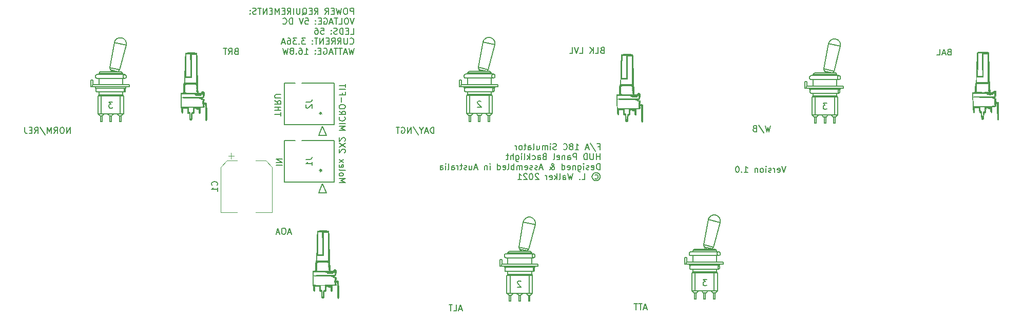
<source format=gbr>
%TF.GenerationSoftware,KiCad,Pcbnew,(5.1.6)-1*%
%TF.CreationDate,2020-11-25T11:54:25+11:00*%
%TF.ProjectId,HUD Panel PCB V1,48554420-5061-46e6-956c-205043422056,rev?*%
%TF.SameCoordinates,Original*%
%TF.FileFunction,Legend,Bot*%
%TF.FilePolarity,Positive*%
%FSLAX46Y46*%
G04 Gerber Fmt 4.6, Leading zero omitted, Abs format (unit mm)*
G04 Created by KiCad (PCBNEW (5.1.6)-1) date 2020-11-25 11:54:25*
%MOMM*%
%LPD*%
G01*
G04 APERTURE LIST*
%ADD10C,0.150000*%
%ADD11C,0.010000*%
%ADD12C,0.200000*%
%ADD13C,0.152400*%
%ADD14C,0.120000*%
G04 APERTURE END LIST*
D10*
X200938876Y-70292980D02*
X200605542Y-71292980D01*
X200272209Y-70292980D01*
X199557923Y-71245361D02*
X199653161Y-71292980D01*
X199843638Y-71292980D01*
X199938876Y-71245361D01*
X199986495Y-71150123D01*
X199986495Y-70769171D01*
X199938876Y-70673933D01*
X199843638Y-70626314D01*
X199653161Y-70626314D01*
X199557923Y-70673933D01*
X199510304Y-70769171D01*
X199510304Y-70864409D01*
X199986495Y-70959647D01*
X199081733Y-71292980D02*
X199081733Y-70626314D01*
X199081733Y-70816790D02*
X199034114Y-70721552D01*
X198986495Y-70673933D01*
X198891257Y-70626314D01*
X198796019Y-70626314D01*
X198510304Y-71245361D02*
X198415066Y-71292980D01*
X198224590Y-71292980D01*
X198129352Y-71245361D01*
X198081733Y-71150123D01*
X198081733Y-71102504D01*
X198129352Y-71007266D01*
X198224590Y-70959647D01*
X198367447Y-70959647D01*
X198462685Y-70912028D01*
X198510304Y-70816790D01*
X198510304Y-70769171D01*
X198462685Y-70673933D01*
X198367447Y-70626314D01*
X198224590Y-70626314D01*
X198129352Y-70673933D01*
X197653161Y-71292980D02*
X197653161Y-70626314D01*
X197653161Y-70292980D02*
X197700780Y-70340600D01*
X197653161Y-70388219D01*
X197605542Y-70340600D01*
X197653161Y-70292980D01*
X197653161Y-70388219D01*
X197034114Y-71292980D02*
X197129352Y-71245361D01*
X197176971Y-71197742D01*
X197224590Y-71102504D01*
X197224590Y-70816790D01*
X197176971Y-70721552D01*
X197129352Y-70673933D01*
X197034114Y-70626314D01*
X196891257Y-70626314D01*
X196796019Y-70673933D01*
X196748400Y-70721552D01*
X196700780Y-70816790D01*
X196700780Y-71102504D01*
X196748400Y-71197742D01*
X196796019Y-71245361D01*
X196891257Y-71292980D01*
X197034114Y-71292980D01*
X196272209Y-70626314D02*
X196272209Y-71292980D01*
X196272209Y-70721552D02*
X196224590Y-70673933D01*
X196129352Y-70626314D01*
X195986495Y-70626314D01*
X195891257Y-70673933D01*
X195843638Y-70769171D01*
X195843638Y-71292980D01*
X194081733Y-71292980D02*
X194653161Y-71292980D01*
X194367447Y-71292980D02*
X194367447Y-70292980D01*
X194462685Y-70435838D01*
X194557923Y-70531076D01*
X194653161Y-70578695D01*
X193653161Y-71197742D02*
X193605542Y-71245361D01*
X193653161Y-71292980D01*
X193700780Y-71245361D01*
X193653161Y-71197742D01*
X193653161Y-71292980D01*
X192986495Y-70292980D02*
X192891257Y-70292980D01*
X192796019Y-70340600D01*
X192748400Y-70388219D01*
X192700780Y-70483457D01*
X192653161Y-70673933D01*
X192653161Y-70912028D01*
X192700780Y-71102504D01*
X192748400Y-71197742D01*
X192796019Y-71245361D01*
X192891257Y-71292980D01*
X192986495Y-71292980D01*
X193081733Y-71245361D01*
X193129352Y-71197742D01*
X193176971Y-71102504D01*
X193224590Y-70912028D01*
X193224590Y-70673933D01*
X193176971Y-70483457D01*
X193129352Y-70388219D01*
X193081733Y-70340600D01*
X192986495Y-70292980D01*
X129610804Y-45183780D02*
X129610804Y-44183780D01*
X129229852Y-44183780D01*
X129134614Y-44231400D01*
X129086995Y-44279019D01*
X129039376Y-44374257D01*
X129039376Y-44517114D01*
X129086995Y-44612352D01*
X129134614Y-44659971D01*
X129229852Y-44707590D01*
X129610804Y-44707590D01*
X128420328Y-44183780D02*
X128229852Y-44183780D01*
X128134614Y-44231400D01*
X128039376Y-44326638D01*
X127991757Y-44517114D01*
X127991757Y-44850447D01*
X128039376Y-45040923D01*
X128134614Y-45136161D01*
X128229852Y-45183780D01*
X128420328Y-45183780D01*
X128515566Y-45136161D01*
X128610804Y-45040923D01*
X128658423Y-44850447D01*
X128658423Y-44517114D01*
X128610804Y-44326638D01*
X128515566Y-44231400D01*
X128420328Y-44183780D01*
X127658423Y-44183780D02*
X127420328Y-45183780D01*
X127229852Y-44469495D01*
X127039376Y-45183780D01*
X126801280Y-44183780D01*
X126420328Y-44659971D02*
X126086995Y-44659971D01*
X125944138Y-45183780D02*
X126420328Y-45183780D01*
X126420328Y-44183780D01*
X125944138Y-44183780D01*
X124944138Y-45183780D02*
X125277471Y-44707590D01*
X125515566Y-45183780D02*
X125515566Y-44183780D01*
X125134614Y-44183780D01*
X125039376Y-44231400D01*
X124991757Y-44279019D01*
X124944138Y-44374257D01*
X124944138Y-44517114D01*
X124991757Y-44612352D01*
X125039376Y-44659971D01*
X125134614Y-44707590D01*
X125515566Y-44707590D01*
X123182233Y-45183780D02*
X123515566Y-44707590D01*
X123753661Y-45183780D02*
X123753661Y-44183780D01*
X123372709Y-44183780D01*
X123277471Y-44231400D01*
X123229852Y-44279019D01*
X123182233Y-44374257D01*
X123182233Y-44517114D01*
X123229852Y-44612352D01*
X123277471Y-44659971D01*
X123372709Y-44707590D01*
X123753661Y-44707590D01*
X122753661Y-44659971D02*
X122420328Y-44659971D01*
X122277471Y-45183780D02*
X122753661Y-45183780D01*
X122753661Y-44183780D01*
X122277471Y-44183780D01*
X121182233Y-45279019D02*
X121277471Y-45231400D01*
X121372709Y-45136161D01*
X121515566Y-44993304D01*
X121610804Y-44945685D01*
X121706042Y-44945685D01*
X121658423Y-45183780D02*
X121753661Y-45136161D01*
X121848900Y-45040923D01*
X121896519Y-44850447D01*
X121896519Y-44517114D01*
X121848900Y-44326638D01*
X121753661Y-44231400D01*
X121658423Y-44183780D01*
X121467947Y-44183780D01*
X121372709Y-44231400D01*
X121277471Y-44326638D01*
X121229852Y-44517114D01*
X121229852Y-44850447D01*
X121277471Y-45040923D01*
X121372709Y-45136161D01*
X121467947Y-45183780D01*
X121658423Y-45183780D01*
X120801280Y-44183780D02*
X120801280Y-44993304D01*
X120753661Y-45088542D01*
X120706042Y-45136161D01*
X120610804Y-45183780D01*
X120420328Y-45183780D01*
X120325090Y-45136161D01*
X120277471Y-45088542D01*
X120229852Y-44993304D01*
X120229852Y-44183780D01*
X119753661Y-45183780D02*
X119753661Y-44183780D01*
X118706042Y-45183780D02*
X119039376Y-44707590D01*
X119277471Y-45183780D02*
X119277471Y-44183780D01*
X118896519Y-44183780D01*
X118801280Y-44231400D01*
X118753661Y-44279019D01*
X118706042Y-44374257D01*
X118706042Y-44517114D01*
X118753661Y-44612352D01*
X118801280Y-44659971D01*
X118896519Y-44707590D01*
X119277471Y-44707590D01*
X118277471Y-44659971D02*
X117944138Y-44659971D01*
X117801280Y-45183780D02*
X118277471Y-45183780D01*
X118277471Y-44183780D01*
X117801280Y-44183780D01*
X117372709Y-45183780D02*
X117372709Y-44183780D01*
X117039376Y-44898066D01*
X116706042Y-44183780D01*
X116706042Y-45183780D01*
X116229852Y-44659971D02*
X115896519Y-44659971D01*
X115753661Y-45183780D02*
X116229852Y-45183780D01*
X116229852Y-44183780D01*
X115753661Y-44183780D01*
X115325090Y-45183780D02*
X115325090Y-44183780D01*
X114753661Y-45183780D01*
X114753661Y-44183780D01*
X114420328Y-44183780D02*
X113848900Y-44183780D01*
X114134614Y-45183780D02*
X114134614Y-44183780D01*
X113563185Y-45136161D02*
X113420328Y-45183780D01*
X113182233Y-45183780D01*
X113086995Y-45136161D01*
X113039376Y-45088542D01*
X112991757Y-44993304D01*
X112991757Y-44898066D01*
X113039376Y-44802828D01*
X113086995Y-44755209D01*
X113182233Y-44707590D01*
X113372709Y-44659971D01*
X113467947Y-44612352D01*
X113515566Y-44564733D01*
X113563185Y-44469495D01*
X113563185Y-44374257D01*
X113515566Y-44279019D01*
X113467947Y-44231400D01*
X113372709Y-44183780D01*
X113134614Y-44183780D01*
X112991757Y-44231400D01*
X112563185Y-45088542D02*
X112515566Y-45136161D01*
X112563185Y-45183780D01*
X112610804Y-45136161D01*
X112563185Y-45088542D01*
X112563185Y-45183780D01*
X112563185Y-44564733D02*
X112515566Y-44612352D01*
X112563185Y-44659971D01*
X112610804Y-44612352D01*
X112563185Y-44564733D01*
X112563185Y-44659971D01*
X129753661Y-45833780D02*
X129420328Y-46833780D01*
X129086995Y-45833780D01*
X128563185Y-45833780D02*
X128372709Y-45833780D01*
X128277471Y-45881400D01*
X128182233Y-45976638D01*
X128134614Y-46167114D01*
X128134614Y-46500447D01*
X128182233Y-46690923D01*
X128277471Y-46786161D01*
X128372709Y-46833780D01*
X128563185Y-46833780D01*
X128658423Y-46786161D01*
X128753661Y-46690923D01*
X128801280Y-46500447D01*
X128801280Y-46167114D01*
X128753661Y-45976638D01*
X128658423Y-45881400D01*
X128563185Y-45833780D01*
X127229852Y-46833780D02*
X127706042Y-46833780D01*
X127706042Y-45833780D01*
X127039376Y-45833780D02*
X126467947Y-45833780D01*
X126753661Y-46833780D02*
X126753661Y-45833780D01*
X126182233Y-46548066D02*
X125706042Y-46548066D01*
X126277471Y-46833780D02*
X125944138Y-45833780D01*
X125610804Y-46833780D01*
X124753661Y-45881400D02*
X124848900Y-45833780D01*
X124991757Y-45833780D01*
X125134614Y-45881400D01*
X125229852Y-45976638D01*
X125277471Y-46071876D01*
X125325090Y-46262352D01*
X125325090Y-46405209D01*
X125277471Y-46595685D01*
X125229852Y-46690923D01*
X125134614Y-46786161D01*
X124991757Y-46833780D01*
X124896519Y-46833780D01*
X124753661Y-46786161D01*
X124706042Y-46738542D01*
X124706042Y-46405209D01*
X124896519Y-46405209D01*
X124277471Y-46309971D02*
X123944138Y-46309971D01*
X123801280Y-46833780D02*
X124277471Y-46833780D01*
X124277471Y-45833780D01*
X123801280Y-45833780D01*
X123372709Y-46738542D02*
X123325090Y-46786161D01*
X123372709Y-46833780D01*
X123420328Y-46786161D01*
X123372709Y-46738542D01*
X123372709Y-46833780D01*
X123372709Y-46214733D02*
X123325090Y-46262352D01*
X123372709Y-46309971D01*
X123420328Y-46262352D01*
X123372709Y-46214733D01*
X123372709Y-46309971D01*
X121658423Y-45833780D02*
X122134614Y-45833780D01*
X122182233Y-46309971D01*
X122134614Y-46262352D01*
X122039376Y-46214733D01*
X121801280Y-46214733D01*
X121706042Y-46262352D01*
X121658423Y-46309971D01*
X121610804Y-46405209D01*
X121610804Y-46643304D01*
X121658423Y-46738542D01*
X121706042Y-46786161D01*
X121801280Y-46833780D01*
X122039376Y-46833780D01*
X122134614Y-46786161D01*
X122182233Y-46738542D01*
X121325090Y-45833780D02*
X120991757Y-46833780D01*
X120658423Y-45833780D01*
X119563185Y-46833780D02*
X119563185Y-45833780D01*
X119325090Y-45833780D01*
X119182233Y-45881400D01*
X119086995Y-45976638D01*
X119039376Y-46071876D01*
X118991757Y-46262352D01*
X118991757Y-46405209D01*
X119039376Y-46595685D01*
X119086995Y-46690923D01*
X119182233Y-46786161D01*
X119325090Y-46833780D01*
X119563185Y-46833780D01*
X117991757Y-46738542D02*
X118039376Y-46786161D01*
X118182233Y-46833780D01*
X118277471Y-46833780D01*
X118420328Y-46786161D01*
X118515566Y-46690923D01*
X118563185Y-46595685D01*
X118610804Y-46405209D01*
X118610804Y-46262352D01*
X118563185Y-46071876D01*
X118515566Y-45976638D01*
X118420328Y-45881400D01*
X118277471Y-45833780D01*
X118182233Y-45833780D01*
X118039376Y-45881400D01*
X117991757Y-45929019D01*
X129134614Y-48483780D02*
X129610804Y-48483780D01*
X129610804Y-47483780D01*
X128801280Y-47959971D02*
X128467947Y-47959971D01*
X128325090Y-48483780D02*
X128801280Y-48483780D01*
X128801280Y-47483780D01*
X128325090Y-47483780D01*
X127896519Y-48483780D02*
X127896519Y-47483780D01*
X127658423Y-47483780D01*
X127515566Y-47531400D01*
X127420328Y-47626638D01*
X127372709Y-47721876D01*
X127325090Y-47912352D01*
X127325090Y-48055209D01*
X127372709Y-48245685D01*
X127420328Y-48340923D01*
X127515566Y-48436161D01*
X127658423Y-48483780D01*
X127896519Y-48483780D01*
X126944138Y-48436161D02*
X126801280Y-48483780D01*
X126563185Y-48483780D01*
X126467947Y-48436161D01*
X126420328Y-48388542D01*
X126372709Y-48293304D01*
X126372709Y-48198066D01*
X126420328Y-48102828D01*
X126467947Y-48055209D01*
X126563185Y-48007590D01*
X126753661Y-47959971D01*
X126848900Y-47912352D01*
X126896519Y-47864733D01*
X126944138Y-47769495D01*
X126944138Y-47674257D01*
X126896519Y-47579019D01*
X126848900Y-47531400D01*
X126753661Y-47483780D01*
X126515566Y-47483780D01*
X126372709Y-47531400D01*
X125944138Y-48388542D02*
X125896519Y-48436161D01*
X125944138Y-48483780D01*
X125991757Y-48436161D01*
X125944138Y-48388542D01*
X125944138Y-48483780D01*
X125944138Y-47864733D02*
X125896519Y-47912352D01*
X125944138Y-47959971D01*
X125991757Y-47912352D01*
X125944138Y-47864733D01*
X125944138Y-47959971D01*
X124229852Y-47483780D02*
X124706042Y-47483780D01*
X124753661Y-47959971D01*
X124706042Y-47912352D01*
X124610804Y-47864733D01*
X124372709Y-47864733D01*
X124277471Y-47912352D01*
X124229852Y-47959971D01*
X124182233Y-48055209D01*
X124182233Y-48293304D01*
X124229852Y-48388542D01*
X124277471Y-48436161D01*
X124372709Y-48483780D01*
X124610804Y-48483780D01*
X124706042Y-48436161D01*
X124753661Y-48388542D01*
X123325090Y-47483780D02*
X123515566Y-47483780D01*
X123610804Y-47531400D01*
X123658423Y-47579019D01*
X123753661Y-47721876D01*
X123801280Y-47912352D01*
X123801280Y-48293304D01*
X123753661Y-48388542D01*
X123706042Y-48436161D01*
X123610804Y-48483780D01*
X123420328Y-48483780D01*
X123325090Y-48436161D01*
X123277471Y-48388542D01*
X123229852Y-48293304D01*
X123229852Y-48055209D01*
X123277471Y-47959971D01*
X123325090Y-47912352D01*
X123420328Y-47864733D01*
X123610804Y-47864733D01*
X123706042Y-47912352D01*
X123753661Y-47959971D01*
X123801280Y-48055209D01*
X129039376Y-50038542D02*
X129086995Y-50086161D01*
X129229852Y-50133780D01*
X129325090Y-50133780D01*
X129467947Y-50086161D01*
X129563185Y-49990923D01*
X129610804Y-49895685D01*
X129658423Y-49705209D01*
X129658423Y-49562352D01*
X129610804Y-49371876D01*
X129563185Y-49276638D01*
X129467947Y-49181400D01*
X129325090Y-49133780D01*
X129229852Y-49133780D01*
X129086995Y-49181400D01*
X129039376Y-49229019D01*
X128610804Y-49133780D02*
X128610804Y-49943304D01*
X128563185Y-50038542D01*
X128515566Y-50086161D01*
X128420328Y-50133780D01*
X128229852Y-50133780D01*
X128134614Y-50086161D01*
X128086995Y-50038542D01*
X128039376Y-49943304D01*
X128039376Y-49133780D01*
X126991757Y-50133780D02*
X127325090Y-49657590D01*
X127563185Y-50133780D02*
X127563185Y-49133780D01*
X127182233Y-49133780D01*
X127086995Y-49181400D01*
X127039376Y-49229019D01*
X126991757Y-49324257D01*
X126991757Y-49467114D01*
X127039376Y-49562352D01*
X127086995Y-49609971D01*
X127182233Y-49657590D01*
X127563185Y-49657590D01*
X125991757Y-50133780D02*
X126325090Y-49657590D01*
X126563185Y-50133780D02*
X126563185Y-49133780D01*
X126182233Y-49133780D01*
X126086995Y-49181400D01*
X126039376Y-49229019D01*
X125991757Y-49324257D01*
X125991757Y-49467114D01*
X126039376Y-49562352D01*
X126086995Y-49609971D01*
X126182233Y-49657590D01*
X126563185Y-49657590D01*
X125563185Y-49609971D02*
X125229852Y-49609971D01*
X125086995Y-50133780D02*
X125563185Y-50133780D01*
X125563185Y-49133780D01*
X125086995Y-49133780D01*
X124658423Y-50133780D02*
X124658423Y-49133780D01*
X124086995Y-50133780D01*
X124086995Y-49133780D01*
X123753661Y-49133780D02*
X123182233Y-49133780D01*
X123467947Y-50133780D02*
X123467947Y-49133780D01*
X122848900Y-50038542D02*
X122801280Y-50086161D01*
X122848900Y-50133780D01*
X122896519Y-50086161D01*
X122848900Y-50038542D01*
X122848900Y-50133780D01*
X122848900Y-49514733D02*
X122801280Y-49562352D01*
X122848900Y-49609971D01*
X122896519Y-49562352D01*
X122848900Y-49514733D01*
X122848900Y-49609971D01*
X121706042Y-49133780D02*
X121086995Y-49133780D01*
X121420328Y-49514733D01*
X121277471Y-49514733D01*
X121182233Y-49562352D01*
X121134614Y-49609971D01*
X121086995Y-49705209D01*
X121086995Y-49943304D01*
X121134614Y-50038542D01*
X121182233Y-50086161D01*
X121277471Y-50133780D01*
X121563185Y-50133780D01*
X121658423Y-50086161D01*
X121706042Y-50038542D01*
X120658423Y-50038542D02*
X120610804Y-50086161D01*
X120658423Y-50133780D01*
X120706042Y-50086161D01*
X120658423Y-50038542D01*
X120658423Y-50133780D01*
X120277471Y-49133780D02*
X119658423Y-49133780D01*
X119991757Y-49514733D01*
X119848900Y-49514733D01*
X119753661Y-49562352D01*
X119706042Y-49609971D01*
X119658423Y-49705209D01*
X119658423Y-49943304D01*
X119706042Y-50038542D01*
X119753661Y-50086161D01*
X119848900Y-50133780D01*
X120134614Y-50133780D01*
X120229852Y-50086161D01*
X120277471Y-50038542D01*
X118801280Y-49133780D02*
X118991757Y-49133780D01*
X119086995Y-49181400D01*
X119134614Y-49229019D01*
X119229852Y-49371876D01*
X119277471Y-49562352D01*
X119277471Y-49943304D01*
X119229852Y-50038542D01*
X119182233Y-50086161D01*
X119086995Y-50133780D01*
X118896519Y-50133780D01*
X118801280Y-50086161D01*
X118753661Y-50038542D01*
X118706042Y-49943304D01*
X118706042Y-49705209D01*
X118753661Y-49609971D01*
X118801280Y-49562352D01*
X118896519Y-49514733D01*
X119086995Y-49514733D01*
X119182233Y-49562352D01*
X119229852Y-49609971D01*
X119277471Y-49705209D01*
X118325090Y-49848066D02*
X117848900Y-49848066D01*
X118420328Y-50133780D02*
X118086995Y-49133780D01*
X117753661Y-50133780D01*
X129706042Y-50783780D02*
X129467947Y-51783780D01*
X129277471Y-51069495D01*
X129086995Y-51783780D01*
X128848900Y-50783780D01*
X128515566Y-51498066D02*
X128039376Y-51498066D01*
X128610804Y-51783780D02*
X128277471Y-50783780D01*
X127944138Y-51783780D01*
X127753661Y-50783780D02*
X127182233Y-50783780D01*
X127467947Y-51783780D02*
X127467947Y-50783780D01*
X126991757Y-50783780D02*
X126420328Y-50783780D01*
X126706042Y-51783780D02*
X126706042Y-50783780D01*
X126134614Y-51498066D02*
X125658423Y-51498066D01*
X126229852Y-51783780D02*
X125896519Y-50783780D01*
X125563185Y-51783780D01*
X124706042Y-50831400D02*
X124801280Y-50783780D01*
X124944138Y-50783780D01*
X125086995Y-50831400D01*
X125182233Y-50926638D01*
X125229852Y-51021876D01*
X125277471Y-51212352D01*
X125277471Y-51355209D01*
X125229852Y-51545685D01*
X125182233Y-51640923D01*
X125086995Y-51736161D01*
X124944138Y-51783780D01*
X124848900Y-51783780D01*
X124706042Y-51736161D01*
X124658423Y-51688542D01*
X124658423Y-51355209D01*
X124848900Y-51355209D01*
X124229852Y-51259971D02*
X123896519Y-51259971D01*
X123753661Y-51783780D02*
X124229852Y-51783780D01*
X124229852Y-50783780D01*
X123753661Y-50783780D01*
X123325090Y-51688542D02*
X123277471Y-51736161D01*
X123325090Y-51783780D01*
X123372709Y-51736161D01*
X123325090Y-51688542D01*
X123325090Y-51783780D01*
X123325090Y-51164733D02*
X123277471Y-51212352D01*
X123325090Y-51259971D01*
X123372709Y-51212352D01*
X123325090Y-51164733D01*
X123325090Y-51259971D01*
X121563185Y-51783780D02*
X122134614Y-51783780D01*
X121848900Y-51783780D02*
X121848900Y-50783780D01*
X121944138Y-50926638D01*
X122039376Y-51021876D01*
X122134614Y-51069495D01*
X120706042Y-50783780D02*
X120896519Y-50783780D01*
X120991757Y-50831400D01*
X121039376Y-50879019D01*
X121134614Y-51021876D01*
X121182233Y-51212352D01*
X121182233Y-51593304D01*
X121134614Y-51688542D01*
X121086995Y-51736161D01*
X120991757Y-51783780D01*
X120801280Y-51783780D01*
X120706042Y-51736161D01*
X120658423Y-51688542D01*
X120610804Y-51593304D01*
X120610804Y-51355209D01*
X120658423Y-51259971D01*
X120706042Y-51212352D01*
X120801280Y-51164733D01*
X120991757Y-51164733D01*
X121086995Y-51212352D01*
X121134614Y-51259971D01*
X121182233Y-51355209D01*
X120182233Y-51688542D02*
X120134614Y-51736161D01*
X120182233Y-51783780D01*
X120229852Y-51736161D01*
X120182233Y-51688542D01*
X120182233Y-51783780D01*
X119563185Y-51212352D02*
X119658423Y-51164733D01*
X119706042Y-51117114D01*
X119753661Y-51021876D01*
X119753661Y-50974257D01*
X119706042Y-50879019D01*
X119658423Y-50831400D01*
X119563185Y-50783780D01*
X119372709Y-50783780D01*
X119277471Y-50831400D01*
X119229852Y-50879019D01*
X119182233Y-50974257D01*
X119182233Y-51021876D01*
X119229852Y-51117114D01*
X119277471Y-51164733D01*
X119372709Y-51212352D01*
X119563185Y-51212352D01*
X119658423Y-51259971D01*
X119706042Y-51307590D01*
X119753661Y-51402828D01*
X119753661Y-51593304D01*
X119706042Y-51688542D01*
X119658423Y-51736161D01*
X119563185Y-51783780D01*
X119372709Y-51783780D01*
X119277471Y-51736161D01*
X119229852Y-51688542D01*
X119182233Y-51593304D01*
X119182233Y-51402828D01*
X119229852Y-51307590D01*
X119277471Y-51259971D01*
X119372709Y-51212352D01*
X118848900Y-50783780D02*
X118610804Y-51783780D01*
X118420328Y-51069495D01*
X118229852Y-51783780D01*
X117991757Y-50783780D01*
X157232314Y-89311219D02*
X157184695Y-89263600D01*
X157089457Y-89215980D01*
X156851361Y-89215980D01*
X156756123Y-89263600D01*
X156708504Y-89311219D01*
X156660885Y-89406457D01*
X156660885Y-89501695D01*
X156708504Y-89644552D01*
X157279933Y-90215980D01*
X156660885Y-90215980D01*
X187912333Y-88987380D02*
X187293285Y-88987380D01*
X187626619Y-89368333D01*
X187483761Y-89368333D01*
X187388523Y-89415952D01*
X187340904Y-89463571D01*
X187293285Y-89558809D01*
X187293285Y-89796904D01*
X187340904Y-89892142D01*
X187388523Y-89939761D01*
X187483761Y-89987380D01*
X187769476Y-89987380D01*
X187864714Y-89939761D01*
X187912333Y-89892142D01*
X207698933Y-59853580D02*
X207079885Y-59853580D01*
X207413219Y-60234533D01*
X207270361Y-60234533D01*
X207175123Y-60282152D01*
X207127504Y-60329771D01*
X207079885Y-60425009D01*
X207079885Y-60663104D01*
X207127504Y-60758342D01*
X207175123Y-60805961D01*
X207270361Y-60853580D01*
X207556076Y-60853580D01*
X207651314Y-60805961D01*
X207698933Y-60758342D01*
X150653714Y-59618619D02*
X150606095Y-59571000D01*
X150510857Y-59523380D01*
X150272761Y-59523380D01*
X150177523Y-59571000D01*
X150129904Y-59618619D01*
X150082285Y-59713857D01*
X150082285Y-59809095D01*
X150129904Y-59951952D01*
X150701333Y-60523380D01*
X150082285Y-60523380D01*
X89893733Y-59675780D02*
X89274685Y-59675780D01*
X89608019Y-60056733D01*
X89465161Y-60056733D01*
X89369923Y-60104352D01*
X89322304Y-60151971D01*
X89274685Y-60247209D01*
X89274685Y-60485304D01*
X89322304Y-60580542D01*
X89369923Y-60628161D01*
X89465161Y-60675780D01*
X89750876Y-60675780D01*
X89846114Y-60628161D01*
X89893733Y-60580542D01*
X82884495Y-64866780D02*
X82884495Y-63866780D01*
X82313066Y-64866780D01*
X82313066Y-63866780D01*
X81646400Y-63866780D02*
X81455923Y-63866780D01*
X81360685Y-63914400D01*
X81265447Y-64009638D01*
X81217828Y-64200114D01*
X81217828Y-64533447D01*
X81265447Y-64723923D01*
X81360685Y-64819161D01*
X81455923Y-64866780D01*
X81646400Y-64866780D01*
X81741638Y-64819161D01*
X81836876Y-64723923D01*
X81884495Y-64533447D01*
X81884495Y-64200114D01*
X81836876Y-64009638D01*
X81741638Y-63914400D01*
X81646400Y-63866780D01*
X80217828Y-64866780D02*
X80551161Y-64390590D01*
X80789257Y-64866780D02*
X80789257Y-63866780D01*
X80408304Y-63866780D01*
X80313066Y-63914400D01*
X80265447Y-63962019D01*
X80217828Y-64057257D01*
X80217828Y-64200114D01*
X80265447Y-64295352D01*
X80313066Y-64342971D01*
X80408304Y-64390590D01*
X80789257Y-64390590D01*
X79789257Y-64866780D02*
X79789257Y-63866780D01*
X79455923Y-64581066D01*
X79122590Y-63866780D01*
X79122590Y-64866780D01*
X77932114Y-63819161D02*
X78789257Y-65104876D01*
X77027352Y-64866780D02*
X77360685Y-64390590D01*
X77598780Y-64866780D02*
X77598780Y-63866780D01*
X77217828Y-63866780D01*
X77122590Y-63914400D01*
X77074971Y-63962019D01*
X77027352Y-64057257D01*
X77027352Y-64200114D01*
X77074971Y-64295352D01*
X77122590Y-64342971D01*
X77217828Y-64390590D01*
X77598780Y-64390590D01*
X76598780Y-64342971D02*
X76265447Y-64342971D01*
X76122590Y-64866780D02*
X76598780Y-64866780D01*
X76598780Y-63866780D01*
X76122590Y-63866780D01*
X75408304Y-63866780D02*
X75408304Y-64581066D01*
X75455923Y-64723923D01*
X75551161Y-64819161D01*
X75694019Y-64866780D01*
X75789257Y-64866780D01*
X177987200Y-93689466D02*
X177511009Y-93689466D01*
X178082438Y-93975180D02*
X177749104Y-92975180D01*
X177415771Y-93975180D01*
X177225295Y-92975180D02*
X176653866Y-92975180D01*
X176939580Y-93975180D02*
X176939580Y-92975180D01*
X176463390Y-92975180D02*
X175891961Y-92975180D01*
X176177676Y-93975180D02*
X176177676Y-92975180D01*
X147505609Y-93892666D02*
X147029419Y-93892666D01*
X147600847Y-94178380D02*
X147267514Y-93178380D01*
X146934180Y-94178380D01*
X146124657Y-94178380D02*
X146600847Y-94178380D01*
X146600847Y-93178380D01*
X145934180Y-93178380D02*
X145362752Y-93178380D01*
X145648466Y-94178380D02*
X145648466Y-93178380D01*
X119300476Y-81218066D02*
X118824285Y-81218066D01*
X119395714Y-81503780D02*
X119062380Y-80503780D01*
X118729047Y-81503780D01*
X118205238Y-80503780D02*
X118014761Y-80503780D01*
X117919523Y-80551400D01*
X117824285Y-80646638D01*
X117776666Y-80837114D01*
X117776666Y-81170447D01*
X117824285Y-81360923D01*
X117919523Y-81456161D01*
X118014761Y-81503780D01*
X118205238Y-81503780D01*
X118300476Y-81456161D01*
X118395714Y-81360923D01*
X118443333Y-81170447D01*
X118443333Y-80837114D01*
X118395714Y-80646638D01*
X118300476Y-80551400D01*
X118205238Y-80503780D01*
X117395714Y-81218066D02*
X116919523Y-81218066D01*
X117490952Y-81503780D02*
X117157619Y-80503780D01*
X116824285Y-81503780D01*
X227863304Y-51414371D02*
X227720447Y-51461990D01*
X227672828Y-51509609D01*
X227625209Y-51604847D01*
X227625209Y-51747704D01*
X227672828Y-51842942D01*
X227720447Y-51890561D01*
X227815685Y-51938180D01*
X228196638Y-51938180D01*
X228196638Y-50938180D01*
X227863304Y-50938180D01*
X227768066Y-50985800D01*
X227720447Y-51033419D01*
X227672828Y-51128657D01*
X227672828Y-51223895D01*
X227720447Y-51319133D01*
X227768066Y-51366752D01*
X227863304Y-51414371D01*
X228196638Y-51414371D01*
X227244257Y-51652466D02*
X226768066Y-51652466D01*
X227339495Y-51938180D02*
X227006161Y-50938180D01*
X226672828Y-51938180D01*
X225863304Y-51938180D02*
X226339495Y-51938180D01*
X226339495Y-50938180D01*
X198403980Y-63561980D02*
X198165885Y-64561980D01*
X197975409Y-63847695D01*
X197784933Y-64561980D01*
X197546838Y-63561980D01*
X196451600Y-63514361D02*
X197308742Y-64800076D01*
X195784933Y-64038171D02*
X195642076Y-64085790D01*
X195594457Y-64133409D01*
X195546838Y-64228647D01*
X195546838Y-64371504D01*
X195594457Y-64466742D01*
X195642076Y-64514361D01*
X195737314Y-64561980D01*
X196118266Y-64561980D01*
X196118266Y-63561980D01*
X195784933Y-63561980D01*
X195689695Y-63609600D01*
X195642076Y-63657219D01*
X195594457Y-63752457D01*
X195594457Y-63847695D01*
X195642076Y-63942933D01*
X195689695Y-63990552D01*
X195784933Y-64038171D01*
X196118266Y-64038171D01*
X170651180Y-51109571D02*
X170508323Y-51157190D01*
X170460704Y-51204809D01*
X170413085Y-51300047D01*
X170413085Y-51442904D01*
X170460704Y-51538142D01*
X170508323Y-51585761D01*
X170603561Y-51633380D01*
X170984514Y-51633380D01*
X170984514Y-50633380D01*
X170651180Y-50633380D01*
X170555942Y-50681000D01*
X170508323Y-50728619D01*
X170460704Y-50823857D01*
X170460704Y-50919095D01*
X170508323Y-51014333D01*
X170555942Y-51061952D01*
X170651180Y-51109571D01*
X170984514Y-51109571D01*
X169508323Y-51633380D02*
X169984514Y-51633380D01*
X169984514Y-50633380D01*
X169174990Y-51633380D02*
X169174990Y-50633380D01*
X168603561Y-51633380D02*
X169032133Y-51061952D01*
X168603561Y-50633380D02*
X169174990Y-51204809D01*
X166936895Y-51633380D02*
X167413085Y-51633380D01*
X167413085Y-50633380D01*
X166746419Y-50633380D02*
X166413085Y-51633380D01*
X166079752Y-50633380D01*
X165270228Y-51633380D02*
X165746419Y-51633380D01*
X165746419Y-50633380D01*
X142874619Y-64841380D02*
X142874619Y-63841380D01*
X142636523Y-63841380D01*
X142493666Y-63889000D01*
X142398428Y-63984238D01*
X142350809Y-64079476D01*
X142303190Y-64269952D01*
X142303190Y-64412809D01*
X142350809Y-64603285D01*
X142398428Y-64698523D01*
X142493666Y-64793761D01*
X142636523Y-64841380D01*
X142874619Y-64841380D01*
X141922238Y-64555666D02*
X141446047Y-64555666D01*
X142017476Y-64841380D02*
X141684142Y-63841380D01*
X141350809Y-64841380D01*
X140827000Y-64365190D02*
X140827000Y-64841380D01*
X141160333Y-63841380D02*
X140827000Y-64365190D01*
X140493666Y-63841380D01*
X139446047Y-63793761D02*
X140303190Y-65079476D01*
X139112714Y-64841380D02*
X139112714Y-63841380D01*
X138541285Y-64841380D01*
X138541285Y-63841380D01*
X137541285Y-63889000D02*
X137636523Y-63841380D01*
X137779380Y-63841380D01*
X137922238Y-63889000D01*
X138017476Y-63984238D01*
X138065095Y-64079476D01*
X138112714Y-64269952D01*
X138112714Y-64412809D01*
X138065095Y-64603285D01*
X138017476Y-64698523D01*
X137922238Y-64793761D01*
X137779380Y-64841380D01*
X137684142Y-64841380D01*
X137541285Y-64793761D01*
X137493666Y-64746142D01*
X137493666Y-64412809D01*
X137684142Y-64412809D01*
X137207952Y-63841380D02*
X136636523Y-63841380D01*
X136922238Y-64841380D02*
X136922238Y-63841380D01*
X110258123Y-51287371D02*
X110115266Y-51334990D01*
X110067647Y-51382609D01*
X110020028Y-51477847D01*
X110020028Y-51620704D01*
X110067647Y-51715942D01*
X110115266Y-51763561D01*
X110210504Y-51811180D01*
X110591457Y-51811180D01*
X110591457Y-50811180D01*
X110258123Y-50811180D01*
X110162885Y-50858800D01*
X110115266Y-50906419D01*
X110067647Y-51001657D01*
X110067647Y-51096895D01*
X110115266Y-51192133D01*
X110162885Y-51239752D01*
X110258123Y-51287371D01*
X110591457Y-51287371D01*
X109020028Y-51811180D02*
X109353361Y-51334990D01*
X109591457Y-51811180D02*
X109591457Y-50811180D01*
X109210504Y-50811180D01*
X109115266Y-50858800D01*
X109067647Y-50906419D01*
X109020028Y-51001657D01*
X109020028Y-51144514D01*
X109067647Y-51239752D01*
X109115266Y-51287371D01*
X109210504Y-51334990D01*
X109591457Y-51334990D01*
X108734314Y-50811180D02*
X108162885Y-50811180D01*
X108448600Y-51811180D02*
X108448600Y-50811180D01*
X117641619Y-61980533D02*
X117641619Y-61409104D01*
X116641619Y-61694819D02*
X117641619Y-61694819D01*
X116641619Y-61075771D02*
X117641619Y-61075771D01*
X117165428Y-61075771D02*
X117165428Y-60504342D01*
X116641619Y-60504342D02*
X117641619Y-60504342D01*
X116641619Y-59456723D02*
X117117809Y-59790057D01*
X116641619Y-60028152D02*
X117641619Y-60028152D01*
X117641619Y-59647200D01*
X117594000Y-59551961D01*
X117546380Y-59504342D01*
X117451142Y-59456723D01*
X117308285Y-59456723D01*
X117213047Y-59504342D01*
X117165428Y-59551961D01*
X117117809Y-59647200D01*
X117117809Y-60028152D01*
X117641619Y-59028152D02*
X116832095Y-59028152D01*
X116736857Y-58980533D01*
X116689238Y-58932914D01*
X116641619Y-58837676D01*
X116641619Y-58647200D01*
X116689238Y-58551961D01*
X116736857Y-58504342D01*
X116832095Y-58456723D01*
X117641619Y-58456723D01*
X116844819Y-70119809D02*
X117844819Y-70119809D01*
X116844819Y-69643619D02*
X117844819Y-69643619D01*
X116844819Y-69072190D01*
X117844819Y-69072190D01*
X127258819Y-72993828D02*
X128258819Y-72993828D01*
X127544533Y-72660495D01*
X128258819Y-72327161D01*
X127258819Y-72327161D01*
X127258819Y-71708114D02*
X127306438Y-71803352D01*
X127354057Y-71850971D01*
X127449295Y-71898590D01*
X127735009Y-71898590D01*
X127830247Y-71850971D01*
X127877866Y-71803352D01*
X127925485Y-71708114D01*
X127925485Y-71565257D01*
X127877866Y-71470019D01*
X127830247Y-71422400D01*
X127735009Y-71374780D01*
X127449295Y-71374780D01*
X127354057Y-71422400D01*
X127306438Y-71470019D01*
X127258819Y-71565257D01*
X127258819Y-71708114D01*
X127258819Y-70803352D02*
X127306438Y-70898590D01*
X127401676Y-70946209D01*
X128258819Y-70946209D01*
X127306438Y-70041447D02*
X127258819Y-70136685D01*
X127258819Y-70327161D01*
X127306438Y-70422400D01*
X127401676Y-70470019D01*
X127782628Y-70470019D01*
X127877866Y-70422400D01*
X127925485Y-70327161D01*
X127925485Y-70136685D01*
X127877866Y-70041447D01*
X127782628Y-69993828D01*
X127687390Y-69993828D01*
X127592152Y-70470019D01*
X127258819Y-69660495D02*
X127925485Y-69136685D01*
X127925485Y-69660495D02*
X127258819Y-69136685D01*
X128163580Y-68041447D02*
X128211200Y-67993828D01*
X128258819Y-67898590D01*
X128258819Y-67660495D01*
X128211200Y-67565257D01*
X128163580Y-67517638D01*
X128068342Y-67470019D01*
X127973104Y-67470019D01*
X127830247Y-67517638D01*
X127258819Y-68089066D01*
X127258819Y-67470019D01*
X128258819Y-67136685D02*
X127258819Y-66470019D01*
X128258819Y-66470019D02*
X127258819Y-67136685D01*
X128163580Y-66136685D02*
X128211200Y-66089066D01*
X128258819Y-65993828D01*
X128258819Y-65755733D01*
X128211200Y-65660495D01*
X128163580Y-65612876D01*
X128068342Y-65565257D01*
X127973104Y-65565257D01*
X127830247Y-65612876D01*
X127258819Y-66184304D01*
X127258819Y-65565257D01*
X127258819Y-64374780D02*
X128258819Y-64374780D01*
X127544533Y-64041447D01*
X128258819Y-63708114D01*
X127258819Y-63708114D01*
X127258819Y-63231923D02*
X128258819Y-63231923D01*
X127354057Y-62184304D02*
X127306438Y-62231923D01*
X127258819Y-62374780D01*
X127258819Y-62470019D01*
X127306438Y-62612876D01*
X127401676Y-62708114D01*
X127496914Y-62755733D01*
X127687390Y-62803352D01*
X127830247Y-62803352D01*
X128020723Y-62755733D01*
X128115961Y-62708114D01*
X128211200Y-62612876D01*
X128258819Y-62470019D01*
X128258819Y-62374780D01*
X128211200Y-62231923D01*
X128163580Y-62184304D01*
X127258819Y-61184304D02*
X127735009Y-61517638D01*
X127258819Y-61755733D02*
X128258819Y-61755733D01*
X128258819Y-61374780D01*
X128211200Y-61279542D01*
X128163580Y-61231923D01*
X128068342Y-61184304D01*
X127925485Y-61184304D01*
X127830247Y-61231923D01*
X127782628Y-61279542D01*
X127735009Y-61374780D01*
X127735009Y-61755733D01*
X128258819Y-60565257D02*
X128258819Y-60374780D01*
X128211200Y-60279542D01*
X128115961Y-60184304D01*
X127925485Y-60136685D01*
X127592152Y-60136685D01*
X127401676Y-60184304D01*
X127306438Y-60279542D01*
X127258819Y-60374780D01*
X127258819Y-60565257D01*
X127306438Y-60660495D01*
X127401676Y-60755733D01*
X127592152Y-60803352D01*
X127925485Y-60803352D01*
X128115961Y-60755733D01*
X128211200Y-60660495D01*
X128258819Y-60565257D01*
X127639771Y-59708114D02*
X127639771Y-58946209D01*
X127782628Y-58136685D02*
X127782628Y-58470019D01*
X127258819Y-58470019D02*
X128258819Y-58470019D01*
X128258819Y-57993828D01*
X127258819Y-57612876D02*
X128258819Y-57612876D01*
X128258819Y-57279542D02*
X128258819Y-56708114D01*
X127258819Y-56993828D02*
X128258819Y-56993828D01*
X169917471Y-67024171D02*
X170250804Y-67024171D01*
X170250804Y-67547980D02*
X170250804Y-66547980D01*
X169774614Y-66547980D01*
X168679376Y-66500361D02*
X169536519Y-67786076D01*
X168393661Y-67262266D02*
X167917471Y-67262266D01*
X168488900Y-67547980D02*
X168155566Y-66547980D01*
X167822233Y-67547980D01*
X166203185Y-67547980D02*
X166774614Y-67547980D01*
X166488900Y-67547980D02*
X166488900Y-66547980D01*
X166584138Y-66690838D01*
X166679376Y-66786076D01*
X166774614Y-66833695D01*
X165631757Y-66976552D02*
X165726995Y-66928933D01*
X165774614Y-66881314D01*
X165822233Y-66786076D01*
X165822233Y-66738457D01*
X165774614Y-66643219D01*
X165726995Y-66595600D01*
X165631757Y-66547980D01*
X165441280Y-66547980D01*
X165346042Y-66595600D01*
X165298423Y-66643219D01*
X165250804Y-66738457D01*
X165250804Y-66786076D01*
X165298423Y-66881314D01*
X165346042Y-66928933D01*
X165441280Y-66976552D01*
X165631757Y-66976552D01*
X165726995Y-67024171D01*
X165774614Y-67071790D01*
X165822233Y-67167028D01*
X165822233Y-67357504D01*
X165774614Y-67452742D01*
X165726995Y-67500361D01*
X165631757Y-67547980D01*
X165441280Y-67547980D01*
X165346042Y-67500361D01*
X165298423Y-67452742D01*
X165250804Y-67357504D01*
X165250804Y-67167028D01*
X165298423Y-67071790D01*
X165346042Y-67024171D01*
X165441280Y-66976552D01*
X164250804Y-67452742D02*
X164298423Y-67500361D01*
X164441280Y-67547980D01*
X164536519Y-67547980D01*
X164679376Y-67500361D01*
X164774614Y-67405123D01*
X164822233Y-67309885D01*
X164869852Y-67119409D01*
X164869852Y-66976552D01*
X164822233Y-66786076D01*
X164774614Y-66690838D01*
X164679376Y-66595600D01*
X164536519Y-66547980D01*
X164441280Y-66547980D01*
X164298423Y-66595600D01*
X164250804Y-66643219D01*
X163107947Y-67500361D02*
X162965090Y-67547980D01*
X162726995Y-67547980D01*
X162631757Y-67500361D01*
X162584138Y-67452742D01*
X162536519Y-67357504D01*
X162536519Y-67262266D01*
X162584138Y-67167028D01*
X162631757Y-67119409D01*
X162726995Y-67071790D01*
X162917471Y-67024171D01*
X163012709Y-66976552D01*
X163060328Y-66928933D01*
X163107947Y-66833695D01*
X163107947Y-66738457D01*
X163060328Y-66643219D01*
X163012709Y-66595600D01*
X162917471Y-66547980D01*
X162679376Y-66547980D01*
X162536519Y-66595600D01*
X162107947Y-67547980D02*
X162107947Y-66881314D01*
X162107947Y-66547980D02*
X162155566Y-66595600D01*
X162107947Y-66643219D01*
X162060328Y-66595600D01*
X162107947Y-66547980D01*
X162107947Y-66643219D01*
X161631757Y-67547980D02*
X161631757Y-66881314D01*
X161631757Y-66976552D02*
X161584138Y-66928933D01*
X161488900Y-66881314D01*
X161346042Y-66881314D01*
X161250804Y-66928933D01*
X161203185Y-67024171D01*
X161203185Y-67547980D01*
X161203185Y-67024171D02*
X161155566Y-66928933D01*
X161060328Y-66881314D01*
X160917471Y-66881314D01*
X160822233Y-66928933D01*
X160774614Y-67024171D01*
X160774614Y-67547980D01*
X159869852Y-66881314D02*
X159869852Y-67547980D01*
X160298423Y-66881314D02*
X160298423Y-67405123D01*
X160250804Y-67500361D01*
X160155566Y-67547980D01*
X160012709Y-67547980D01*
X159917471Y-67500361D01*
X159869852Y-67452742D01*
X159250804Y-67547980D02*
X159346042Y-67500361D01*
X159393661Y-67405123D01*
X159393661Y-66547980D01*
X158441280Y-67547980D02*
X158441280Y-67024171D01*
X158488900Y-66928933D01*
X158584138Y-66881314D01*
X158774614Y-66881314D01*
X158869852Y-66928933D01*
X158441280Y-67500361D02*
X158536519Y-67547980D01*
X158774614Y-67547980D01*
X158869852Y-67500361D01*
X158917471Y-67405123D01*
X158917471Y-67309885D01*
X158869852Y-67214647D01*
X158774614Y-67167028D01*
X158536519Y-67167028D01*
X158441280Y-67119409D01*
X158107947Y-66881314D02*
X157726995Y-66881314D01*
X157965090Y-66547980D02*
X157965090Y-67405123D01*
X157917471Y-67500361D01*
X157822233Y-67547980D01*
X157726995Y-67547980D01*
X157250804Y-67547980D02*
X157346042Y-67500361D01*
X157393661Y-67452742D01*
X157441280Y-67357504D01*
X157441280Y-67071790D01*
X157393661Y-66976552D01*
X157346042Y-66928933D01*
X157250804Y-66881314D01*
X157107947Y-66881314D01*
X157012709Y-66928933D01*
X156965090Y-66976552D01*
X156917471Y-67071790D01*
X156917471Y-67357504D01*
X156965090Y-67452742D01*
X157012709Y-67500361D01*
X157107947Y-67547980D01*
X157250804Y-67547980D01*
X156488900Y-67547980D02*
X156488900Y-66881314D01*
X156488900Y-67071790D02*
X156441280Y-66976552D01*
X156393661Y-66928933D01*
X156298423Y-66881314D01*
X156203185Y-66881314D01*
X170250804Y-69197980D02*
X170250804Y-68197980D01*
X170250804Y-68674171D02*
X169679376Y-68674171D01*
X169679376Y-69197980D02*
X169679376Y-68197980D01*
X169203185Y-68197980D02*
X169203185Y-69007504D01*
X169155566Y-69102742D01*
X169107947Y-69150361D01*
X169012709Y-69197980D01*
X168822233Y-69197980D01*
X168726995Y-69150361D01*
X168679376Y-69102742D01*
X168631757Y-69007504D01*
X168631757Y-68197980D01*
X168155566Y-69197980D02*
X168155566Y-68197980D01*
X167917471Y-68197980D01*
X167774614Y-68245600D01*
X167679376Y-68340838D01*
X167631757Y-68436076D01*
X167584138Y-68626552D01*
X167584138Y-68769409D01*
X167631757Y-68959885D01*
X167679376Y-69055123D01*
X167774614Y-69150361D01*
X167917471Y-69197980D01*
X168155566Y-69197980D01*
X166393661Y-69197980D02*
X166393661Y-68197980D01*
X166012709Y-68197980D01*
X165917471Y-68245600D01*
X165869852Y-68293219D01*
X165822233Y-68388457D01*
X165822233Y-68531314D01*
X165869852Y-68626552D01*
X165917471Y-68674171D01*
X166012709Y-68721790D01*
X166393661Y-68721790D01*
X164965090Y-69197980D02*
X164965090Y-68674171D01*
X165012709Y-68578933D01*
X165107947Y-68531314D01*
X165298423Y-68531314D01*
X165393661Y-68578933D01*
X164965090Y-69150361D02*
X165060328Y-69197980D01*
X165298423Y-69197980D01*
X165393661Y-69150361D01*
X165441280Y-69055123D01*
X165441280Y-68959885D01*
X165393661Y-68864647D01*
X165298423Y-68817028D01*
X165060328Y-68817028D01*
X164965090Y-68769409D01*
X164488900Y-68531314D02*
X164488900Y-69197980D01*
X164488900Y-68626552D02*
X164441280Y-68578933D01*
X164346042Y-68531314D01*
X164203185Y-68531314D01*
X164107947Y-68578933D01*
X164060328Y-68674171D01*
X164060328Y-69197980D01*
X163203185Y-69150361D02*
X163298423Y-69197980D01*
X163488900Y-69197980D01*
X163584138Y-69150361D01*
X163631757Y-69055123D01*
X163631757Y-68674171D01*
X163584138Y-68578933D01*
X163488900Y-68531314D01*
X163298423Y-68531314D01*
X163203185Y-68578933D01*
X163155566Y-68674171D01*
X163155566Y-68769409D01*
X163631757Y-68864647D01*
X162584138Y-69197980D02*
X162679376Y-69150361D01*
X162726995Y-69055123D01*
X162726995Y-68197980D01*
X161107947Y-68674171D02*
X160965090Y-68721790D01*
X160917471Y-68769409D01*
X160869852Y-68864647D01*
X160869852Y-69007504D01*
X160917471Y-69102742D01*
X160965090Y-69150361D01*
X161060328Y-69197980D01*
X161441280Y-69197980D01*
X161441280Y-68197980D01*
X161107947Y-68197980D01*
X161012709Y-68245600D01*
X160965090Y-68293219D01*
X160917471Y-68388457D01*
X160917471Y-68483695D01*
X160965090Y-68578933D01*
X161012709Y-68626552D01*
X161107947Y-68674171D01*
X161441280Y-68674171D01*
X160012709Y-69197980D02*
X160012709Y-68674171D01*
X160060328Y-68578933D01*
X160155566Y-68531314D01*
X160346042Y-68531314D01*
X160441280Y-68578933D01*
X160012709Y-69150361D02*
X160107947Y-69197980D01*
X160346042Y-69197980D01*
X160441280Y-69150361D01*
X160488900Y-69055123D01*
X160488900Y-68959885D01*
X160441280Y-68864647D01*
X160346042Y-68817028D01*
X160107947Y-68817028D01*
X160012709Y-68769409D01*
X159107947Y-69150361D02*
X159203185Y-69197980D01*
X159393661Y-69197980D01*
X159488900Y-69150361D01*
X159536519Y-69102742D01*
X159584138Y-69007504D01*
X159584138Y-68721790D01*
X159536519Y-68626552D01*
X159488900Y-68578933D01*
X159393661Y-68531314D01*
X159203185Y-68531314D01*
X159107947Y-68578933D01*
X158679376Y-69197980D02*
X158679376Y-68197980D01*
X158584138Y-68817028D02*
X158298423Y-69197980D01*
X158298423Y-68531314D02*
X158679376Y-68912266D01*
X157726995Y-69197980D02*
X157822233Y-69150361D01*
X157869852Y-69055123D01*
X157869852Y-68197980D01*
X157346042Y-69197980D02*
X157346042Y-68531314D01*
X157346042Y-68197980D02*
X157393661Y-68245600D01*
X157346042Y-68293219D01*
X157298423Y-68245600D01*
X157346042Y-68197980D01*
X157346042Y-68293219D01*
X156441280Y-68531314D02*
X156441280Y-69340838D01*
X156488900Y-69436076D01*
X156536519Y-69483695D01*
X156631757Y-69531314D01*
X156774614Y-69531314D01*
X156869852Y-69483695D01*
X156441280Y-69150361D02*
X156536519Y-69197980D01*
X156726995Y-69197980D01*
X156822233Y-69150361D01*
X156869852Y-69102742D01*
X156917471Y-69007504D01*
X156917471Y-68721790D01*
X156869852Y-68626552D01*
X156822233Y-68578933D01*
X156726995Y-68531314D01*
X156536519Y-68531314D01*
X156441280Y-68578933D01*
X155965090Y-69197980D02*
X155965090Y-68197980D01*
X155536519Y-69197980D02*
X155536519Y-68674171D01*
X155584138Y-68578933D01*
X155679376Y-68531314D01*
X155822233Y-68531314D01*
X155917471Y-68578933D01*
X155965090Y-68626552D01*
X155203185Y-68531314D02*
X154822233Y-68531314D01*
X155060328Y-68197980D02*
X155060328Y-69055123D01*
X155012709Y-69150361D01*
X154917471Y-69197980D01*
X154822233Y-69197980D01*
X170250804Y-70847980D02*
X170250804Y-69847980D01*
X170012709Y-69847980D01*
X169869852Y-69895600D01*
X169774614Y-69990838D01*
X169726995Y-70086076D01*
X169679376Y-70276552D01*
X169679376Y-70419409D01*
X169726995Y-70609885D01*
X169774614Y-70705123D01*
X169869852Y-70800361D01*
X170012709Y-70847980D01*
X170250804Y-70847980D01*
X168869852Y-70800361D02*
X168965090Y-70847980D01*
X169155566Y-70847980D01*
X169250804Y-70800361D01*
X169298423Y-70705123D01*
X169298423Y-70324171D01*
X169250804Y-70228933D01*
X169155566Y-70181314D01*
X168965090Y-70181314D01*
X168869852Y-70228933D01*
X168822233Y-70324171D01*
X168822233Y-70419409D01*
X169298423Y-70514647D01*
X168441280Y-70800361D02*
X168346042Y-70847980D01*
X168155566Y-70847980D01*
X168060328Y-70800361D01*
X168012709Y-70705123D01*
X168012709Y-70657504D01*
X168060328Y-70562266D01*
X168155566Y-70514647D01*
X168298423Y-70514647D01*
X168393661Y-70467028D01*
X168441280Y-70371790D01*
X168441280Y-70324171D01*
X168393661Y-70228933D01*
X168298423Y-70181314D01*
X168155566Y-70181314D01*
X168060328Y-70228933D01*
X167584138Y-70847980D02*
X167584138Y-70181314D01*
X167584138Y-69847980D02*
X167631757Y-69895600D01*
X167584138Y-69943219D01*
X167536519Y-69895600D01*
X167584138Y-69847980D01*
X167584138Y-69943219D01*
X166679376Y-70181314D02*
X166679376Y-70990838D01*
X166726995Y-71086076D01*
X166774614Y-71133695D01*
X166869852Y-71181314D01*
X167012709Y-71181314D01*
X167107947Y-71133695D01*
X166679376Y-70800361D02*
X166774614Y-70847980D01*
X166965090Y-70847980D01*
X167060328Y-70800361D01*
X167107947Y-70752742D01*
X167155566Y-70657504D01*
X167155566Y-70371790D01*
X167107947Y-70276552D01*
X167060328Y-70228933D01*
X166965090Y-70181314D01*
X166774614Y-70181314D01*
X166679376Y-70228933D01*
X166203185Y-70181314D02*
X166203185Y-70847980D01*
X166203185Y-70276552D02*
X166155566Y-70228933D01*
X166060328Y-70181314D01*
X165917471Y-70181314D01*
X165822233Y-70228933D01*
X165774614Y-70324171D01*
X165774614Y-70847980D01*
X164917471Y-70800361D02*
X165012709Y-70847980D01*
X165203185Y-70847980D01*
X165298423Y-70800361D01*
X165346042Y-70705123D01*
X165346042Y-70324171D01*
X165298423Y-70228933D01*
X165203185Y-70181314D01*
X165012709Y-70181314D01*
X164917471Y-70228933D01*
X164869852Y-70324171D01*
X164869852Y-70419409D01*
X165346042Y-70514647D01*
X164012709Y-70847980D02*
X164012709Y-69847980D01*
X164012709Y-70800361D02*
X164107947Y-70847980D01*
X164298423Y-70847980D01*
X164393661Y-70800361D01*
X164441280Y-70752742D01*
X164488900Y-70657504D01*
X164488900Y-70371790D01*
X164441280Y-70276552D01*
X164393661Y-70228933D01*
X164298423Y-70181314D01*
X164107947Y-70181314D01*
X164012709Y-70228933D01*
X161965090Y-70847980D02*
X162012709Y-70847980D01*
X162107947Y-70800361D01*
X162250804Y-70657504D01*
X162488900Y-70371790D01*
X162584138Y-70228933D01*
X162631757Y-70086076D01*
X162631757Y-69990838D01*
X162584138Y-69895600D01*
X162488900Y-69847980D01*
X162441280Y-69847980D01*
X162346042Y-69895600D01*
X162298423Y-69990838D01*
X162298423Y-70038457D01*
X162346042Y-70133695D01*
X162393661Y-70181314D01*
X162679376Y-70371790D01*
X162726995Y-70419409D01*
X162774614Y-70514647D01*
X162774614Y-70657504D01*
X162726995Y-70752742D01*
X162679376Y-70800361D01*
X162584138Y-70847980D01*
X162441280Y-70847980D01*
X162346042Y-70800361D01*
X162298423Y-70752742D01*
X162155566Y-70562266D01*
X162107947Y-70419409D01*
X162107947Y-70324171D01*
X160822233Y-70562266D02*
X160346042Y-70562266D01*
X160917471Y-70847980D02*
X160584138Y-69847980D01*
X160250804Y-70847980D01*
X159965090Y-70800361D02*
X159869852Y-70847980D01*
X159679376Y-70847980D01*
X159584138Y-70800361D01*
X159536519Y-70705123D01*
X159536519Y-70657504D01*
X159584138Y-70562266D01*
X159679376Y-70514647D01*
X159822233Y-70514647D01*
X159917471Y-70467028D01*
X159965090Y-70371790D01*
X159965090Y-70324171D01*
X159917471Y-70228933D01*
X159822233Y-70181314D01*
X159679376Y-70181314D01*
X159584138Y-70228933D01*
X159155566Y-70800361D02*
X159060328Y-70847980D01*
X158869852Y-70847980D01*
X158774614Y-70800361D01*
X158726995Y-70705123D01*
X158726995Y-70657504D01*
X158774614Y-70562266D01*
X158869852Y-70514647D01*
X159012709Y-70514647D01*
X159107947Y-70467028D01*
X159155566Y-70371790D01*
X159155566Y-70324171D01*
X159107947Y-70228933D01*
X159012709Y-70181314D01*
X158869852Y-70181314D01*
X158774614Y-70228933D01*
X157917471Y-70800361D02*
X158012709Y-70847980D01*
X158203185Y-70847980D01*
X158298423Y-70800361D01*
X158346042Y-70705123D01*
X158346042Y-70324171D01*
X158298423Y-70228933D01*
X158203185Y-70181314D01*
X158012709Y-70181314D01*
X157917471Y-70228933D01*
X157869852Y-70324171D01*
X157869852Y-70419409D01*
X158346042Y-70514647D01*
X157441280Y-70847980D02*
X157441280Y-70181314D01*
X157441280Y-70276552D02*
X157393661Y-70228933D01*
X157298423Y-70181314D01*
X157155566Y-70181314D01*
X157060328Y-70228933D01*
X157012709Y-70324171D01*
X157012709Y-70847980D01*
X157012709Y-70324171D02*
X156965090Y-70228933D01*
X156869852Y-70181314D01*
X156726995Y-70181314D01*
X156631757Y-70228933D01*
X156584138Y-70324171D01*
X156584138Y-70847980D01*
X156107947Y-70847980D02*
X156107947Y-69847980D01*
X156107947Y-70228933D02*
X156012709Y-70181314D01*
X155822233Y-70181314D01*
X155726995Y-70228933D01*
X155679376Y-70276552D01*
X155631757Y-70371790D01*
X155631757Y-70657504D01*
X155679376Y-70752742D01*
X155726995Y-70800361D01*
X155822233Y-70847980D01*
X156012709Y-70847980D01*
X156107947Y-70800361D01*
X155060328Y-70847980D02*
X155155566Y-70800361D01*
X155203185Y-70705123D01*
X155203185Y-69847980D01*
X154298423Y-70800361D02*
X154393661Y-70847980D01*
X154584138Y-70847980D01*
X154679376Y-70800361D01*
X154726995Y-70705123D01*
X154726995Y-70324171D01*
X154679376Y-70228933D01*
X154584138Y-70181314D01*
X154393661Y-70181314D01*
X154298423Y-70228933D01*
X154250804Y-70324171D01*
X154250804Y-70419409D01*
X154726995Y-70514647D01*
X153393661Y-70847980D02*
X153393661Y-69847980D01*
X153393661Y-70800361D02*
X153488900Y-70847980D01*
X153679376Y-70847980D01*
X153774614Y-70800361D01*
X153822233Y-70752742D01*
X153869852Y-70657504D01*
X153869852Y-70371790D01*
X153822233Y-70276552D01*
X153774614Y-70228933D01*
X153679376Y-70181314D01*
X153488900Y-70181314D01*
X153393661Y-70228933D01*
X152155566Y-70847980D02*
X152155566Y-70181314D01*
X152155566Y-69847980D02*
X152203185Y-69895600D01*
X152155566Y-69943219D01*
X152107947Y-69895600D01*
X152155566Y-69847980D01*
X152155566Y-69943219D01*
X151679376Y-70181314D02*
X151679376Y-70847980D01*
X151679376Y-70276552D02*
X151631757Y-70228933D01*
X151536519Y-70181314D01*
X151393661Y-70181314D01*
X151298423Y-70228933D01*
X151250804Y-70324171D01*
X151250804Y-70847980D01*
X150060328Y-70562266D02*
X149584138Y-70562266D01*
X150155566Y-70847980D02*
X149822233Y-69847980D01*
X149488900Y-70847980D01*
X148726995Y-70181314D02*
X148726995Y-70847980D01*
X149155566Y-70181314D02*
X149155566Y-70705123D01*
X149107947Y-70800361D01*
X149012709Y-70847980D01*
X148869852Y-70847980D01*
X148774614Y-70800361D01*
X148726995Y-70752742D01*
X148298423Y-70800361D02*
X148203185Y-70847980D01*
X148012709Y-70847980D01*
X147917471Y-70800361D01*
X147869852Y-70705123D01*
X147869852Y-70657504D01*
X147917471Y-70562266D01*
X148012709Y-70514647D01*
X148155566Y-70514647D01*
X148250804Y-70467028D01*
X148298423Y-70371790D01*
X148298423Y-70324171D01*
X148250804Y-70228933D01*
X148155566Y-70181314D01*
X148012709Y-70181314D01*
X147917471Y-70228933D01*
X147584138Y-70181314D02*
X147203185Y-70181314D01*
X147441280Y-69847980D02*
X147441280Y-70705123D01*
X147393661Y-70800361D01*
X147298423Y-70847980D01*
X147203185Y-70847980D01*
X146869852Y-70847980D02*
X146869852Y-70181314D01*
X146869852Y-70371790D02*
X146822233Y-70276552D01*
X146774614Y-70228933D01*
X146679376Y-70181314D01*
X146584138Y-70181314D01*
X145822233Y-70847980D02*
X145822233Y-70324171D01*
X145869852Y-70228933D01*
X145965090Y-70181314D01*
X146155566Y-70181314D01*
X146250804Y-70228933D01*
X145822233Y-70800361D02*
X145917471Y-70847980D01*
X146155566Y-70847980D01*
X146250804Y-70800361D01*
X146298423Y-70705123D01*
X146298423Y-70609885D01*
X146250804Y-70514647D01*
X146155566Y-70467028D01*
X145917471Y-70467028D01*
X145822233Y-70419409D01*
X145203185Y-70847980D02*
X145298423Y-70800361D01*
X145346042Y-70705123D01*
X145346042Y-69847980D01*
X144822233Y-70847980D02*
X144822233Y-70181314D01*
X144822233Y-69847980D02*
X144869852Y-69895600D01*
X144822233Y-69943219D01*
X144774614Y-69895600D01*
X144822233Y-69847980D01*
X144822233Y-69943219D01*
X143917471Y-70847980D02*
X143917471Y-70324171D01*
X143965090Y-70228933D01*
X144060328Y-70181314D01*
X144250804Y-70181314D01*
X144346042Y-70228933D01*
X143917471Y-70800361D02*
X144012709Y-70847980D01*
X144250804Y-70847980D01*
X144346042Y-70800361D01*
X144393661Y-70705123D01*
X144393661Y-70609885D01*
X144346042Y-70514647D01*
X144250804Y-70467028D01*
X144012709Y-70467028D01*
X143917471Y-70419409D01*
X169441280Y-71736076D02*
X169536519Y-71688457D01*
X169726995Y-71688457D01*
X169822233Y-71736076D01*
X169917471Y-71831314D01*
X169965090Y-71926552D01*
X169965090Y-72117028D01*
X169917471Y-72212266D01*
X169822233Y-72307504D01*
X169726995Y-72355123D01*
X169536519Y-72355123D01*
X169441280Y-72307504D01*
X169631757Y-71355123D02*
X169869852Y-71402742D01*
X170107947Y-71545600D01*
X170250804Y-71783695D01*
X170298423Y-72021790D01*
X170250804Y-72259885D01*
X170107947Y-72497980D01*
X169869852Y-72640838D01*
X169631757Y-72688457D01*
X169393661Y-72640838D01*
X169155566Y-72497980D01*
X169012709Y-72259885D01*
X168965090Y-72021790D01*
X169012709Y-71783695D01*
X169155566Y-71545600D01*
X169393661Y-71402742D01*
X169631757Y-71355123D01*
X167298423Y-72497980D02*
X167774614Y-72497980D01*
X167774614Y-71497980D01*
X166965090Y-72402742D02*
X166917471Y-72450361D01*
X166965090Y-72497980D01*
X167012709Y-72450361D01*
X166965090Y-72402742D01*
X166965090Y-72497980D01*
X165822233Y-71497980D02*
X165584138Y-72497980D01*
X165393661Y-71783695D01*
X165203185Y-72497980D01*
X164965090Y-71497980D01*
X164155566Y-72497980D02*
X164155566Y-71974171D01*
X164203185Y-71878933D01*
X164298423Y-71831314D01*
X164488900Y-71831314D01*
X164584138Y-71878933D01*
X164155566Y-72450361D02*
X164250804Y-72497980D01*
X164488900Y-72497980D01*
X164584138Y-72450361D01*
X164631757Y-72355123D01*
X164631757Y-72259885D01*
X164584138Y-72164647D01*
X164488900Y-72117028D01*
X164250804Y-72117028D01*
X164155566Y-72069409D01*
X163536519Y-72497980D02*
X163631757Y-72450361D01*
X163679376Y-72355123D01*
X163679376Y-71497980D01*
X163155566Y-72497980D02*
X163155566Y-71497980D01*
X163060328Y-72117028D02*
X162774614Y-72497980D01*
X162774614Y-71831314D02*
X163155566Y-72212266D01*
X161965090Y-72450361D02*
X162060328Y-72497980D01*
X162250804Y-72497980D01*
X162346042Y-72450361D01*
X162393661Y-72355123D01*
X162393661Y-71974171D01*
X162346042Y-71878933D01*
X162250804Y-71831314D01*
X162060328Y-71831314D01*
X161965090Y-71878933D01*
X161917471Y-71974171D01*
X161917471Y-72069409D01*
X162393661Y-72164647D01*
X161488900Y-72497980D02*
X161488900Y-71831314D01*
X161488900Y-72021790D02*
X161441280Y-71926552D01*
X161393661Y-71878933D01*
X161298423Y-71831314D01*
X161203185Y-71831314D01*
X160155566Y-71593219D02*
X160107947Y-71545600D01*
X160012709Y-71497980D01*
X159774614Y-71497980D01*
X159679376Y-71545600D01*
X159631757Y-71593219D01*
X159584138Y-71688457D01*
X159584138Y-71783695D01*
X159631757Y-71926552D01*
X160203185Y-72497980D01*
X159584138Y-72497980D01*
X158965090Y-71497980D02*
X158869852Y-71497980D01*
X158774614Y-71545600D01*
X158726995Y-71593219D01*
X158679376Y-71688457D01*
X158631757Y-71878933D01*
X158631757Y-72117028D01*
X158679376Y-72307504D01*
X158726995Y-72402742D01*
X158774614Y-72450361D01*
X158869852Y-72497980D01*
X158965090Y-72497980D01*
X159060328Y-72450361D01*
X159107947Y-72402742D01*
X159155566Y-72307504D01*
X159203185Y-72117028D01*
X159203185Y-71878933D01*
X159155566Y-71688457D01*
X159107947Y-71593219D01*
X159060328Y-71545600D01*
X158965090Y-71497980D01*
X158250804Y-71593219D02*
X158203185Y-71545600D01*
X158107947Y-71497980D01*
X157869852Y-71497980D01*
X157774614Y-71545600D01*
X157726995Y-71593219D01*
X157679376Y-71688457D01*
X157679376Y-71783695D01*
X157726995Y-71926552D01*
X158298423Y-72497980D01*
X157679376Y-72497980D01*
X156726995Y-72497980D02*
X157298423Y-72497980D01*
X157012709Y-72497980D02*
X157012709Y-71497980D01*
X157107947Y-71640838D01*
X157203185Y-71736076D01*
X157298423Y-71783695D01*
D11*
%TO.C,G\u002A\u002A\u002A*%
G36*
X124099719Y-80883985D02*
G01*
X123831120Y-80916230D01*
X123674268Y-80966292D01*
X123659604Y-80979433D01*
X123634303Y-81092654D01*
X123609435Y-81357134D01*
X123585906Y-81754797D01*
X123564625Y-82267570D01*
X123546500Y-82877379D01*
X123533839Y-83482430D01*
X123516623Y-84300724D01*
X123495893Y-84953097D01*
X123471463Y-85442928D01*
X123443147Y-85773596D01*
X123410759Y-85948482D01*
X123396336Y-85975863D01*
X123348216Y-86108968D01*
X123314946Y-86377214D01*
X123300399Y-86746767D01*
X123300067Y-86817200D01*
X123298284Y-87173068D01*
X123286694Y-87392556D01*
X123255936Y-87508615D01*
X123196649Y-87554197D01*
X123099470Y-87562255D01*
X123088400Y-87562266D01*
X122876733Y-87562266D01*
X122876733Y-88480593D01*
X122884193Y-89177848D01*
X122905653Y-89780921D01*
X122939740Y-90274682D01*
X122985077Y-90643998D01*
X123040290Y-90873739D01*
X123101078Y-90948933D01*
X123175978Y-90886553D01*
X123211124Y-90686697D01*
X123215400Y-90525600D01*
X123215400Y-90102266D01*
X123977400Y-90102266D01*
X123977400Y-90525600D01*
X123986315Y-90779517D01*
X124024157Y-90906155D01*
X124107567Y-90947121D01*
X124146733Y-90948933D01*
X124238374Y-90966085D01*
X124289466Y-91042486D01*
X124311522Y-91215553D01*
X124316067Y-91499266D01*
X124319778Y-91795102D01*
X124340722Y-91959878D01*
X124393613Y-92031853D01*
X124493163Y-92049282D01*
X124527733Y-92049600D01*
X124641516Y-92039949D01*
X124704892Y-91985495D01*
X124732575Y-91847980D01*
X124739278Y-91589149D01*
X124739400Y-91499266D01*
X124744678Y-91201435D01*
X124768186Y-91035386D01*
X124821437Y-90963704D01*
X124908733Y-90948933D01*
X125010300Y-90926645D01*
X125060956Y-90832042D01*
X125077342Y-90623516D01*
X125078067Y-90525600D01*
X125086982Y-90271682D01*
X125124823Y-90145044D01*
X125208234Y-90104078D01*
X125247400Y-90102266D01*
X125384981Y-90137722D01*
X125416733Y-90186933D01*
X125489190Y-90250579D01*
X125628400Y-90271600D01*
X125764773Y-90290084D01*
X125825386Y-90377275D01*
X125839991Y-90580773D01*
X125840067Y-90610266D01*
X125861038Y-90845751D01*
X125930555Y-90942786D01*
X125967067Y-90948933D01*
X126040810Y-90909919D01*
X126080402Y-90771619D01*
X126093816Y-90502141D01*
X126094067Y-90440933D01*
X126094067Y-89932933D01*
X124908733Y-89932933D01*
X124908733Y-90346859D01*
X124898444Y-90598593D01*
X124858153Y-90720107D01*
X124773724Y-90749767D01*
X124760567Y-90749025D01*
X124682214Y-90765898D01*
X124633451Y-90854029D01*
X124604736Y-91046757D01*
X124587470Y-91353771D01*
X124559784Y-91699064D01*
X124517897Y-91880937D01*
X124471596Y-91903594D01*
X124430668Y-91771239D01*
X124404899Y-91488077D01*
X124400733Y-91273544D01*
X124395062Y-90959802D01*
X124373424Y-90785229D01*
X124328885Y-90719899D01*
X124273733Y-90725551D01*
X124196831Y-90723313D01*
X124158145Y-90618871D01*
X124146788Y-90380335D01*
X124146733Y-90353609D01*
X124146733Y-89932933D01*
X124908733Y-89932933D01*
X126094067Y-89932933D01*
X126439461Y-89932933D01*
X126657351Y-89925974D01*
X126746318Y-89881476D01*
X126746645Y-89794549D01*
X126600255Y-89794549D01*
X126496380Y-89812514D01*
X126273047Y-89829646D01*
X125955192Y-89845381D01*
X125567753Y-89859153D01*
X125135668Y-89870397D01*
X124683873Y-89878547D01*
X124237306Y-89883039D01*
X123820903Y-89883308D01*
X123459603Y-89878788D01*
X123178342Y-89868914D01*
X123024900Y-89856423D01*
X123000826Y-89773883D01*
X122980942Y-89554411D01*
X122967175Y-89230395D01*
X122961455Y-88834221D01*
X122961400Y-88789933D01*
X122961400Y-87731600D01*
X124104400Y-87731600D01*
X124572716Y-87734279D01*
X124896402Y-87744142D01*
X125100104Y-87763927D01*
X125208468Y-87796374D01*
X125246139Y-87844219D01*
X125247400Y-87858600D01*
X125286414Y-87932343D01*
X125424714Y-87971935D01*
X125694192Y-87985349D01*
X125755400Y-87985600D01*
X126050373Y-87975846D01*
X126208742Y-87941271D01*
X126262398Y-87873902D01*
X126263400Y-87858600D01*
X126314519Y-87773933D01*
X125416733Y-87773933D01*
X125374400Y-87816266D01*
X125332067Y-87773933D01*
X125374400Y-87731600D01*
X125416733Y-87773933D01*
X126314519Y-87773933D01*
X126331173Y-87746351D01*
X126390400Y-87731600D01*
X126491226Y-87807328D01*
X126517400Y-87985600D01*
X126517400Y-88239600D01*
X124781733Y-88239600D01*
X124149468Y-88243650D01*
X123650811Y-88255491D01*
X123295273Y-88274659D01*
X123092365Y-88300690D01*
X123046067Y-88324266D01*
X123128768Y-88356665D01*
X123369267Y-88381830D01*
X123756155Y-88399128D01*
X124278027Y-88407920D01*
X124564019Y-88408933D01*
X125128827Y-88411371D01*
X125547438Y-88419873D01*
X125842938Y-88436220D01*
X126038409Y-88462197D01*
X126156936Y-88499583D01*
X126208972Y-88535933D01*
X126384498Y-88642514D01*
X126490186Y-88664229D01*
X126580564Y-88690584D01*
X126559733Y-88727729D01*
X126513679Y-88840420D01*
X126482929Y-89066712D01*
X126475067Y-89276766D01*
X126488486Y-89540976D01*
X126523219Y-89722935D01*
X126559733Y-89776316D01*
X126600255Y-89794549D01*
X126746645Y-89794549D01*
X126746760Y-89764010D01*
X126729067Y-89678933D01*
X126708421Y-89496281D01*
X126766311Y-89428847D01*
X126807006Y-89424933D01*
X126857598Y-89443771D01*
X126893788Y-89515889D01*
X126917885Y-89664694D01*
X126932201Y-89913594D01*
X126939046Y-90285995D01*
X126940733Y-90779600D01*
X126942760Y-91294071D01*
X126950303Y-91662295D01*
X126965557Y-91907325D01*
X126990718Y-92052215D01*
X127027981Y-92120018D01*
X127069733Y-92134266D01*
X127116739Y-92114732D01*
X127149920Y-92041186D01*
X127170901Y-91891208D01*
X127181305Y-91642381D01*
X127182757Y-91272287D01*
X127176882Y-90758507D01*
X127175566Y-90673766D01*
X127152400Y-89213266D01*
X126916835Y-89186212D01*
X126761608Y-89153000D01*
X126711513Y-89066731D01*
X126735094Y-88872253D01*
X126735757Y-88868712D01*
X126759764Y-88673304D01*
X126717152Y-88592639D01*
X126611489Y-88578266D01*
X126468872Y-88544492D01*
X126432733Y-88493600D01*
X126500438Y-88416566D01*
X126548225Y-88408933D01*
X126624456Y-88331647D01*
X126693915Y-88129231D01*
X126746155Y-87845850D01*
X126770722Y-87525666D01*
X126770946Y-87505822D01*
X126573845Y-87505822D01*
X126562222Y-87556156D01*
X126517400Y-87562266D01*
X126447710Y-87531288D01*
X126460956Y-87505822D01*
X126561435Y-87495689D01*
X126573845Y-87505822D01*
X126770946Y-87505822D01*
X126771400Y-87465782D01*
X126705360Y-87350342D01*
X126555257Y-87305160D01*
X126393113Y-87334841D01*
X126294018Y-87435266D01*
X126180301Y-87529754D01*
X126006350Y-87562266D01*
X125767418Y-87562266D01*
X125762073Y-87483073D01*
X125592023Y-87483073D01*
X125567431Y-87515982D01*
X125384958Y-87540549D01*
X125055894Y-87555855D01*
X124633567Y-87560970D01*
X124170101Y-87555118D01*
X123822774Y-87537280D01*
X123610198Y-87508885D01*
X123549363Y-87477600D01*
X123546930Y-87353954D01*
X123545231Y-87115023D01*
X123544659Y-86842600D01*
X123545342Y-86545684D01*
X123547123Y-86314806D01*
X123549363Y-86207600D01*
X123629441Y-86171469D01*
X123838201Y-86145322D01*
X124135288Y-86129159D01*
X124480344Y-86122978D01*
X124833013Y-86126781D01*
X125152939Y-86140567D01*
X125399766Y-86164336D01*
X125533137Y-86198089D01*
X125543733Y-86207600D01*
X125531382Y-86285284D01*
X125496030Y-86292266D01*
X125441734Y-86324435D01*
X125501400Y-86419266D01*
X125564467Y-86520707D01*
X125501643Y-86546266D01*
X125501400Y-86546266D01*
X125438333Y-86571715D01*
X125501158Y-86672974D01*
X125501400Y-86673266D01*
X125564467Y-86774707D01*
X125501643Y-86800266D01*
X125501400Y-86800266D01*
X125438333Y-86825715D01*
X125501158Y-86926974D01*
X125501400Y-86927266D01*
X125553218Y-87029115D01*
X125525917Y-87054266D01*
X125462402Y-87117650D01*
X125465546Y-87260358D01*
X125524376Y-87411222D01*
X125592023Y-87483073D01*
X125762073Y-87483073D01*
X125714557Y-86779100D01*
X125699163Y-86485103D01*
X125682535Y-86052843D01*
X125665569Y-85513377D01*
X125649161Y-84897761D01*
X125634205Y-84237053D01*
X125621598Y-83562309D01*
X125621332Y-83546203D01*
X125604780Y-82737487D01*
X125584306Y-82074887D01*
X125560182Y-81563655D01*
X125532930Y-81212266D01*
X125416733Y-81212266D01*
X125416733Y-85868933D01*
X123554067Y-85868933D01*
X123554067Y-85022266D01*
X124654733Y-85022266D01*
X124654733Y-84852933D01*
X124488640Y-84852933D01*
X123720161Y-84852933D01*
X123742947Y-82969100D01*
X123765733Y-81085266D01*
X124443067Y-81085266D01*
X124465853Y-82969100D01*
X124488640Y-84852933D01*
X124654733Y-84852933D01*
X124654733Y-81212266D01*
X125416733Y-81212266D01*
X125532930Y-81212266D01*
X125532680Y-81209043D01*
X125502074Y-81016304D01*
X125488484Y-80985036D01*
X125359910Y-80930332D01*
X125110162Y-80892732D01*
X124785825Y-80872380D01*
X124433483Y-80869417D01*
X124099719Y-80883985D01*
G37*
X124099719Y-80883985D02*
X123831120Y-80916230D01*
X123674268Y-80966292D01*
X123659604Y-80979433D01*
X123634303Y-81092654D01*
X123609435Y-81357134D01*
X123585906Y-81754797D01*
X123564625Y-82267570D01*
X123546500Y-82877379D01*
X123533839Y-83482430D01*
X123516623Y-84300724D01*
X123495893Y-84953097D01*
X123471463Y-85442928D01*
X123443147Y-85773596D01*
X123410759Y-85948482D01*
X123396336Y-85975863D01*
X123348216Y-86108968D01*
X123314946Y-86377214D01*
X123300399Y-86746767D01*
X123300067Y-86817200D01*
X123298284Y-87173068D01*
X123286694Y-87392556D01*
X123255936Y-87508615D01*
X123196649Y-87554197D01*
X123099470Y-87562255D01*
X123088400Y-87562266D01*
X122876733Y-87562266D01*
X122876733Y-88480593D01*
X122884193Y-89177848D01*
X122905653Y-89780921D01*
X122939740Y-90274682D01*
X122985077Y-90643998D01*
X123040290Y-90873739D01*
X123101078Y-90948933D01*
X123175978Y-90886553D01*
X123211124Y-90686697D01*
X123215400Y-90525600D01*
X123215400Y-90102266D01*
X123977400Y-90102266D01*
X123977400Y-90525600D01*
X123986315Y-90779517D01*
X124024157Y-90906155D01*
X124107567Y-90947121D01*
X124146733Y-90948933D01*
X124238374Y-90966085D01*
X124289466Y-91042486D01*
X124311522Y-91215553D01*
X124316067Y-91499266D01*
X124319778Y-91795102D01*
X124340722Y-91959878D01*
X124393613Y-92031853D01*
X124493163Y-92049282D01*
X124527733Y-92049600D01*
X124641516Y-92039949D01*
X124704892Y-91985495D01*
X124732575Y-91847980D01*
X124739278Y-91589149D01*
X124739400Y-91499266D01*
X124744678Y-91201435D01*
X124768186Y-91035386D01*
X124821437Y-90963704D01*
X124908733Y-90948933D01*
X125010300Y-90926645D01*
X125060956Y-90832042D01*
X125077342Y-90623516D01*
X125078067Y-90525600D01*
X125086982Y-90271682D01*
X125124823Y-90145044D01*
X125208234Y-90104078D01*
X125247400Y-90102266D01*
X125384981Y-90137722D01*
X125416733Y-90186933D01*
X125489190Y-90250579D01*
X125628400Y-90271600D01*
X125764773Y-90290084D01*
X125825386Y-90377275D01*
X125839991Y-90580773D01*
X125840067Y-90610266D01*
X125861038Y-90845751D01*
X125930555Y-90942786D01*
X125967067Y-90948933D01*
X126040810Y-90909919D01*
X126080402Y-90771619D01*
X126093816Y-90502141D01*
X126094067Y-90440933D01*
X126094067Y-89932933D01*
X124908733Y-89932933D01*
X124908733Y-90346859D01*
X124898444Y-90598593D01*
X124858153Y-90720107D01*
X124773724Y-90749767D01*
X124760567Y-90749025D01*
X124682214Y-90765898D01*
X124633451Y-90854029D01*
X124604736Y-91046757D01*
X124587470Y-91353771D01*
X124559784Y-91699064D01*
X124517897Y-91880937D01*
X124471596Y-91903594D01*
X124430668Y-91771239D01*
X124404899Y-91488077D01*
X124400733Y-91273544D01*
X124395062Y-90959802D01*
X124373424Y-90785229D01*
X124328885Y-90719899D01*
X124273733Y-90725551D01*
X124196831Y-90723313D01*
X124158145Y-90618871D01*
X124146788Y-90380335D01*
X124146733Y-90353609D01*
X124146733Y-89932933D01*
X124908733Y-89932933D01*
X126094067Y-89932933D01*
X126439461Y-89932933D01*
X126657351Y-89925974D01*
X126746318Y-89881476D01*
X126746645Y-89794549D01*
X126600255Y-89794549D01*
X126496380Y-89812514D01*
X126273047Y-89829646D01*
X125955192Y-89845381D01*
X125567753Y-89859153D01*
X125135668Y-89870397D01*
X124683873Y-89878547D01*
X124237306Y-89883039D01*
X123820903Y-89883308D01*
X123459603Y-89878788D01*
X123178342Y-89868914D01*
X123024900Y-89856423D01*
X123000826Y-89773883D01*
X122980942Y-89554411D01*
X122967175Y-89230395D01*
X122961455Y-88834221D01*
X122961400Y-88789933D01*
X122961400Y-87731600D01*
X124104400Y-87731600D01*
X124572716Y-87734279D01*
X124896402Y-87744142D01*
X125100104Y-87763927D01*
X125208468Y-87796374D01*
X125246139Y-87844219D01*
X125247400Y-87858600D01*
X125286414Y-87932343D01*
X125424714Y-87971935D01*
X125694192Y-87985349D01*
X125755400Y-87985600D01*
X126050373Y-87975846D01*
X126208742Y-87941271D01*
X126262398Y-87873902D01*
X126263400Y-87858600D01*
X126314519Y-87773933D01*
X125416733Y-87773933D01*
X125374400Y-87816266D01*
X125332067Y-87773933D01*
X125374400Y-87731600D01*
X125416733Y-87773933D01*
X126314519Y-87773933D01*
X126331173Y-87746351D01*
X126390400Y-87731600D01*
X126491226Y-87807328D01*
X126517400Y-87985600D01*
X126517400Y-88239600D01*
X124781733Y-88239600D01*
X124149468Y-88243650D01*
X123650811Y-88255491D01*
X123295273Y-88274659D01*
X123092365Y-88300690D01*
X123046067Y-88324266D01*
X123128768Y-88356665D01*
X123369267Y-88381830D01*
X123756155Y-88399128D01*
X124278027Y-88407920D01*
X124564019Y-88408933D01*
X125128827Y-88411371D01*
X125547438Y-88419873D01*
X125842938Y-88436220D01*
X126038409Y-88462197D01*
X126156936Y-88499583D01*
X126208972Y-88535933D01*
X126384498Y-88642514D01*
X126490186Y-88664229D01*
X126580564Y-88690584D01*
X126559733Y-88727729D01*
X126513679Y-88840420D01*
X126482929Y-89066712D01*
X126475067Y-89276766D01*
X126488486Y-89540976D01*
X126523219Y-89722935D01*
X126559733Y-89776316D01*
X126600255Y-89794549D01*
X126746645Y-89794549D01*
X126746760Y-89764010D01*
X126729067Y-89678933D01*
X126708421Y-89496281D01*
X126766311Y-89428847D01*
X126807006Y-89424933D01*
X126857598Y-89443771D01*
X126893788Y-89515889D01*
X126917885Y-89664694D01*
X126932201Y-89913594D01*
X126939046Y-90285995D01*
X126940733Y-90779600D01*
X126942760Y-91294071D01*
X126950303Y-91662295D01*
X126965557Y-91907325D01*
X126990718Y-92052215D01*
X127027981Y-92120018D01*
X127069733Y-92134266D01*
X127116739Y-92114732D01*
X127149920Y-92041186D01*
X127170901Y-91891208D01*
X127181305Y-91642381D01*
X127182757Y-91272287D01*
X127176882Y-90758507D01*
X127175566Y-90673766D01*
X127152400Y-89213266D01*
X126916835Y-89186212D01*
X126761608Y-89153000D01*
X126711513Y-89066731D01*
X126735094Y-88872253D01*
X126735757Y-88868712D01*
X126759764Y-88673304D01*
X126717152Y-88592639D01*
X126611489Y-88578266D01*
X126468872Y-88544492D01*
X126432733Y-88493600D01*
X126500438Y-88416566D01*
X126548225Y-88408933D01*
X126624456Y-88331647D01*
X126693915Y-88129231D01*
X126746155Y-87845850D01*
X126770722Y-87525666D01*
X126770946Y-87505822D01*
X126573845Y-87505822D01*
X126562222Y-87556156D01*
X126517400Y-87562266D01*
X126447710Y-87531288D01*
X126460956Y-87505822D01*
X126561435Y-87495689D01*
X126573845Y-87505822D01*
X126770946Y-87505822D01*
X126771400Y-87465782D01*
X126705360Y-87350342D01*
X126555257Y-87305160D01*
X126393113Y-87334841D01*
X126294018Y-87435266D01*
X126180301Y-87529754D01*
X126006350Y-87562266D01*
X125767418Y-87562266D01*
X125762073Y-87483073D01*
X125592023Y-87483073D01*
X125567431Y-87515982D01*
X125384958Y-87540549D01*
X125055894Y-87555855D01*
X124633567Y-87560970D01*
X124170101Y-87555118D01*
X123822774Y-87537280D01*
X123610198Y-87508885D01*
X123549363Y-87477600D01*
X123546930Y-87353954D01*
X123545231Y-87115023D01*
X123544659Y-86842600D01*
X123545342Y-86545684D01*
X123547123Y-86314806D01*
X123549363Y-86207600D01*
X123629441Y-86171469D01*
X123838201Y-86145322D01*
X124135288Y-86129159D01*
X124480344Y-86122978D01*
X124833013Y-86126781D01*
X125152939Y-86140567D01*
X125399766Y-86164336D01*
X125533137Y-86198089D01*
X125543733Y-86207600D01*
X125531382Y-86285284D01*
X125496030Y-86292266D01*
X125441734Y-86324435D01*
X125501400Y-86419266D01*
X125564467Y-86520707D01*
X125501643Y-86546266D01*
X125501400Y-86546266D01*
X125438333Y-86571715D01*
X125501158Y-86672974D01*
X125501400Y-86673266D01*
X125564467Y-86774707D01*
X125501643Y-86800266D01*
X125501400Y-86800266D01*
X125438333Y-86825715D01*
X125501158Y-86926974D01*
X125501400Y-86927266D01*
X125553218Y-87029115D01*
X125525917Y-87054266D01*
X125462402Y-87117650D01*
X125465546Y-87260358D01*
X125524376Y-87411222D01*
X125592023Y-87483073D01*
X125762073Y-87483073D01*
X125714557Y-86779100D01*
X125699163Y-86485103D01*
X125682535Y-86052843D01*
X125665569Y-85513377D01*
X125649161Y-84897761D01*
X125634205Y-84237053D01*
X125621598Y-83562309D01*
X125621332Y-83546203D01*
X125604780Y-82737487D01*
X125584306Y-82074887D01*
X125560182Y-81563655D01*
X125532930Y-81212266D01*
X125416733Y-81212266D01*
X125416733Y-85868933D01*
X123554067Y-85868933D01*
X123554067Y-85022266D01*
X124654733Y-85022266D01*
X124654733Y-84852933D01*
X124488640Y-84852933D01*
X123720161Y-84852933D01*
X123742947Y-82969100D01*
X123765733Y-81085266D01*
X124443067Y-81085266D01*
X124465853Y-82969100D01*
X124488640Y-84852933D01*
X124654733Y-84852933D01*
X124654733Y-81212266D01*
X125416733Y-81212266D01*
X125532930Y-81212266D01*
X125532680Y-81209043D01*
X125502074Y-81016304D01*
X125488484Y-80985036D01*
X125359910Y-80930332D01*
X125110162Y-80892732D01*
X124785825Y-80872380D01*
X124433483Y-80869417D01*
X124099719Y-80883985D01*
G36*
X232938719Y-51369185D02*
G01*
X232670120Y-51401430D01*
X232513268Y-51451492D01*
X232498604Y-51464633D01*
X232473303Y-51577854D01*
X232448435Y-51842334D01*
X232424906Y-52239997D01*
X232403625Y-52752770D01*
X232385500Y-53362579D01*
X232372839Y-53967630D01*
X232355623Y-54785924D01*
X232334893Y-55438297D01*
X232310463Y-55928128D01*
X232282147Y-56258796D01*
X232249759Y-56433682D01*
X232235336Y-56461063D01*
X232187216Y-56594168D01*
X232153946Y-56862414D01*
X232139399Y-57231967D01*
X232139067Y-57302400D01*
X232137284Y-57658268D01*
X232125694Y-57877756D01*
X232094936Y-57993815D01*
X232035649Y-58039397D01*
X231938470Y-58047455D01*
X231927400Y-58047466D01*
X231715733Y-58047466D01*
X231715733Y-58965793D01*
X231723193Y-59663048D01*
X231744653Y-60266121D01*
X231778740Y-60759882D01*
X231824077Y-61129198D01*
X231879290Y-61358939D01*
X231940078Y-61434133D01*
X232014978Y-61371753D01*
X232050124Y-61171897D01*
X232054400Y-61010800D01*
X232054400Y-60587466D01*
X232816400Y-60587466D01*
X232816400Y-61010800D01*
X232825315Y-61264717D01*
X232863157Y-61391355D01*
X232946567Y-61432321D01*
X232985733Y-61434133D01*
X233077374Y-61451285D01*
X233128466Y-61527686D01*
X233150522Y-61700753D01*
X233155067Y-61984466D01*
X233158778Y-62280302D01*
X233179722Y-62445078D01*
X233232613Y-62517053D01*
X233332163Y-62534482D01*
X233366733Y-62534800D01*
X233480516Y-62525149D01*
X233543892Y-62470695D01*
X233571575Y-62333180D01*
X233578278Y-62074349D01*
X233578400Y-61984466D01*
X233583678Y-61686635D01*
X233607186Y-61520586D01*
X233660437Y-61448904D01*
X233747733Y-61434133D01*
X233849300Y-61411845D01*
X233899956Y-61317242D01*
X233916342Y-61108716D01*
X233917067Y-61010800D01*
X233925982Y-60756882D01*
X233963823Y-60630244D01*
X234047234Y-60589278D01*
X234086400Y-60587466D01*
X234223981Y-60622922D01*
X234255733Y-60672133D01*
X234328190Y-60735779D01*
X234467400Y-60756800D01*
X234603773Y-60775284D01*
X234664386Y-60862475D01*
X234678991Y-61065973D01*
X234679067Y-61095466D01*
X234700038Y-61330951D01*
X234769555Y-61427986D01*
X234806067Y-61434133D01*
X234879810Y-61395119D01*
X234919402Y-61256819D01*
X234932816Y-60987341D01*
X234933067Y-60926133D01*
X234933067Y-60418133D01*
X233747733Y-60418133D01*
X233747733Y-60832059D01*
X233737444Y-61083793D01*
X233697153Y-61205307D01*
X233612724Y-61234967D01*
X233599567Y-61234225D01*
X233521214Y-61251098D01*
X233472451Y-61339229D01*
X233443736Y-61531957D01*
X233426470Y-61838971D01*
X233398784Y-62184264D01*
X233356897Y-62366137D01*
X233310596Y-62388794D01*
X233269668Y-62256439D01*
X233243899Y-61973277D01*
X233239733Y-61758744D01*
X233234062Y-61445002D01*
X233212424Y-61270429D01*
X233167885Y-61205099D01*
X233112733Y-61210751D01*
X233035831Y-61208513D01*
X232997145Y-61104071D01*
X232985788Y-60865535D01*
X232985733Y-60838809D01*
X232985733Y-60418133D01*
X233747733Y-60418133D01*
X234933067Y-60418133D01*
X235278461Y-60418133D01*
X235496351Y-60411174D01*
X235585318Y-60366676D01*
X235585645Y-60279749D01*
X235439255Y-60279749D01*
X235335380Y-60297714D01*
X235112047Y-60314846D01*
X234794192Y-60330581D01*
X234406753Y-60344353D01*
X233974668Y-60355597D01*
X233522873Y-60363747D01*
X233076306Y-60368239D01*
X232659903Y-60368508D01*
X232298603Y-60363988D01*
X232017342Y-60354114D01*
X231863900Y-60341623D01*
X231839826Y-60259083D01*
X231819942Y-60039611D01*
X231806175Y-59715595D01*
X231800455Y-59319421D01*
X231800400Y-59275133D01*
X231800400Y-58216800D01*
X232943400Y-58216800D01*
X233411716Y-58219479D01*
X233735402Y-58229342D01*
X233939104Y-58249127D01*
X234047468Y-58281574D01*
X234085139Y-58329419D01*
X234086400Y-58343800D01*
X234125414Y-58417543D01*
X234263714Y-58457135D01*
X234533192Y-58470549D01*
X234594400Y-58470800D01*
X234889373Y-58461046D01*
X235047742Y-58426471D01*
X235101398Y-58359102D01*
X235102400Y-58343800D01*
X235153519Y-58259133D01*
X234255733Y-58259133D01*
X234213400Y-58301466D01*
X234171067Y-58259133D01*
X234213400Y-58216800D01*
X234255733Y-58259133D01*
X235153519Y-58259133D01*
X235170173Y-58231551D01*
X235229400Y-58216800D01*
X235330226Y-58292528D01*
X235356400Y-58470800D01*
X235356400Y-58724800D01*
X233620733Y-58724800D01*
X232988468Y-58728850D01*
X232489811Y-58740691D01*
X232134273Y-58759859D01*
X231931365Y-58785890D01*
X231885067Y-58809466D01*
X231967768Y-58841865D01*
X232208267Y-58867030D01*
X232595155Y-58884328D01*
X233117027Y-58893120D01*
X233403019Y-58894133D01*
X233967827Y-58896571D01*
X234386438Y-58905073D01*
X234681938Y-58921420D01*
X234877409Y-58947397D01*
X234995936Y-58984783D01*
X235047972Y-59021133D01*
X235223498Y-59127714D01*
X235329186Y-59149429D01*
X235419564Y-59175784D01*
X235398733Y-59212929D01*
X235352679Y-59325620D01*
X235321929Y-59551912D01*
X235314067Y-59761966D01*
X235327486Y-60026176D01*
X235362219Y-60208135D01*
X235398733Y-60261516D01*
X235439255Y-60279749D01*
X235585645Y-60279749D01*
X235585760Y-60249210D01*
X235568067Y-60164133D01*
X235547421Y-59981481D01*
X235605311Y-59914047D01*
X235646006Y-59910133D01*
X235696598Y-59928971D01*
X235732788Y-60001089D01*
X235756885Y-60149894D01*
X235771201Y-60398794D01*
X235778046Y-60771195D01*
X235779733Y-61264800D01*
X235781760Y-61779271D01*
X235789303Y-62147495D01*
X235804557Y-62392525D01*
X235829718Y-62537415D01*
X235866981Y-62605218D01*
X235908733Y-62619466D01*
X235955739Y-62599932D01*
X235988920Y-62526386D01*
X236009901Y-62376408D01*
X236020305Y-62127581D01*
X236021757Y-61757487D01*
X236015882Y-61243707D01*
X236014566Y-61158966D01*
X235991400Y-59698466D01*
X235755835Y-59671412D01*
X235600608Y-59638200D01*
X235550513Y-59551931D01*
X235574094Y-59357453D01*
X235574757Y-59353912D01*
X235598764Y-59158504D01*
X235556152Y-59077839D01*
X235450489Y-59063466D01*
X235307872Y-59029692D01*
X235271733Y-58978800D01*
X235339438Y-58901766D01*
X235387225Y-58894133D01*
X235463456Y-58816847D01*
X235532915Y-58614431D01*
X235585155Y-58331050D01*
X235609722Y-58010866D01*
X235609946Y-57991022D01*
X235412845Y-57991022D01*
X235401222Y-58041356D01*
X235356400Y-58047466D01*
X235286710Y-58016488D01*
X235299956Y-57991022D01*
X235400435Y-57980889D01*
X235412845Y-57991022D01*
X235609946Y-57991022D01*
X235610400Y-57950982D01*
X235544360Y-57835542D01*
X235394257Y-57790360D01*
X235232113Y-57820041D01*
X235133018Y-57920466D01*
X235019301Y-58014954D01*
X234845350Y-58047466D01*
X234606418Y-58047466D01*
X234601073Y-57968273D01*
X234431023Y-57968273D01*
X234406431Y-58001182D01*
X234223958Y-58025749D01*
X233894894Y-58041055D01*
X233472567Y-58046170D01*
X233009101Y-58040318D01*
X232661774Y-58022480D01*
X232449198Y-57994085D01*
X232388363Y-57962800D01*
X232385930Y-57839154D01*
X232384231Y-57600223D01*
X232383659Y-57327800D01*
X232384342Y-57030884D01*
X232386123Y-56800006D01*
X232388363Y-56692800D01*
X232468441Y-56656669D01*
X232677201Y-56630522D01*
X232974288Y-56614359D01*
X233319344Y-56608178D01*
X233672013Y-56611981D01*
X233991939Y-56625767D01*
X234238766Y-56649536D01*
X234372137Y-56683289D01*
X234382733Y-56692800D01*
X234370382Y-56770484D01*
X234335030Y-56777466D01*
X234280734Y-56809635D01*
X234340400Y-56904466D01*
X234403467Y-57005907D01*
X234340643Y-57031466D01*
X234340400Y-57031466D01*
X234277333Y-57056915D01*
X234340158Y-57158174D01*
X234340400Y-57158466D01*
X234403467Y-57259907D01*
X234340643Y-57285466D01*
X234340400Y-57285466D01*
X234277333Y-57310915D01*
X234340158Y-57412174D01*
X234340400Y-57412466D01*
X234392218Y-57514315D01*
X234364917Y-57539466D01*
X234301402Y-57602850D01*
X234304546Y-57745558D01*
X234363376Y-57896422D01*
X234431023Y-57968273D01*
X234601073Y-57968273D01*
X234553557Y-57264300D01*
X234538163Y-56970303D01*
X234521535Y-56538043D01*
X234504569Y-55998577D01*
X234488161Y-55382961D01*
X234473205Y-54722253D01*
X234460598Y-54047509D01*
X234460332Y-54031403D01*
X234443780Y-53222687D01*
X234423306Y-52560087D01*
X234399182Y-52048855D01*
X234371930Y-51697466D01*
X234255733Y-51697466D01*
X234255733Y-56354133D01*
X232393067Y-56354133D01*
X232393067Y-55507466D01*
X233493733Y-55507466D01*
X233493733Y-55338133D01*
X233327640Y-55338133D01*
X232559161Y-55338133D01*
X232581947Y-53454300D01*
X232604733Y-51570466D01*
X233282067Y-51570466D01*
X233304853Y-53454300D01*
X233327640Y-55338133D01*
X233493733Y-55338133D01*
X233493733Y-51697466D01*
X234255733Y-51697466D01*
X234371930Y-51697466D01*
X234371680Y-51694243D01*
X234341074Y-51501504D01*
X234327484Y-51470236D01*
X234198910Y-51415532D01*
X233949162Y-51377932D01*
X233624825Y-51357580D01*
X233272483Y-51354617D01*
X232938719Y-51369185D01*
G37*
X232938719Y-51369185D02*
X232670120Y-51401430D01*
X232513268Y-51451492D01*
X232498604Y-51464633D01*
X232473303Y-51577854D01*
X232448435Y-51842334D01*
X232424906Y-52239997D01*
X232403625Y-52752770D01*
X232385500Y-53362579D01*
X232372839Y-53967630D01*
X232355623Y-54785924D01*
X232334893Y-55438297D01*
X232310463Y-55928128D01*
X232282147Y-56258796D01*
X232249759Y-56433682D01*
X232235336Y-56461063D01*
X232187216Y-56594168D01*
X232153946Y-56862414D01*
X232139399Y-57231967D01*
X232139067Y-57302400D01*
X232137284Y-57658268D01*
X232125694Y-57877756D01*
X232094936Y-57993815D01*
X232035649Y-58039397D01*
X231938470Y-58047455D01*
X231927400Y-58047466D01*
X231715733Y-58047466D01*
X231715733Y-58965793D01*
X231723193Y-59663048D01*
X231744653Y-60266121D01*
X231778740Y-60759882D01*
X231824077Y-61129198D01*
X231879290Y-61358939D01*
X231940078Y-61434133D01*
X232014978Y-61371753D01*
X232050124Y-61171897D01*
X232054400Y-61010800D01*
X232054400Y-60587466D01*
X232816400Y-60587466D01*
X232816400Y-61010800D01*
X232825315Y-61264717D01*
X232863157Y-61391355D01*
X232946567Y-61432321D01*
X232985733Y-61434133D01*
X233077374Y-61451285D01*
X233128466Y-61527686D01*
X233150522Y-61700753D01*
X233155067Y-61984466D01*
X233158778Y-62280302D01*
X233179722Y-62445078D01*
X233232613Y-62517053D01*
X233332163Y-62534482D01*
X233366733Y-62534800D01*
X233480516Y-62525149D01*
X233543892Y-62470695D01*
X233571575Y-62333180D01*
X233578278Y-62074349D01*
X233578400Y-61984466D01*
X233583678Y-61686635D01*
X233607186Y-61520586D01*
X233660437Y-61448904D01*
X233747733Y-61434133D01*
X233849300Y-61411845D01*
X233899956Y-61317242D01*
X233916342Y-61108716D01*
X233917067Y-61010800D01*
X233925982Y-60756882D01*
X233963823Y-60630244D01*
X234047234Y-60589278D01*
X234086400Y-60587466D01*
X234223981Y-60622922D01*
X234255733Y-60672133D01*
X234328190Y-60735779D01*
X234467400Y-60756800D01*
X234603773Y-60775284D01*
X234664386Y-60862475D01*
X234678991Y-61065973D01*
X234679067Y-61095466D01*
X234700038Y-61330951D01*
X234769555Y-61427986D01*
X234806067Y-61434133D01*
X234879810Y-61395119D01*
X234919402Y-61256819D01*
X234932816Y-60987341D01*
X234933067Y-60926133D01*
X234933067Y-60418133D01*
X233747733Y-60418133D01*
X233747733Y-60832059D01*
X233737444Y-61083793D01*
X233697153Y-61205307D01*
X233612724Y-61234967D01*
X233599567Y-61234225D01*
X233521214Y-61251098D01*
X233472451Y-61339229D01*
X233443736Y-61531957D01*
X233426470Y-61838971D01*
X233398784Y-62184264D01*
X233356897Y-62366137D01*
X233310596Y-62388794D01*
X233269668Y-62256439D01*
X233243899Y-61973277D01*
X233239733Y-61758744D01*
X233234062Y-61445002D01*
X233212424Y-61270429D01*
X233167885Y-61205099D01*
X233112733Y-61210751D01*
X233035831Y-61208513D01*
X232997145Y-61104071D01*
X232985788Y-60865535D01*
X232985733Y-60838809D01*
X232985733Y-60418133D01*
X233747733Y-60418133D01*
X234933067Y-60418133D01*
X235278461Y-60418133D01*
X235496351Y-60411174D01*
X235585318Y-60366676D01*
X235585645Y-60279749D01*
X235439255Y-60279749D01*
X235335380Y-60297714D01*
X235112047Y-60314846D01*
X234794192Y-60330581D01*
X234406753Y-60344353D01*
X233974668Y-60355597D01*
X233522873Y-60363747D01*
X233076306Y-60368239D01*
X232659903Y-60368508D01*
X232298603Y-60363988D01*
X232017342Y-60354114D01*
X231863900Y-60341623D01*
X231839826Y-60259083D01*
X231819942Y-60039611D01*
X231806175Y-59715595D01*
X231800455Y-59319421D01*
X231800400Y-59275133D01*
X231800400Y-58216800D01*
X232943400Y-58216800D01*
X233411716Y-58219479D01*
X233735402Y-58229342D01*
X233939104Y-58249127D01*
X234047468Y-58281574D01*
X234085139Y-58329419D01*
X234086400Y-58343800D01*
X234125414Y-58417543D01*
X234263714Y-58457135D01*
X234533192Y-58470549D01*
X234594400Y-58470800D01*
X234889373Y-58461046D01*
X235047742Y-58426471D01*
X235101398Y-58359102D01*
X235102400Y-58343800D01*
X235153519Y-58259133D01*
X234255733Y-58259133D01*
X234213400Y-58301466D01*
X234171067Y-58259133D01*
X234213400Y-58216800D01*
X234255733Y-58259133D01*
X235153519Y-58259133D01*
X235170173Y-58231551D01*
X235229400Y-58216800D01*
X235330226Y-58292528D01*
X235356400Y-58470800D01*
X235356400Y-58724800D01*
X233620733Y-58724800D01*
X232988468Y-58728850D01*
X232489811Y-58740691D01*
X232134273Y-58759859D01*
X231931365Y-58785890D01*
X231885067Y-58809466D01*
X231967768Y-58841865D01*
X232208267Y-58867030D01*
X232595155Y-58884328D01*
X233117027Y-58893120D01*
X233403019Y-58894133D01*
X233967827Y-58896571D01*
X234386438Y-58905073D01*
X234681938Y-58921420D01*
X234877409Y-58947397D01*
X234995936Y-58984783D01*
X235047972Y-59021133D01*
X235223498Y-59127714D01*
X235329186Y-59149429D01*
X235419564Y-59175784D01*
X235398733Y-59212929D01*
X235352679Y-59325620D01*
X235321929Y-59551912D01*
X235314067Y-59761966D01*
X235327486Y-60026176D01*
X235362219Y-60208135D01*
X235398733Y-60261516D01*
X235439255Y-60279749D01*
X235585645Y-60279749D01*
X235585760Y-60249210D01*
X235568067Y-60164133D01*
X235547421Y-59981481D01*
X235605311Y-59914047D01*
X235646006Y-59910133D01*
X235696598Y-59928971D01*
X235732788Y-60001089D01*
X235756885Y-60149894D01*
X235771201Y-60398794D01*
X235778046Y-60771195D01*
X235779733Y-61264800D01*
X235781760Y-61779271D01*
X235789303Y-62147495D01*
X235804557Y-62392525D01*
X235829718Y-62537415D01*
X235866981Y-62605218D01*
X235908733Y-62619466D01*
X235955739Y-62599932D01*
X235988920Y-62526386D01*
X236009901Y-62376408D01*
X236020305Y-62127581D01*
X236021757Y-61757487D01*
X236015882Y-61243707D01*
X236014566Y-61158966D01*
X235991400Y-59698466D01*
X235755835Y-59671412D01*
X235600608Y-59638200D01*
X235550513Y-59551931D01*
X235574094Y-59357453D01*
X235574757Y-59353912D01*
X235598764Y-59158504D01*
X235556152Y-59077839D01*
X235450489Y-59063466D01*
X235307872Y-59029692D01*
X235271733Y-58978800D01*
X235339438Y-58901766D01*
X235387225Y-58894133D01*
X235463456Y-58816847D01*
X235532915Y-58614431D01*
X235585155Y-58331050D01*
X235609722Y-58010866D01*
X235609946Y-57991022D01*
X235412845Y-57991022D01*
X235401222Y-58041356D01*
X235356400Y-58047466D01*
X235286710Y-58016488D01*
X235299956Y-57991022D01*
X235400435Y-57980889D01*
X235412845Y-57991022D01*
X235609946Y-57991022D01*
X235610400Y-57950982D01*
X235544360Y-57835542D01*
X235394257Y-57790360D01*
X235232113Y-57820041D01*
X235133018Y-57920466D01*
X235019301Y-58014954D01*
X234845350Y-58047466D01*
X234606418Y-58047466D01*
X234601073Y-57968273D01*
X234431023Y-57968273D01*
X234406431Y-58001182D01*
X234223958Y-58025749D01*
X233894894Y-58041055D01*
X233472567Y-58046170D01*
X233009101Y-58040318D01*
X232661774Y-58022480D01*
X232449198Y-57994085D01*
X232388363Y-57962800D01*
X232385930Y-57839154D01*
X232384231Y-57600223D01*
X232383659Y-57327800D01*
X232384342Y-57030884D01*
X232386123Y-56800006D01*
X232388363Y-56692800D01*
X232468441Y-56656669D01*
X232677201Y-56630522D01*
X232974288Y-56614359D01*
X233319344Y-56608178D01*
X233672013Y-56611981D01*
X233991939Y-56625767D01*
X234238766Y-56649536D01*
X234372137Y-56683289D01*
X234382733Y-56692800D01*
X234370382Y-56770484D01*
X234335030Y-56777466D01*
X234280734Y-56809635D01*
X234340400Y-56904466D01*
X234403467Y-57005907D01*
X234340643Y-57031466D01*
X234340400Y-57031466D01*
X234277333Y-57056915D01*
X234340158Y-57158174D01*
X234340400Y-57158466D01*
X234403467Y-57259907D01*
X234340643Y-57285466D01*
X234340400Y-57285466D01*
X234277333Y-57310915D01*
X234340158Y-57412174D01*
X234340400Y-57412466D01*
X234392218Y-57514315D01*
X234364917Y-57539466D01*
X234301402Y-57602850D01*
X234304546Y-57745558D01*
X234363376Y-57896422D01*
X234431023Y-57968273D01*
X234601073Y-57968273D01*
X234553557Y-57264300D01*
X234538163Y-56970303D01*
X234521535Y-56538043D01*
X234504569Y-55998577D01*
X234488161Y-55382961D01*
X234473205Y-54722253D01*
X234460598Y-54047509D01*
X234460332Y-54031403D01*
X234443780Y-53222687D01*
X234423306Y-52560087D01*
X234399182Y-52048855D01*
X234371930Y-51697466D01*
X234255733Y-51697466D01*
X234255733Y-56354133D01*
X232393067Y-56354133D01*
X232393067Y-55507466D01*
X233493733Y-55507466D01*
X233493733Y-55338133D01*
X233327640Y-55338133D01*
X232559161Y-55338133D01*
X232581947Y-53454300D01*
X232604733Y-51570466D01*
X233282067Y-51570466D01*
X233304853Y-53454300D01*
X233327640Y-55338133D01*
X233493733Y-55338133D01*
X233493733Y-51697466D01*
X234255733Y-51697466D01*
X234371930Y-51697466D01*
X234371680Y-51694243D01*
X234341074Y-51501504D01*
X234327484Y-51470236D01*
X234198910Y-51415532D01*
X233949162Y-51377932D01*
X233624825Y-51357580D01*
X233272483Y-51354617D01*
X232938719Y-51369185D01*
G36*
X174239319Y-51750185D02*
G01*
X173970720Y-51782430D01*
X173813868Y-51832492D01*
X173799204Y-51845633D01*
X173773903Y-51958854D01*
X173749035Y-52223334D01*
X173725506Y-52620997D01*
X173704225Y-53133770D01*
X173686100Y-53743579D01*
X173673439Y-54348630D01*
X173656223Y-55166924D01*
X173635493Y-55819297D01*
X173611063Y-56309128D01*
X173582747Y-56639796D01*
X173550359Y-56814682D01*
X173535936Y-56842063D01*
X173487816Y-56975168D01*
X173454546Y-57243414D01*
X173439999Y-57612967D01*
X173439667Y-57683400D01*
X173437884Y-58039268D01*
X173426294Y-58258756D01*
X173395536Y-58374815D01*
X173336249Y-58420397D01*
X173239070Y-58428455D01*
X173228000Y-58428466D01*
X173016333Y-58428466D01*
X173016333Y-59346793D01*
X173023793Y-60044048D01*
X173045253Y-60647121D01*
X173079340Y-61140882D01*
X173124677Y-61510198D01*
X173179890Y-61739939D01*
X173240678Y-61815133D01*
X173315578Y-61752753D01*
X173350724Y-61552897D01*
X173355000Y-61391800D01*
X173355000Y-60968466D01*
X174117000Y-60968466D01*
X174117000Y-61391800D01*
X174125915Y-61645717D01*
X174163757Y-61772355D01*
X174247167Y-61813321D01*
X174286333Y-61815133D01*
X174377974Y-61832285D01*
X174429066Y-61908686D01*
X174451122Y-62081753D01*
X174455667Y-62365466D01*
X174459378Y-62661302D01*
X174480322Y-62826078D01*
X174533213Y-62898053D01*
X174632763Y-62915482D01*
X174667333Y-62915800D01*
X174781116Y-62906149D01*
X174844492Y-62851695D01*
X174872175Y-62714180D01*
X174878878Y-62455349D01*
X174879000Y-62365466D01*
X174884278Y-62067635D01*
X174907786Y-61901586D01*
X174961037Y-61829904D01*
X175048333Y-61815133D01*
X175149900Y-61792845D01*
X175200556Y-61698242D01*
X175216942Y-61489716D01*
X175217667Y-61391800D01*
X175226582Y-61137882D01*
X175264423Y-61011244D01*
X175347834Y-60970278D01*
X175387000Y-60968466D01*
X175524581Y-61003922D01*
X175556333Y-61053133D01*
X175628790Y-61116779D01*
X175768000Y-61137800D01*
X175904373Y-61156284D01*
X175964986Y-61243475D01*
X175979591Y-61446973D01*
X175979667Y-61476466D01*
X176000638Y-61711951D01*
X176070155Y-61808986D01*
X176106667Y-61815133D01*
X176180410Y-61776119D01*
X176220002Y-61637819D01*
X176233416Y-61368341D01*
X176233667Y-61307133D01*
X176233667Y-60799133D01*
X175048333Y-60799133D01*
X175048333Y-61213059D01*
X175038044Y-61464793D01*
X174997753Y-61586307D01*
X174913324Y-61615967D01*
X174900167Y-61615225D01*
X174821814Y-61632098D01*
X174773051Y-61720229D01*
X174744336Y-61912957D01*
X174727070Y-62219971D01*
X174699384Y-62565264D01*
X174657497Y-62747137D01*
X174611196Y-62769794D01*
X174570268Y-62637439D01*
X174544499Y-62354277D01*
X174540333Y-62139744D01*
X174534662Y-61826002D01*
X174513024Y-61651429D01*
X174468485Y-61586099D01*
X174413333Y-61591751D01*
X174336431Y-61589513D01*
X174297745Y-61485071D01*
X174286388Y-61246535D01*
X174286333Y-61219809D01*
X174286333Y-60799133D01*
X175048333Y-60799133D01*
X176233667Y-60799133D01*
X176579061Y-60799133D01*
X176796951Y-60792174D01*
X176885918Y-60747676D01*
X176886245Y-60660749D01*
X176739855Y-60660749D01*
X176635980Y-60678714D01*
X176412647Y-60695846D01*
X176094792Y-60711581D01*
X175707353Y-60725353D01*
X175275268Y-60736597D01*
X174823473Y-60744747D01*
X174376906Y-60749239D01*
X173960503Y-60749508D01*
X173599203Y-60744988D01*
X173317942Y-60735114D01*
X173164500Y-60722623D01*
X173140426Y-60640083D01*
X173120542Y-60420611D01*
X173106775Y-60096595D01*
X173101055Y-59700421D01*
X173101000Y-59656133D01*
X173101000Y-58597800D01*
X174244000Y-58597800D01*
X174712316Y-58600479D01*
X175036002Y-58610342D01*
X175239704Y-58630127D01*
X175348068Y-58662574D01*
X175385739Y-58710419D01*
X175387000Y-58724800D01*
X175426014Y-58798543D01*
X175564314Y-58838135D01*
X175833792Y-58851549D01*
X175895000Y-58851800D01*
X176189973Y-58842046D01*
X176348342Y-58807471D01*
X176401998Y-58740102D01*
X176403000Y-58724800D01*
X176454119Y-58640133D01*
X175556333Y-58640133D01*
X175514000Y-58682466D01*
X175471667Y-58640133D01*
X175514000Y-58597800D01*
X175556333Y-58640133D01*
X176454119Y-58640133D01*
X176470773Y-58612551D01*
X176530000Y-58597800D01*
X176630826Y-58673528D01*
X176657000Y-58851800D01*
X176657000Y-59105800D01*
X174921333Y-59105800D01*
X174289068Y-59109850D01*
X173790411Y-59121691D01*
X173434873Y-59140859D01*
X173231965Y-59166890D01*
X173185667Y-59190466D01*
X173268368Y-59222865D01*
X173508867Y-59248030D01*
X173895755Y-59265328D01*
X174417627Y-59274120D01*
X174703619Y-59275133D01*
X175268427Y-59277571D01*
X175687038Y-59286073D01*
X175982538Y-59302420D01*
X176178009Y-59328397D01*
X176296536Y-59365783D01*
X176348572Y-59402133D01*
X176524098Y-59508714D01*
X176629786Y-59530429D01*
X176720164Y-59556784D01*
X176699333Y-59593929D01*
X176653279Y-59706620D01*
X176622529Y-59932912D01*
X176614667Y-60142966D01*
X176628086Y-60407176D01*
X176662819Y-60589135D01*
X176699333Y-60642516D01*
X176739855Y-60660749D01*
X176886245Y-60660749D01*
X176886360Y-60630210D01*
X176868667Y-60545133D01*
X176848021Y-60362481D01*
X176905911Y-60295047D01*
X176946606Y-60291133D01*
X176997198Y-60309971D01*
X177033388Y-60382089D01*
X177057485Y-60530894D01*
X177071801Y-60779794D01*
X177078646Y-61152195D01*
X177080333Y-61645800D01*
X177082360Y-62160271D01*
X177089903Y-62528495D01*
X177105157Y-62773525D01*
X177130318Y-62918415D01*
X177167581Y-62986218D01*
X177209333Y-63000466D01*
X177256339Y-62980932D01*
X177289520Y-62907386D01*
X177310501Y-62757408D01*
X177320905Y-62508581D01*
X177322357Y-62138487D01*
X177316482Y-61624707D01*
X177315166Y-61539966D01*
X177292000Y-60079466D01*
X177056435Y-60052412D01*
X176901208Y-60019200D01*
X176851113Y-59932931D01*
X176874694Y-59738453D01*
X176875357Y-59734912D01*
X176899364Y-59539504D01*
X176856752Y-59458839D01*
X176751089Y-59444466D01*
X176608472Y-59410692D01*
X176572333Y-59359800D01*
X176640038Y-59282766D01*
X176687825Y-59275133D01*
X176764056Y-59197847D01*
X176833515Y-58995431D01*
X176885755Y-58712050D01*
X176910322Y-58391866D01*
X176910546Y-58372022D01*
X176713445Y-58372022D01*
X176701822Y-58422356D01*
X176657000Y-58428466D01*
X176587310Y-58397488D01*
X176600556Y-58372022D01*
X176701035Y-58361889D01*
X176713445Y-58372022D01*
X176910546Y-58372022D01*
X176911000Y-58331982D01*
X176844960Y-58216542D01*
X176694857Y-58171360D01*
X176532713Y-58201041D01*
X176433618Y-58301466D01*
X176319901Y-58395954D01*
X176145950Y-58428466D01*
X175907018Y-58428466D01*
X175901673Y-58349273D01*
X175731623Y-58349273D01*
X175707031Y-58382182D01*
X175524558Y-58406749D01*
X175195494Y-58422055D01*
X174773167Y-58427170D01*
X174309701Y-58421318D01*
X173962374Y-58403480D01*
X173749798Y-58375085D01*
X173688963Y-58343800D01*
X173686530Y-58220154D01*
X173684831Y-57981223D01*
X173684259Y-57708800D01*
X173684942Y-57411884D01*
X173686723Y-57181006D01*
X173688963Y-57073800D01*
X173769041Y-57037669D01*
X173977801Y-57011522D01*
X174274888Y-56995359D01*
X174619944Y-56989178D01*
X174972613Y-56992981D01*
X175292539Y-57006767D01*
X175539366Y-57030536D01*
X175672737Y-57064289D01*
X175683333Y-57073800D01*
X175670982Y-57151484D01*
X175635630Y-57158466D01*
X175581334Y-57190635D01*
X175641000Y-57285466D01*
X175704067Y-57386907D01*
X175641243Y-57412466D01*
X175641000Y-57412466D01*
X175577933Y-57437915D01*
X175640758Y-57539174D01*
X175641000Y-57539466D01*
X175704067Y-57640907D01*
X175641243Y-57666466D01*
X175641000Y-57666466D01*
X175577933Y-57691915D01*
X175640758Y-57793174D01*
X175641000Y-57793466D01*
X175692818Y-57895315D01*
X175665517Y-57920466D01*
X175602002Y-57983850D01*
X175605146Y-58126558D01*
X175663976Y-58277422D01*
X175731623Y-58349273D01*
X175901673Y-58349273D01*
X175854157Y-57645300D01*
X175838763Y-57351303D01*
X175822135Y-56919043D01*
X175805169Y-56379577D01*
X175788761Y-55763961D01*
X175773805Y-55103253D01*
X175761198Y-54428509D01*
X175760932Y-54412403D01*
X175744380Y-53603687D01*
X175723906Y-52941087D01*
X175699782Y-52429855D01*
X175672530Y-52078466D01*
X175556333Y-52078466D01*
X175556333Y-56735133D01*
X173693667Y-56735133D01*
X173693667Y-55888466D01*
X174794333Y-55888466D01*
X174794333Y-55719133D01*
X174628240Y-55719133D01*
X173859761Y-55719133D01*
X173882547Y-53835300D01*
X173905333Y-51951466D01*
X174582667Y-51951466D01*
X174605453Y-53835300D01*
X174628240Y-55719133D01*
X174794333Y-55719133D01*
X174794333Y-52078466D01*
X175556333Y-52078466D01*
X175672530Y-52078466D01*
X175672280Y-52075243D01*
X175641674Y-51882504D01*
X175628084Y-51851236D01*
X175499510Y-51796532D01*
X175249762Y-51758932D01*
X174925425Y-51738580D01*
X174573083Y-51735617D01*
X174239319Y-51750185D01*
G37*
X174239319Y-51750185D02*
X173970720Y-51782430D01*
X173813868Y-51832492D01*
X173799204Y-51845633D01*
X173773903Y-51958854D01*
X173749035Y-52223334D01*
X173725506Y-52620997D01*
X173704225Y-53133770D01*
X173686100Y-53743579D01*
X173673439Y-54348630D01*
X173656223Y-55166924D01*
X173635493Y-55819297D01*
X173611063Y-56309128D01*
X173582747Y-56639796D01*
X173550359Y-56814682D01*
X173535936Y-56842063D01*
X173487816Y-56975168D01*
X173454546Y-57243414D01*
X173439999Y-57612967D01*
X173439667Y-57683400D01*
X173437884Y-58039268D01*
X173426294Y-58258756D01*
X173395536Y-58374815D01*
X173336249Y-58420397D01*
X173239070Y-58428455D01*
X173228000Y-58428466D01*
X173016333Y-58428466D01*
X173016333Y-59346793D01*
X173023793Y-60044048D01*
X173045253Y-60647121D01*
X173079340Y-61140882D01*
X173124677Y-61510198D01*
X173179890Y-61739939D01*
X173240678Y-61815133D01*
X173315578Y-61752753D01*
X173350724Y-61552897D01*
X173355000Y-61391800D01*
X173355000Y-60968466D01*
X174117000Y-60968466D01*
X174117000Y-61391800D01*
X174125915Y-61645717D01*
X174163757Y-61772355D01*
X174247167Y-61813321D01*
X174286333Y-61815133D01*
X174377974Y-61832285D01*
X174429066Y-61908686D01*
X174451122Y-62081753D01*
X174455667Y-62365466D01*
X174459378Y-62661302D01*
X174480322Y-62826078D01*
X174533213Y-62898053D01*
X174632763Y-62915482D01*
X174667333Y-62915800D01*
X174781116Y-62906149D01*
X174844492Y-62851695D01*
X174872175Y-62714180D01*
X174878878Y-62455349D01*
X174879000Y-62365466D01*
X174884278Y-62067635D01*
X174907786Y-61901586D01*
X174961037Y-61829904D01*
X175048333Y-61815133D01*
X175149900Y-61792845D01*
X175200556Y-61698242D01*
X175216942Y-61489716D01*
X175217667Y-61391800D01*
X175226582Y-61137882D01*
X175264423Y-61011244D01*
X175347834Y-60970278D01*
X175387000Y-60968466D01*
X175524581Y-61003922D01*
X175556333Y-61053133D01*
X175628790Y-61116779D01*
X175768000Y-61137800D01*
X175904373Y-61156284D01*
X175964986Y-61243475D01*
X175979591Y-61446973D01*
X175979667Y-61476466D01*
X176000638Y-61711951D01*
X176070155Y-61808986D01*
X176106667Y-61815133D01*
X176180410Y-61776119D01*
X176220002Y-61637819D01*
X176233416Y-61368341D01*
X176233667Y-61307133D01*
X176233667Y-60799133D01*
X175048333Y-60799133D01*
X175048333Y-61213059D01*
X175038044Y-61464793D01*
X174997753Y-61586307D01*
X174913324Y-61615967D01*
X174900167Y-61615225D01*
X174821814Y-61632098D01*
X174773051Y-61720229D01*
X174744336Y-61912957D01*
X174727070Y-62219971D01*
X174699384Y-62565264D01*
X174657497Y-62747137D01*
X174611196Y-62769794D01*
X174570268Y-62637439D01*
X174544499Y-62354277D01*
X174540333Y-62139744D01*
X174534662Y-61826002D01*
X174513024Y-61651429D01*
X174468485Y-61586099D01*
X174413333Y-61591751D01*
X174336431Y-61589513D01*
X174297745Y-61485071D01*
X174286388Y-61246535D01*
X174286333Y-61219809D01*
X174286333Y-60799133D01*
X175048333Y-60799133D01*
X176233667Y-60799133D01*
X176579061Y-60799133D01*
X176796951Y-60792174D01*
X176885918Y-60747676D01*
X176886245Y-60660749D01*
X176739855Y-60660749D01*
X176635980Y-60678714D01*
X176412647Y-60695846D01*
X176094792Y-60711581D01*
X175707353Y-60725353D01*
X175275268Y-60736597D01*
X174823473Y-60744747D01*
X174376906Y-60749239D01*
X173960503Y-60749508D01*
X173599203Y-60744988D01*
X173317942Y-60735114D01*
X173164500Y-60722623D01*
X173140426Y-60640083D01*
X173120542Y-60420611D01*
X173106775Y-60096595D01*
X173101055Y-59700421D01*
X173101000Y-59656133D01*
X173101000Y-58597800D01*
X174244000Y-58597800D01*
X174712316Y-58600479D01*
X175036002Y-58610342D01*
X175239704Y-58630127D01*
X175348068Y-58662574D01*
X175385739Y-58710419D01*
X175387000Y-58724800D01*
X175426014Y-58798543D01*
X175564314Y-58838135D01*
X175833792Y-58851549D01*
X175895000Y-58851800D01*
X176189973Y-58842046D01*
X176348342Y-58807471D01*
X176401998Y-58740102D01*
X176403000Y-58724800D01*
X176454119Y-58640133D01*
X175556333Y-58640133D01*
X175514000Y-58682466D01*
X175471667Y-58640133D01*
X175514000Y-58597800D01*
X175556333Y-58640133D01*
X176454119Y-58640133D01*
X176470773Y-58612551D01*
X176530000Y-58597800D01*
X176630826Y-58673528D01*
X176657000Y-58851800D01*
X176657000Y-59105800D01*
X174921333Y-59105800D01*
X174289068Y-59109850D01*
X173790411Y-59121691D01*
X173434873Y-59140859D01*
X173231965Y-59166890D01*
X173185667Y-59190466D01*
X173268368Y-59222865D01*
X173508867Y-59248030D01*
X173895755Y-59265328D01*
X174417627Y-59274120D01*
X174703619Y-59275133D01*
X175268427Y-59277571D01*
X175687038Y-59286073D01*
X175982538Y-59302420D01*
X176178009Y-59328397D01*
X176296536Y-59365783D01*
X176348572Y-59402133D01*
X176524098Y-59508714D01*
X176629786Y-59530429D01*
X176720164Y-59556784D01*
X176699333Y-59593929D01*
X176653279Y-59706620D01*
X176622529Y-59932912D01*
X176614667Y-60142966D01*
X176628086Y-60407176D01*
X176662819Y-60589135D01*
X176699333Y-60642516D01*
X176739855Y-60660749D01*
X176886245Y-60660749D01*
X176886360Y-60630210D01*
X176868667Y-60545133D01*
X176848021Y-60362481D01*
X176905911Y-60295047D01*
X176946606Y-60291133D01*
X176997198Y-60309971D01*
X177033388Y-60382089D01*
X177057485Y-60530894D01*
X177071801Y-60779794D01*
X177078646Y-61152195D01*
X177080333Y-61645800D01*
X177082360Y-62160271D01*
X177089903Y-62528495D01*
X177105157Y-62773525D01*
X177130318Y-62918415D01*
X177167581Y-62986218D01*
X177209333Y-63000466D01*
X177256339Y-62980932D01*
X177289520Y-62907386D01*
X177310501Y-62757408D01*
X177320905Y-62508581D01*
X177322357Y-62138487D01*
X177316482Y-61624707D01*
X177315166Y-61539966D01*
X177292000Y-60079466D01*
X177056435Y-60052412D01*
X176901208Y-60019200D01*
X176851113Y-59932931D01*
X176874694Y-59738453D01*
X176875357Y-59734912D01*
X176899364Y-59539504D01*
X176856752Y-59458839D01*
X176751089Y-59444466D01*
X176608472Y-59410692D01*
X176572333Y-59359800D01*
X176640038Y-59282766D01*
X176687825Y-59275133D01*
X176764056Y-59197847D01*
X176833515Y-58995431D01*
X176885755Y-58712050D01*
X176910322Y-58391866D01*
X176910546Y-58372022D01*
X176713445Y-58372022D01*
X176701822Y-58422356D01*
X176657000Y-58428466D01*
X176587310Y-58397488D01*
X176600556Y-58372022D01*
X176701035Y-58361889D01*
X176713445Y-58372022D01*
X176910546Y-58372022D01*
X176911000Y-58331982D01*
X176844960Y-58216542D01*
X176694857Y-58171360D01*
X176532713Y-58201041D01*
X176433618Y-58301466D01*
X176319901Y-58395954D01*
X176145950Y-58428466D01*
X175907018Y-58428466D01*
X175901673Y-58349273D01*
X175731623Y-58349273D01*
X175707031Y-58382182D01*
X175524558Y-58406749D01*
X175195494Y-58422055D01*
X174773167Y-58427170D01*
X174309701Y-58421318D01*
X173962374Y-58403480D01*
X173749798Y-58375085D01*
X173688963Y-58343800D01*
X173686530Y-58220154D01*
X173684831Y-57981223D01*
X173684259Y-57708800D01*
X173684942Y-57411884D01*
X173686723Y-57181006D01*
X173688963Y-57073800D01*
X173769041Y-57037669D01*
X173977801Y-57011522D01*
X174274888Y-56995359D01*
X174619944Y-56989178D01*
X174972613Y-56992981D01*
X175292539Y-57006767D01*
X175539366Y-57030536D01*
X175672737Y-57064289D01*
X175683333Y-57073800D01*
X175670982Y-57151484D01*
X175635630Y-57158466D01*
X175581334Y-57190635D01*
X175641000Y-57285466D01*
X175704067Y-57386907D01*
X175641243Y-57412466D01*
X175641000Y-57412466D01*
X175577933Y-57437915D01*
X175640758Y-57539174D01*
X175641000Y-57539466D01*
X175704067Y-57640907D01*
X175641243Y-57666466D01*
X175641000Y-57666466D01*
X175577933Y-57691915D01*
X175640758Y-57793174D01*
X175641000Y-57793466D01*
X175692818Y-57895315D01*
X175665517Y-57920466D01*
X175602002Y-57983850D01*
X175605146Y-58126558D01*
X175663976Y-58277422D01*
X175731623Y-58349273D01*
X175901673Y-58349273D01*
X175854157Y-57645300D01*
X175838763Y-57351303D01*
X175822135Y-56919043D01*
X175805169Y-56379577D01*
X175788761Y-55763961D01*
X175773805Y-55103253D01*
X175761198Y-54428509D01*
X175760932Y-54412403D01*
X175744380Y-53603687D01*
X175723906Y-52941087D01*
X175699782Y-52429855D01*
X175672530Y-52078466D01*
X175556333Y-52078466D01*
X175556333Y-56735133D01*
X173693667Y-56735133D01*
X173693667Y-55888466D01*
X174794333Y-55888466D01*
X174794333Y-55719133D01*
X174628240Y-55719133D01*
X173859761Y-55719133D01*
X173882547Y-53835300D01*
X173905333Y-51951466D01*
X174582667Y-51951466D01*
X174605453Y-53835300D01*
X174628240Y-55719133D01*
X174794333Y-55719133D01*
X174794333Y-52078466D01*
X175556333Y-52078466D01*
X175672530Y-52078466D01*
X175672280Y-52075243D01*
X175641674Y-51882504D01*
X175628084Y-51851236D01*
X175499510Y-51796532D01*
X175249762Y-51758932D01*
X174925425Y-51738580D01*
X174573083Y-51735617D01*
X174239319Y-51750185D01*
G36*
X102331919Y-51496185D02*
G01*
X102063320Y-51528430D01*
X101906468Y-51578492D01*
X101891804Y-51591633D01*
X101866503Y-51704854D01*
X101841635Y-51969334D01*
X101818106Y-52366997D01*
X101796825Y-52879770D01*
X101778700Y-53489579D01*
X101766039Y-54094630D01*
X101748823Y-54912924D01*
X101728093Y-55565297D01*
X101703663Y-56055128D01*
X101675347Y-56385796D01*
X101642959Y-56560682D01*
X101628536Y-56588063D01*
X101580416Y-56721168D01*
X101547146Y-56989414D01*
X101532599Y-57358967D01*
X101532267Y-57429400D01*
X101530484Y-57785268D01*
X101518894Y-58004756D01*
X101488136Y-58120815D01*
X101428849Y-58166397D01*
X101331670Y-58174455D01*
X101320600Y-58174466D01*
X101108933Y-58174466D01*
X101108933Y-59092793D01*
X101116393Y-59790048D01*
X101137853Y-60393121D01*
X101171940Y-60886882D01*
X101217277Y-61256198D01*
X101272490Y-61485939D01*
X101333278Y-61561133D01*
X101408178Y-61498753D01*
X101443324Y-61298897D01*
X101447600Y-61137800D01*
X101447600Y-60714466D01*
X102209600Y-60714466D01*
X102209600Y-61137800D01*
X102218515Y-61391717D01*
X102256357Y-61518355D01*
X102339767Y-61559321D01*
X102378933Y-61561133D01*
X102470574Y-61578285D01*
X102521666Y-61654686D01*
X102543722Y-61827753D01*
X102548267Y-62111466D01*
X102551978Y-62407302D01*
X102572922Y-62572078D01*
X102625813Y-62644053D01*
X102725363Y-62661482D01*
X102759933Y-62661800D01*
X102873716Y-62652149D01*
X102937092Y-62597695D01*
X102964775Y-62460180D01*
X102971478Y-62201349D01*
X102971600Y-62111466D01*
X102976878Y-61813635D01*
X103000386Y-61647586D01*
X103053637Y-61575904D01*
X103140933Y-61561133D01*
X103242500Y-61538845D01*
X103293156Y-61444242D01*
X103309542Y-61235716D01*
X103310267Y-61137800D01*
X103319182Y-60883882D01*
X103357023Y-60757244D01*
X103440434Y-60716278D01*
X103479600Y-60714466D01*
X103617181Y-60749922D01*
X103648933Y-60799133D01*
X103721390Y-60862779D01*
X103860600Y-60883800D01*
X103996973Y-60902284D01*
X104057586Y-60989475D01*
X104072191Y-61192973D01*
X104072267Y-61222466D01*
X104093238Y-61457951D01*
X104162755Y-61554986D01*
X104199267Y-61561133D01*
X104273010Y-61522119D01*
X104312602Y-61383819D01*
X104326016Y-61114341D01*
X104326267Y-61053133D01*
X104326267Y-60545133D01*
X103140933Y-60545133D01*
X103140933Y-60959059D01*
X103130644Y-61210793D01*
X103090353Y-61332307D01*
X103005924Y-61361967D01*
X102992767Y-61361225D01*
X102914414Y-61378098D01*
X102865651Y-61466229D01*
X102836936Y-61658957D01*
X102819670Y-61965971D01*
X102791984Y-62311264D01*
X102750097Y-62493137D01*
X102703796Y-62515794D01*
X102662868Y-62383439D01*
X102637099Y-62100277D01*
X102632933Y-61885744D01*
X102627262Y-61572002D01*
X102605624Y-61397429D01*
X102561085Y-61332099D01*
X102505933Y-61337751D01*
X102429031Y-61335513D01*
X102390345Y-61231071D01*
X102378988Y-60992535D01*
X102378933Y-60965809D01*
X102378933Y-60545133D01*
X103140933Y-60545133D01*
X104326267Y-60545133D01*
X104671661Y-60545133D01*
X104889551Y-60538174D01*
X104978518Y-60493676D01*
X104978845Y-60406749D01*
X104832455Y-60406749D01*
X104728580Y-60424714D01*
X104505247Y-60441846D01*
X104187392Y-60457581D01*
X103799953Y-60471353D01*
X103367868Y-60482597D01*
X102916073Y-60490747D01*
X102469506Y-60495239D01*
X102053103Y-60495508D01*
X101691803Y-60490988D01*
X101410542Y-60481114D01*
X101257100Y-60468623D01*
X101233026Y-60386083D01*
X101213142Y-60166611D01*
X101199375Y-59842595D01*
X101193655Y-59446421D01*
X101193600Y-59402133D01*
X101193600Y-58343800D01*
X102336600Y-58343800D01*
X102804916Y-58346479D01*
X103128602Y-58356342D01*
X103332304Y-58376127D01*
X103440668Y-58408574D01*
X103478339Y-58456419D01*
X103479600Y-58470800D01*
X103518614Y-58544543D01*
X103656914Y-58584135D01*
X103926392Y-58597549D01*
X103987600Y-58597800D01*
X104282573Y-58588046D01*
X104440942Y-58553471D01*
X104494598Y-58486102D01*
X104495600Y-58470800D01*
X104546719Y-58386133D01*
X103648933Y-58386133D01*
X103606600Y-58428466D01*
X103564267Y-58386133D01*
X103606600Y-58343800D01*
X103648933Y-58386133D01*
X104546719Y-58386133D01*
X104563373Y-58358551D01*
X104622600Y-58343800D01*
X104723426Y-58419528D01*
X104749600Y-58597800D01*
X104749600Y-58851800D01*
X103013933Y-58851800D01*
X102381668Y-58855850D01*
X101883011Y-58867691D01*
X101527473Y-58886859D01*
X101324565Y-58912890D01*
X101278267Y-58936466D01*
X101360968Y-58968865D01*
X101601467Y-58994030D01*
X101988355Y-59011328D01*
X102510227Y-59020120D01*
X102796219Y-59021133D01*
X103361027Y-59023571D01*
X103779638Y-59032073D01*
X104075138Y-59048420D01*
X104270609Y-59074397D01*
X104389136Y-59111783D01*
X104441172Y-59148133D01*
X104616698Y-59254714D01*
X104722386Y-59276429D01*
X104812764Y-59302784D01*
X104791933Y-59339929D01*
X104745879Y-59452620D01*
X104715129Y-59678912D01*
X104707267Y-59888966D01*
X104720686Y-60153176D01*
X104755419Y-60335135D01*
X104791933Y-60388516D01*
X104832455Y-60406749D01*
X104978845Y-60406749D01*
X104978960Y-60376210D01*
X104961267Y-60291133D01*
X104940621Y-60108481D01*
X104998511Y-60041047D01*
X105039206Y-60037133D01*
X105089798Y-60055971D01*
X105125988Y-60128089D01*
X105150085Y-60276894D01*
X105164401Y-60525794D01*
X105171246Y-60898195D01*
X105172933Y-61391800D01*
X105174960Y-61906271D01*
X105182503Y-62274495D01*
X105197757Y-62519525D01*
X105222918Y-62664415D01*
X105260181Y-62732218D01*
X105301933Y-62746466D01*
X105348939Y-62726932D01*
X105382120Y-62653386D01*
X105403101Y-62503408D01*
X105413505Y-62254581D01*
X105414957Y-61884487D01*
X105409082Y-61370707D01*
X105407766Y-61285966D01*
X105384600Y-59825466D01*
X105149035Y-59798412D01*
X104993808Y-59765200D01*
X104943713Y-59678931D01*
X104967294Y-59484453D01*
X104967957Y-59480912D01*
X104991964Y-59285504D01*
X104949352Y-59204839D01*
X104843689Y-59190466D01*
X104701072Y-59156692D01*
X104664933Y-59105800D01*
X104732638Y-59028766D01*
X104780425Y-59021133D01*
X104856656Y-58943847D01*
X104926115Y-58741431D01*
X104978355Y-58458050D01*
X105002922Y-58137866D01*
X105003146Y-58118022D01*
X104806045Y-58118022D01*
X104794422Y-58168356D01*
X104749600Y-58174466D01*
X104679910Y-58143488D01*
X104693156Y-58118022D01*
X104793635Y-58107889D01*
X104806045Y-58118022D01*
X105003146Y-58118022D01*
X105003600Y-58077982D01*
X104937560Y-57962542D01*
X104787457Y-57917360D01*
X104625313Y-57947041D01*
X104526218Y-58047466D01*
X104412501Y-58141954D01*
X104238550Y-58174466D01*
X103999618Y-58174466D01*
X103994273Y-58095273D01*
X103824223Y-58095273D01*
X103799631Y-58128182D01*
X103617158Y-58152749D01*
X103288094Y-58168055D01*
X102865767Y-58173170D01*
X102402301Y-58167318D01*
X102054974Y-58149480D01*
X101842398Y-58121085D01*
X101781563Y-58089800D01*
X101779130Y-57966154D01*
X101777431Y-57727223D01*
X101776859Y-57454800D01*
X101777542Y-57157884D01*
X101779323Y-56927006D01*
X101781563Y-56819800D01*
X101861641Y-56783669D01*
X102070401Y-56757522D01*
X102367488Y-56741359D01*
X102712544Y-56735178D01*
X103065213Y-56738981D01*
X103385139Y-56752767D01*
X103631966Y-56776536D01*
X103765337Y-56810289D01*
X103775933Y-56819800D01*
X103763582Y-56897484D01*
X103728230Y-56904466D01*
X103673934Y-56936635D01*
X103733600Y-57031466D01*
X103796667Y-57132907D01*
X103733843Y-57158466D01*
X103733600Y-57158466D01*
X103670533Y-57183915D01*
X103733358Y-57285174D01*
X103733600Y-57285466D01*
X103796667Y-57386907D01*
X103733843Y-57412466D01*
X103733600Y-57412466D01*
X103670533Y-57437915D01*
X103733358Y-57539174D01*
X103733600Y-57539466D01*
X103785418Y-57641315D01*
X103758117Y-57666466D01*
X103694602Y-57729850D01*
X103697746Y-57872558D01*
X103756576Y-58023422D01*
X103824223Y-58095273D01*
X103994273Y-58095273D01*
X103946757Y-57391300D01*
X103931363Y-57097303D01*
X103914735Y-56665043D01*
X103897769Y-56125577D01*
X103881361Y-55509961D01*
X103866405Y-54849253D01*
X103853798Y-54174509D01*
X103853532Y-54158403D01*
X103836980Y-53349687D01*
X103816506Y-52687087D01*
X103792382Y-52175855D01*
X103765130Y-51824466D01*
X103648933Y-51824466D01*
X103648933Y-56481133D01*
X101786267Y-56481133D01*
X101786267Y-55634466D01*
X102886933Y-55634466D01*
X102886933Y-55465133D01*
X102720840Y-55465133D01*
X101952361Y-55465133D01*
X101975147Y-53581300D01*
X101997933Y-51697466D01*
X102675267Y-51697466D01*
X102698053Y-53581300D01*
X102720840Y-55465133D01*
X102886933Y-55465133D01*
X102886933Y-51824466D01*
X103648933Y-51824466D01*
X103765130Y-51824466D01*
X103764880Y-51821243D01*
X103734274Y-51628504D01*
X103720684Y-51597236D01*
X103592110Y-51542532D01*
X103342362Y-51504932D01*
X103018025Y-51484580D01*
X102665683Y-51481617D01*
X102331919Y-51496185D01*
G37*
X102331919Y-51496185D02*
X102063320Y-51528430D01*
X101906468Y-51578492D01*
X101891804Y-51591633D01*
X101866503Y-51704854D01*
X101841635Y-51969334D01*
X101818106Y-52366997D01*
X101796825Y-52879770D01*
X101778700Y-53489579D01*
X101766039Y-54094630D01*
X101748823Y-54912924D01*
X101728093Y-55565297D01*
X101703663Y-56055128D01*
X101675347Y-56385796D01*
X101642959Y-56560682D01*
X101628536Y-56588063D01*
X101580416Y-56721168D01*
X101547146Y-56989414D01*
X101532599Y-57358967D01*
X101532267Y-57429400D01*
X101530484Y-57785268D01*
X101518894Y-58004756D01*
X101488136Y-58120815D01*
X101428849Y-58166397D01*
X101331670Y-58174455D01*
X101320600Y-58174466D01*
X101108933Y-58174466D01*
X101108933Y-59092793D01*
X101116393Y-59790048D01*
X101137853Y-60393121D01*
X101171940Y-60886882D01*
X101217277Y-61256198D01*
X101272490Y-61485939D01*
X101333278Y-61561133D01*
X101408178Y-61498753D01*
X101443324Y-61298897D01*
X101447600Y-61137800D01*
X101447600Y-60714466D01*
X102209600Y-60714466D01*
X102209600Y-61137800D01*
X102218515Y-61391717D01*
X102256357Y-61518355D01*
X102339767Y-61559321D01*
X102378933Y-61561133D01*
X102470574Y-61578285D01*
X102521666Y-61654686D01*
X102543722Y-61827753D01*
X102548267Y-62111466D01*
X102551978Y-62407302D01*
X102572922Y-62572078D01*
X102625813Y-62644053D01*
X102725363Y-62661482D01*
X102759933Y-62661800D01*
X102873716Y-62652149D01*
X102937092Y-62597695D01*
X102964775Y-62460180D01*
X102971478Y-62201349D01*
X102971600Y-62111466D01*
X102976878Y-61813635D01*
X103000386Y-61647586D01*
X103053637Y-61575904D01*
X103140933Y-61561133D01*
X103242500Y-61538845D01*
X103293156Y-61444242D01*
X103309542Y-61235716D01*
X103310267Y-61137800D01*
X103319182Y-60883882D01*
X103357023Y-60757244D01*
X103440434Y-60716278D01*
X103479600Y-60714466D01*
X103617181Y-60749922D01*
X103648933Y-60799133D01*
X103721390Y-60862779D01*
X103860600Y-60883800D01*
X103996973Y-60902284D01*
X104057586Y-60989475D01*
X104072191Y-61192973D01*
X104072267Y-61222466D01*
X104093238Y-61457951D01*
X104162755Y-61554986D01*
X104199267Y-61561133D01*
X104273010Y-61522119D01*
X104312602Y-61383819D01*
X104326016Y-61114341D01*
X104326267Y-61053133D01*
X104326267Y-60545133D01*
X103140933Y-60545133D01*
X103140933Y-60959059D01*
X103130644Y-61210793D01*
X103090353Y-61332307D01*
X103005924Y-61361967D01*
X102992767Y-61361225D01*
X102914414Y-61378098D01*
X102865651Y-61466229D01*
X102836936Y-61658957D01*
X102819670Y-61965971D01*
X102791984Y-62311264D01*
X102750097Y-62493137D01*
X102703796Y-62515794D01*
X102662868Y-62383439D01*
X102637099Y-62100277D01*
X102632933Y-61885744D01*
X102627262Y-61572002D01*
X102605624Y-61397429D01*
X102561085Y-61332099D01*
X102505933Y-61337751D01*
X102429031Y-61335513D01*
X102390345Y-61231071D01*
X102378988Y-60992535D01*
X102378933Y-60965809D01*
X102378933Y-60545133D01*
X103140933Y-60545133D01*
X104326267Y-60545133D01*
X104671661Y-60545133D01*
X104889551Y-60538174D01*
X104978518Y-60493676D01*
X104978845Y-60406749D01*
X104832455Y-60406749D01*
X104728580Y-60424714D01*
X104505247Y-60441846D01*
X104187392Y-60457581D01*
X103799953Y-60471353D01*
X103367868Y-60482597D01*
X102916073Y-60490747D01*
X102469506Y-60495239D01*
X102053103Y-60495508D01*
X101691803Y-60490988D01*
X101410542Y-60481114D01*
X101257100Y-60468623D01*
X101233026Y-60386083D01*
X101213142Y-60166611D01*
X101199375Y-59842595D01*
X101193655Y-59446421D01*
X101193600Y-59402133D01*
X101193600Y-58343800D01*
X102336600Y-58343800D01*
X102804916Y-58346479D01*
X103128602Y-58356342D01*
X103332304Y-58376127D01*
X103440668Y-58408574D01*
X103478339Y-58456419D01*
X103479600Y-58470800D01*
X103518614Y-58544543D01*
X103656914Y-58584135D01*
X103926392Y-58597549D01*
X103987600Y-58597800D01*
X104282573Y-58588046D01*
X104440942Y-58553471D01*
X104494598Y-58486102D01*
X104495600Y-58470800D01*
X104546719Y-58386133D01*
X103648933Y-58386133D01*
X103606600Y-58428466D01*
X103564267Y-58386133D01*
X103606600Y-58343800D01*
X103648933Y-58386133D01*
X104546719Y-58386133D01*
X104563373Y-58358551D01*
X104622600Y-58343800D01*
X104723426Y-58419528D01*
X104749600Y-58597800D01*
X104749600Y-58851800D01*
X103013933Y-58851800D01*
X102381668Y-58855850D01*
X101883011Y-58867691D01*
X101527473Y-58886859D01*
X101324565Y-58912890D01*
X101278267Y-58936466D01*
X101360968Y-58968865D01*
X101601467Y-58994030D01*
X101988355Y-59011328D01*
X102510227Y-59020120D01*
X102796219Y-59021133D01*
X103361027Y-59023571D01*
X103779638Y-59032073D01*
X104075138Y-59048420D01*
X104270609Y-59074397D01*
X104389136Y-59111783D01*
X104441172Y-59148133D01*
X104616698Y-59254714D01*
X104722386Y-59276429D01*
X104812764Y-59302784D01*
X104791933Y-59339929D01*
X104745879Y-59452620D01*
X104715129Y-59678912D01*
X104707267Y-59888966D01*
X104720686Y-60153176D01*
X104755419Y-60335135D01*
X104791933Y-60388516D01*
X104832455Y-60406749D01*
X104978845Y-60406749D01*
X104978960Y-60376210D01*
X104961267Y-60291133D01*
X104940621Y-60108481D01*
X104998511Y-60041047D01*
X105039206Y-60037133D01*
X105089798Y-60055971D01*
X105125988Y-60128089D01*
X105150085Y-60276894D01*
X105164401Y-60525794D01*
X105171246Y-60898195D01*
X105172933Y-61391800D01*
X105174960Y-61906271D01*
X105182503Y-62274495D01*
X105197757Y-62519525D01*
X105222918Y-62664415D01*
X105260181Y-62732218D01*
X105301933Y-62746466D01*
X105348939Y-62726932D01*
X105382120Y-62653386D01*
X105403101Y-62503408D01*
X105413505Y-62254581D01*
X105414957Y-61884487D01*
X105409082Y-61370707D01*
X105407766Y-61285966D01*
X105384600Y-59825466D01*
X105149035Y-59798412D01*
X104993808Y-59765200D01*
X104943713Y-59678931D01*
X104967294Y-59484453D01*
X104967957Y-59480912D01*
X104991964Y-59285504D01*
X104949352Y-59204839D01*
X104843689Y-59190466D01*
X104701072Y-59156692D01*
X104664933Y-59105800D01*
X104732638Y-59028766D01*
X104780425Y-59021133D01*
X104856656Y-58943847D01*
X104926115Y-58741431D01*
X104978355Y-58458050D01*
X105002922Y-58137866D01*
X105003146Y-58118022D01*
X104806045Y-58118022D01*
X104794422Y-58168356D01*
X104749600Y-58174466D01*
X104679910Y-58143488D01*
X104693156Y-58118022D01*
X104793635Y-58107889D01*
X104806045Y-58118022D01*
X105003146Y-58118022D01*
X105003600Y-58077982D01*
X104937560Y-57962542D01*
X104787457Y-57917360D01*
X104625313Y-57947041D01*
X104526218Y-58047466D01*
X104412501Y-58141954D01*
X104238550Y-58174466D01*
X103999618Y-58174466D01*
X103994273Y-58095273D01*
X103824223Y-58095273D01*
X103799631Y-58128182D01*
X103617158Y-58152749D01*
X103288094Y-58168055D01*
X102865767Y-58173170D01*
X102402301Y-58167318D01*
X102054974Y-58149480D01*
X101842398Y-58121085D01*
X101781563Y-58089800D01*
X101779130Y-57966154D01*
X101777431Y-57727223D01*
X101776859Y-57454800D01*
X101777542Y-57157884D01*
X101779323Y-56927006D01*
X101781563Y-56819800D01*
X101861641Y-56783669D01*
X102070401Y-56757522D01*
X102367488Y-56741359D01*
X102712544Y-56735178D01*
X103065213Y-56738981D01*
X103385139Y-56752767D01*
X103631966Y-56776536D01*
X103765337Y-56810289D01*
X103775933Y-56819800D01*
X103763582Y-56897484D01*
X103728230Y-56904466D01*
X103673934Y-56936635D01*
X103733600Y-57031466D01*
X103796667Y-57132907D01*
X103733843Y-57158466D01*
X103733600Y-57158466D01*
X103670533Y-57183915D01*
X103733358Y-57285174D01*
X103733600Y-57285466D01*
X103796667Y-57386907D01*
X103733843Y-57412466D01*
X103733600Y-57412466D01*
X103670533Y-57437915D01*
X103733358Y-57539174D01*
X103733600Y-57539466D01*
X103785418Y-57641315D01*
X103758117Y-57666466D01*
X103694602Y-57729850D01*
X103697746Y-57872558D01*
X103756576Y-58023422D01*
X103824223Y-58095273D01*
X103994273Y-58095273D01*
X103946757Y-57391300D01*
X103931363Y-57097303D01*
X103914735Y-56665043D01*
X103897769Y-56125577D01*
X103881361Y-55509961D01*
X103866405Y-54849253D01*
X103853798Y-54174509D01*
X103853532Y-54158403D01*
X103836980Y-53349687D01*
X103816506Y-52687087D01*
X103792382Y-52175855D01*
X103765130Y-51824466D01*
X103648933Y-51824466D01*
X103648933Y-56481133D01*
X101786267Y-56481133D01*
X101786267Y-55634466D01*
X102886933Y-55634466D01*
X102886933Y-55465133D01*
X102720840Y-55465133D01*
X101952361Y-55465133D01*
X101975147Y-53581300D01*
X101997933Y-51697466D01*
X102675267Y-51697466D01*
X102698053Y-53581300D01*
X102720840Y-55465133D01*
X102886933Y-55465133D01*
X102886933Y-51824466D01*
X103648933Y-51824466D01*
X103765130Y-51824466D01*
X103764880Y-51821243D01*
X103734274Y-51628504D01*
X103720684Y-51597236D01*
X103592110Y-51542532D01*
X103342362Y-51504932D01*
X103018025Y-51484580D01*
X102665683Y-51481617D01*
X102331919Y-51496185D01*
D12*
X184251600Y-85344000D02*
X184251600Y-86444667D01*
X185112068Y-86785014D02*
X185112068Y-87137253D01*
X184517699Y-86444667D02*
X190584667Y-86444667D01*
X189815216Y-87291334D02*
X187363060Y-87291334D01*
X184517699Y-86106000D02*
X184517699Y-86444667D01*
X184517699Y-86106000D02*
X190584667Y-86106000D01*
X184590267Y-85344000D02*
X184590267Y-86106000D01*
X189978198Y-86785014D02*
X189978198Y-87137253D01*
X184251600Y-85344000D02*
X184590267Y-85344000D01*
X185034767Y-86630934D02*
X190055500Y-86630934D01*
X187363060Y-87291334D02*
X185275051Y-87291334D01*
X189789424Y-87192864D02*
X189762172Y-87137253D01*
X184251600Y-86444667D02*
X184517699Y-86444667D01*
X189815216Y-87291334D02*
X189885239Y-87265847D01*
X190055500Y-86630934D02*
X190055500Y-86444667D01*
X185034767Y-86444667D02*
X185034767Y-86630934D01*
X190584667Y-86444667D02*
X190584667Y-86106000D01*
X189585133Y-87927267D02*
X189585133Y-87757267D01*
X186505133Y-90890600D02*
X186210852Y-91184881D01*
X185746081Y-91184881D02*
X185451800Y-90890600D01*
X185840362Y-91223934D02*
X186116571Y-91223934D01*
X186105133Y-91223934D02*
X186105133Y-91943934D01*
X185275051Y-86630934D02*
X185205028Y-86656420D01*
X189520133Y-84387267D02*
X189520133Y-84200600D01*
X188786156Y-83922860D02*
X189021018Y-83633501D01*
X188606337Y-83963934D02*
X188623440Y-83886786D01*
X185179159Y-85012765D02*
X185275051Y-85047667D01*
X189520133Y-87757267D02*
X189520133Y-87291334D01*
X188129512Y-79115106D02*
X187393858Y-83272768D01*
X187647144Y-83670347D02*
X187582057Y-83963934D01*
X185275051Y-84387267D02*
X185179159Y-84422168D01*
X189815216Y-85047667D02*
X189911107Y-85012765D01*
X189885239Y-86656420D02*
X189815216Y-86630934D01*
X185205028Y-87265847D02*
X185275051Y-87291334D01*
X189520133Y-86106000D02*
X189520133Y-85047667D01*
X189520133Y-84200600D02*
X189283467Y-83963934D01*
X189021018Y-83633501D02*
X190111393Y-79554479D01*
X187393858Y-83272768D02*
X187484428Y-83634273D01*
X189911107Y-84422168D02*
X189815216Y-84387267D01*
X187671800Y-91223934D02*
X187671800Y-91943934D01*
X187671800Y-91943934D02*
X187671800Y-92210600D01*
X185851800Y-91943934D02*
X185851800Y-91223934D01*
X185428467Y-90890600D02*
X185428467Y-88097267D01*
X187407028Y-91223934D02*
X187683238Y-91223934D01*
X187060569Y-90890600D02*
X187018467Y-90890600D01*
X185589372Y-87291334D02*
X185589372Y-87757267D01*
X188985133Y-91943934D02*
X188985133Y-91223934D01*
X188985133Y-92210600D02*
X189238467Y-92210600D01*
X190111393Y-79554479D02*
X188129512Y-79115106D01*
X185851800Y-92210600D02*
X186105133Y-92210600D01*
X187484428Y-83634273D02*
X188786156Y-83922860D01*
X188561800Y-90890600D02*
X188499985Y-90890600D01*
X186528467Y-90890600D02*
X186590282Y-90890600D01*
X188071800Y-90890600D02*
X188499985Y-90890600D01*
X186590282Y-90890600D02*
X187018467Y-90890600D01*
X189128467Y-90657267D02*
X189128467Y-88180600D01*
X189128467Y-90890600D02*
X189661800Y-90890600D01*
X185851800Y-92210600D02*
X185851800Y-91943934D01*
X188071800Y-90890600D02*
X187777519Y-91184881D01*
X186105133Y-91943934D02*
X186105133Y-92210600D01*
X187312747Y-91184881D02*
X187018467Y-90890600D01*
X189638467Y-90890600D02*
X189344186Y-91184881D01*
X188985133Y-92210600D02*
X188985133Y-91943934D01*
X185523754Y-87757267D02*
X189585133Y-87757267D01*
X188401481Y-83963934D02*
X188428181Y-83843498D01*
X185428467Y-90890600D02*
X185961800Y-90890600D01*
X187418467Y-92210600D02*
X187418467Y-91943934D01*
X185589372Y-85047667D02*
X185589372Y-86106000D01*
X189128467Y-90890600D02*
X189128467Y-88097267D01*
X189661800Y-90890600D02*
X189661800Y-88097267D01*
X185961800Y-90657267D02*
X185961800Y-88180600D01*
X185961800Y-87927267D02*
X185961800Y-88097267D01*
X185428467Y-88097267D02*
X185428467Y-87927267D01*
X188561800Y-90890600D02*
X189128467Y-90890600D01*
X185523754Y-87927267D02*
X185523754Y-87757267D01*
X188029697Y-90890600D02*
X187978467Y-90890600D01*
X185709513Y-87927267D02*
X185428467Y-87927267D01*
X185961800Y-88097267D02*
X185961800Y-90890600D01*
X189661800Y-88097267D02*
X189661800Y-87927267D01*
X189128467Y-88097267D02*
X189128467Y-87927267D01*
X187111800Y-90890600D02*
X187978467Y-90890600D01*
X189661800Y-87927267D02*
X189380753Y-87927267D01*
X187418467Y-91943934D02*
X187418467Y-91223934D01*
X188973695Y-91223934D02*
X189249905Y-91223934D01*
X187393858Y-83272768D02*
X189021018Y-83633501D01*
X188879414Y-91184881D02*
X188585133Y-90890600D01*
X187842403Y-83713635D02*
X187786913Y-83963934D01*
X189619255Y-84541348D02*
X189619255Y-84893586D01*
X189283467Y-83963934D02*
X185828690Y-83963934D01*
X187418467Y-92210600D02*
X187671800Y-92210600D01*
X187060569Y-90890600D02*
X187111800Y-90890600D01*
X185709513Y-87927267D02*
X189380753Y-87927267D01*
X189238467Y-91943934D02*
X189238467Y-92210600D01*
X185589372Y-84200600D02*
X185589372Y-84387267D01*
X189520133Y-84200600D02*
X185589372Y-84200600D01*
X189238467Y-91223934D02*
X189238467Y-91943934D01*
X185589372Y-84200600D02*
X185828690Y-83963934D01*
X188071800Y-90890600D02*
X188029697Y-90890600D01*
X185961800Y-90890600D02*
X186528467Y-90890600D01*
X189762172Y-86785014D02*
X189789424Y-86729403D01*
X185076889Y-84485737D02*
X185019993Y-84541348D01*
X185170655Y-86683104D02*
X185139320Y-86729403D01*
X189815216Y-85047667D02*
X187165003Y-85047667D01*
X189873212Y-85022676D02*
X189807357Y-85020713D01*
X189944192Y-86717851D02*
X189975390Y-86778705D01*
X189912783Y-86675600D02*
X189944192Y-86717851D01*
X185200465Y-87263649D02*
X185205044Y-87264164D01*
X189933699Y-84431934D02*
X189999275Y-84474185D01*
X189978198Y-87137253D02*
X189975390Y-87143563D01*
X189619255Y-84541348D02*
X189676152Y-84485737D01*
X189819913Y-86684057D02*
X189850569Y-86658619D01*
X189975390Y-87143563D02*
X189945034Y-87203026D01*
X189937238Y-85001287D02*
X189873212Y-85022676D01*
X185139320Y-86729403D02*
X185112068Y-86785014D01*
X189945034Y-87203026D02*
X189914478Y-87244954D01*
X189815216Y-84387267D02*
X187165003Y-84387267D01*
X189999275Y-84474185D02*
X190064410Y-84535038D01*
X185169809Y-87238210D02*
X185200465Y-87263649D01*
X189883811Y-87266343D02*
X189852268Y-87264380D01*
X189850569Y-86658619D02*
X189881263Y-86655163D01*
X185202164Y-86657888D02*
X185170655Y-86683104D01*
X189789424Y-86729403D02*
X189819913Y-86684057D01*
X185139320Y-87192864D02*
X185169809Y-87238210D01*
X189914478Y-87244954D02*
X189883811Y-87266343D01*
X189867892Y-84411496D02*
X189933699Y-84431934D01*
X190001034Y-84959359D02*
X189937238Y-85001287D01*
X189739807Y-84440390D02*
X189803810Y-84414952D01*
X190064410Y-84535038D02*
X190070274Y-84541348D01*
X189762172Y-86785014D02*
X189762172Y-87137253D01*
X185019993Y-84541348D02*
X185019993Y-84893586D01*
X185112068Y-87137253D02*
X185139320Y-87192864D01*
X189881263Y-86655163D02*
X189912783Y-86675600D01*
X190070274Y-84893586D02*
X190064410Y-84899896D01*
X189852268Y-87264380D02*
X189820759Y-87239163D01*
X189820759Y-87239163D02*
X189789424Y-87192864D01*
X185179251Y-84425277D02*
X185142310Y-84439438D01*
X189676152Y-84949197D02*
X189619255Y-84893586D01*
X185076889Y-84949197D02*
X185140544Y-84994544D01*
X185140544Y-84994544D02*
X185179253Y-85009929D01*
X189803810Y-84414952D02*
X189867892Y-84411496D01*
X189975390Y-86778705D02*
X189978198Y-86785014D01*
X185205044Y-86657708D02*
X185202164Y-86657888D01*
X189676152Y-84485737D02*
X189739807Y-84440390D01*
X185019993Y-84893586D02*
X185076889Y-84949197D01*
X187165003Y-84387267D02*
X185275051Y-84387267D01*
X190064410Y-84899896D02*
X190001034Y-84959359D01*
X189807357Y-85020713D02*
X189741572Y-84995496D01*
X189741572Y-84995496D02*
X189676152Y-84949197D01*
X190070274Y-84541348D02*
X190070274Y-84893586D01*
X185142310Y-84439438D02*
X185076889Y-84485737D01*
X187165003Y-85047667D02*
X185275051Y-85047667D01*
X188973695Y-91223933D02*
G75*
G02*
X188879414Y-91184881I0J133333D01*
G01*
X187777519Y-91184881D02*
G75*
G02*
X187683238Y-91223934I-94281J94281D01*
G01*
X187407028Y-91223933D02*
G75*
G02*
X187312747Y-91184881I0J133333D01*
G01*
X189344186Y-91184881D02*
G75*
G02*
X189249905Y-91223934I-94281J94281D01*
G01*
X188129513Y-79115107D02*
G75*
G02*
X190111393Y-79554479I990940J-219686D01*
G01*
X185840362Y-91223933D02*
G75*
G02*
X185746081Y-91184881I0J133333D01*
G01*
X186210852Y-91184881D02*
G75*
G02*
X186116571Y-91223934I-94281J94281D01*
G01*
X153746200Y-85699600D02*
X153746200Y-86800267D01*
X154606668Y-87140614D02*
X154606668Y-87492853D01*
X154012299Y-86800267D02*
X160079267Y-86800267D01*
X159309816Y-87646934D02*
X156857660Y-87646934D01*
X154012299Y-86461600D02*
X154012299Y-86800267D01*
X154012299Y-86461600D02*
X160079267Y-86461600D01*
X154084867Y-85699600D02*
X154084867Y-86461600D01*
X159472798Y-87140614D02*
X159472798Y-87492853D01*
X153746200Y-85699600D02*
X154084867Y-85699600D01*
X154529367Y-86986534D02*
X159550100Y-86986534D01*
X156857660Y-87646934D02*
X154769651Y-87646934D01*
X159284024Y-87548464D02*
X159256772Y-87492853D01*
X153746200Y-86800267D02*
X154012299Y-86800267D01*
X159309816Y-87646934D02*
X159379839Y-87621447D01*
X159550100Y-86986534D02*
X159550100Y-86800267D01*
X154529367Y-86800267D02*
X154529367Y-86986534D01*
X160079267Y-86800267D02*
X160079267Y-86461600D01*
X159079733Y-88282867D02*
X159079733Y-88112867D01*
X155999733Y-91246200D02*
X155705452Y-91540481D01*
X155240681Y-91540481D02*
X154946400Y-91246200D01*
X155334962Y-91579534D02*
X155611171Y-91579534D01*
X155599733Y-91579534D02*
X155599733Y-92299534D01*
X154769651Y-86986534D02*
X154699628Y-87012020D01*
X159014733Y-84742867D02*
X159014733Y-84556200D01*
X158280756Y-84278460D02*
X158515618Y-83989101D01*
X158100937Y-84319534D02*
X158118040Y-84242386D01*
X154673759Y-85368365D02*
X154769651Y-85403267D01*
X159014733Y-88112867D02*
X159014733Y-87646934D01*
X157624112Y-79470706D02*
X156888458Y-83628368D01*
X157141744Y-84025947D02*
X157076657Y-84319534D01*
X154769651Y-84742867D02*
X154673759Y-84777768D01*
X159309816Y-85403267D02*
X159405707Y-85368365D01*
X159379839Y-87012020D02*
X159309816Y-86986534D01*
X154699628Y-87621447D02*
X154769651Y-87646934D01*
X159014733Y-86461600D02*
X159014733Y-85403267D01*
X159014733Y-84556200D02*
X158778067Y-84319534D01*
X158515618Y-83989101D02*
X159605993Y-79910079D01*
X156888458Y-83628368D02*
X156979028Y-83989873D01*
X159405707Y-84777768D02*
X159309816Y-84742867D01*
X157166400Y-91579534D02*
X157166400Y-92299534D01*
X157166400Y-92299534D02*
X157166400Y-92566200D01*
X155346400Y-92299534D02*
X155346400Y-91579534D01*
X154923067Y-91246200D02*
X154923067Y-88452867D01*
X156901628Y-91579534D02*
X157177838Y-91579534D01*
X156555169Y-91246200D02*
X156513067Y-91246200D01*
X155083972Y-87646934D02*
X155083972Y-88112867D01*
X158479733Y-92299534D02*
X158479733Y-91579534D01*
X158479733Y-92566200D02*
X158733067Y-92566200D01*
X159605993Y-79910079D02*
X157624112Y-79470706D01*
X155346400Y-92566200D02*
X155599733Y-92566200D01*
X156979028Y-83989873D02*
X158280756Y-84278460D01*
X158056400Y-91246200D02*
X157994585Y-91246200D01*
X156023067Y-91246200D02*
X156084882Y-91246200D01*
X157566400Y-91246200D02*
X157994585Y-91246200D01*
X156084882Y-91246200D02*
X156513067Y-91246200D01*
X158623067Y-91012867D02*
X158623067Y-88536200D01*
X158623067Y-91246200D02*
X159156400Y-91246200D01*
X155346400Y-92566200D02*
X155346400Y-92299534D01*
X157566400Y-91246200D02*
X157272119Y-91540481D01*
X155599733Y-92299534D02*
X155599733Y-92566200D01*
X156807347Y-91540481D02*
X156513067Y-91246200D01*
X159133067Y-91246200D02*
X158838786Y-91540481D01*
X158479733Y-92566200D02*
X158479733Y-92299534D01*
X155018354Y-88112867D02*
X159079733Y-88112867D01*
X157896081Y-84319534D02*
X157922781Y-84199098D01*
X154923067Y-91246200D02*
X155456400Y-91246200D01*
X156913067Y-92566200D02*
X156913067Y-92299534D01*
X155083972Y-85403267D02*
X155083972Y-86461600D01*
X158623067Y-91246200D02*
X158623067Y-88452867D01*
X159156400Y-91246200D02*
X159156400Y-88452867D01*
X155456400Y-91012867D02*
X155456400Y-88536200D01*
X155456400Y-88282867D02*
X155456400Y-88452867D01*
X154923067Y-88452867D02*
X154923067Y-88282867D01*
X158056400Y-91246200D02*
X158623067Y-91246200D01*
X155018354Y-88282867D02*
X155018354Y-88112867D01*
X157524297Y-91246200D02*
X157473067Y-91246200D01*
X155204113Y-88282867D02*
X154923067Y-88282867D01*
X155456400Y-88452867D02*
X155456400Y-91246200D01*
X159156400Y-88452867D02*
X159156400Y-88282867D01*
X158623067Y-88452867D02*
X158623067Y-88282867D01*
X156606400Y-91246200D02*
X157473067Y-91246200D01*
X159156400Y-88282867D02*
X158875353Y-88282867D01*
X156913067Y-92299534D02*
X156913067Y-91579534D01*
X158468295Y-91579534D02*
X158744505Y-91579534D01*
X156888458Y-83628368D02*
X158515618Y-83989101D01*
X158374014Y-91540481D02*
X158079733Y-91246200D01*
X157337003Y-84069235D02*
X157281513Y-84319534D01*
X159113855Y-84896948D02*
X159113855Y-85249186D01*
X158778067Y-84319534D02*
X155323290Y-84319534D01*
X156913067Y-92566200D02*
X157166400Y-92566200D01*
X156555169Y-91246200D02*
X156606400Y-91246200D01*
X155204113Y-88282867D02*
X158875353Y-88282867D01*
X158733067Y-92299534D02*
X158733067Y-92566200D01*
X155083972Y-84556200D02*
X155083972Y-84742867D01*
X159014733Y-84556200D02*
X155083972Y-84556200D01*
X158733067Y-91579534D02*
X158733067Y-92299534D01*
X155083972Y-84556200D02*
X155323290Y-84319534D01*
X157566400Y-91246200D02*
X157524297Y-91246200D01*
X155456400Y-91246200D02*
X156023067Y-91246200D01*
X159256772Y-87140614D02*
X159284024Y-87085003D01*
X154571489Y-84841337D02*
X154514593Y-84896948D01*
X154665255Y-87038704D02*
X154633920Y-87085003D01*
X159309816Y-85403267D02*
X156659603Y-85403267D01*
X159367812Y-85378276D02*
X159301957Y-85376313D01*
X159438792Y-87073451D02*
X159469990Y-87134305D01*
X159407383Y-87031200D02*
X159438792Y-87073451D01*
X154695065Y-87619249D02*
X154699644Y-87619764D01*
X159428299Y-84787534D02*
X159493875Y-84829785D01*
X159472798Y-87492853D02*
X159469990Y-87499163D01*
X159113855Y-84896948D02*
X159170752Y-84841337D01*
X159314513Y-87039657D02*
X159345169Y-87014219D01*
X159469990Y-87499163D02*
X159439634Y-87558626D01*
X159431838Y-85356887D02*
X159367812Y-85378276D01*
X154633920Y-87085003D02*
X154606668Y-87140614D01*
X159439634Y-87558626D02*
X159409078Y-87600554D01*
X159309816Y-84742867D02*
X156659603Y-84742867D01*
X159493875Y-84829785D02*
X159559010Y-84890638D01*
X154664409Y-87593810D02*
X154695065Y-87619249D01*
X159378411Y-87621943D02*
X159346868Y-87619980D01*
X159345169Y-87014219D02*
X159375863Y-87010763D01*
X154696764Y-87013488D02*
X154665255Y-87038704D01*
X159284024Y-87085003D02*
X159314513Y-87039657D01*
X154633920Y-87548464D02*
X154664409Y-87593810D01*
X159409078Y-87600554D02*
X159378411Y-87621943D01*
X159362492Y-84767096D02*
X159428299Y-84787534D01*
X159495634Y-85314959D02*
X159431838Y-85356887D01*
X159234407Y-84795990D02*
X159298410Y-84770552D01*
X159559010Y-84890638D02*
X159564874Y-84896948D01*
X159256772Y-87140614D02*
X159256772Y-87492853D01*
X154514593Y-84896948D02*
X154514593Y-85249186D01*
X154606668Y-87492853D02*
X154633920Y-87548464D01*
X159375863Y-87010763D02*
X159407383Y-87031200D01*
X159564874Y-85249186D02*
X159559010Y-85255496D01*
X159346868Y-87619980D02*
X159315359Y-87594763D01*
X159315359Y-87594763D02*
X159284024Y-87548464D01*
X154673851Y-84780877D02*
X154636910Y-84795038D01*
X159170752Y-85304797D02*
X159113855Y-85249186D01*
X154571489Y-85304797D02*
X154635144Y-85350144D01*
X154635144Y-85350144D02*
X154673853Y-85365529D01*
X159298410Y-84770552D02*
X159362492Y-84767096D01*
X159469990Y-87134305D02*
X159472798Y-87140614D01*
X154699644Y-87013308D02*
X154696764Y-87013488D01*
X159170752Y-84841337D02*
X159234407Y-84795990D01*
X154514593Y-85249186D02*
X154571489Y-85304797D01*
X156659603Y-84742867D02*
X154769651Y-84742867D01*
X159559010Y-85255496D02*
X159495634Y-85314959D01*
X159301957Y-85376313D02*
X159236172Y-85351096D01*
X159236172Y-85351096D02*
X159170752Y-85304797D01*
X159564874Y-84896948D02*
X159564874Y-85249186D01*
X154636910Y-84795038D02*
X154571489Y-84841337D01*
X156659603Y-85403267D02*
X154769651Y-85403267D01*
X158468295Y-91579533D02*
G75*
G02*
X158374014Y-91540481I0J133333D01*
G01*
X157272119Y-91540481D02*
G75*
G02*
X157177838Y-91579534I-94281J94281D01*
G01*
X156901628Y-91579533D02*
G75*
G02*
X156807347Y-91540481I0J133333D01*
G01*
X158838786Y-91540481D02*
G75*
G02*
X158744505Y-91579534I-94281J94281D01*
G01*
X157624113Y-79470707D02*
G75*
G02*
X159605993Y-79910079I990940J-219686D01*
G01*
X155334962Y-91579533D02*
G75*
G02*
X155240681Y-91540481I0J133333D01*
G01*
X155705452Y-91540481D02*
G75*
G02*
X155611171Y-91579534I-94281J94281D01*
G01*
X204089000Y-56286400D02*
X204089000Y-57387067D01*
X204949468Y-57727414D02*
X204949468Y-58079653D01*
X204355099Y-57387067D02*
X210422067Y-57387067D01*
X209652616Y-58233734D02*
X207200460Y-58233734D01*
X204355099Y-57048400D02*
X204355099Y-57387067D01*
X204355099Y-57048400D02*
X210422067Y-57048400D01*
X204427667Y-56286400D02*
X204427667Y-57048400D01*
X209815598Y-57727414D02*
X209815598Y-58079653D01*
X204089000Y-56286400D02*
X204427667Y-56286400D01*
X204872167Y-57573334D02*
X209892900Y-57573334D01*
X207200460Y-58233734D02*
X205112451Y-58233734D01*
X209626824Y-58135264D02*
X209599572Y-58079653D01*
X204089000Y-57387067D02*
X204355099Y-57387067D01*
X209652616Y-58233734D02*
X209722639Y-58208247D01*
X209892900Y-57573334D02*
X209892900Y-57387067D01*
X204872167Y-57387067D02*
X204872167Y-57573334D01*
X210422067Y-57387067D02*
X210422067Y-57048400D01*
X209422533Y-58869667D02*
X209422533Y-58699667D01*
X206342533Y-61833000D02*
X206048252Y-62127281D01*
X205583481Y-62127281D02*
X205289200Y-61833000D01*
X205677762Y-62166334D02*
X205953971Y-62166334D01*
X205942533Y-62166334D02*
X205942533Y-62886334D01*
X205112451Y-57573334D02*
X205042428Y-57598820D01*
X209357533Y-55329667D02*
X209357533Y-55143000D01*
X208623556Y-54865260D02*
X208858418Y-54575901D01*
X208443737Y-54906334D02*
X208460840Y-54829186D01*
X205016559Y-55955165D02*
X205112451Y-55990067D01*
X209357533Y-58699667D02*
X209357533Y-58233734D01*
X207966912Y-50057506D02*
X207231258Y-54215168D01*
X207484544Y-54612747D02*
X207419457Y-54906334D01*
X205112451Y-55329667D02*
X205016559Y-55364568D01*
X209652616Y-55990067D02*
X209748507Y-55955165D01*
X209722639Y-57598820D02*
X209652616Y-57573334D01*
X205042428Y-58208247D02*
X205112451Y-58233734D01*
X209357533Y-57048400D02*
X209357533Y-55990067D01*
X209357533Y-55143000D02*
X209120867Y-54906334D01*
X208858418Y-54575901D02*
X209948793Y-50496879D01*
X207231258Y-54215168D02*
X207321828Y-54576673D01*
X209748507Y-55364568D02*
X209652616Y-55329667D01*
X207509200Y-62166334D02*
X207509200Y-62886334D01*
X207509200Y-62886334D02*
X207509200Y-63153000D01*
X205689200Y-62886334D02*
X205689200Y-62166334D01*
X205265867Y-61833000D02*
X205265867Y-59039667D01*
X207244428Y-62166334D02*
X207520638Y-62166334D01*
X206897969Y-61833000D02*
X206855867Y-61833000D01*
X205426772Y-58233734D02*
X205426772Y-58699667D01*
X208822533Y-62886334D02*
X208822533Y-62166334D01*
X208822533Y-63153000D02*
X209075867Y-63153000D01*
X209948793Y-50496879D02*
X207966912Y-50057506D01*
X205689200Y-63153000D02*
X205942533Y-63153000D01*
X207321828Y-54576673D02*
X208623556Y-54865260D01*
X208399200Y-61833000D02*
X208337385Y-61833000D01*
X206365867Y-61833000D02*
X206427682Y-61833000D01*
X207909200Y-61833000D02*
X208337385Y-61833000D01*
X206427682Y-61833000D02*
X206855867Y-61833000D01*
X208965867Y-61599667D02*
X208965867Y-59123000D01*
X208965867Y-61833000D02*
X209499200Y-61833000D01*
X205689200Y-63153000D02*
X205689200Y-62886334D01*
X207909200Y-61833000D02*
X207614919Y-62127281D01*
X205942533Y-62886334D02*
X205942533Y-63153000D01*
X207150147Y-62127281D02*
X206855867Y-61833000D01*
X209475867Y-61833000D02*
X209181586Y-62127281D01*
X208822533Y-63153000D02*
X208822533Y-62886334D01*
X205361154Y-58699667D02*
X209422533Y-58699667D01*
X208238881Y-54906334D02*
X208265581Y-54785898D01*
X205265867Y-61833000D02*
X205799200Y-61833000D01*
X207255867Y-63153000D02*
X207255867Y-62886334D01*
X205426772Y-55990067D02*
X205426772Y-57048400D01*
X208965867Y-61833000D02*
X208965867Y-59039667D01*
X209499200Y-61833000D02*
X209499200Y-59039667D01*
X205799200Y-61599667D02*
X205799200Y-59123000D01*
X205799200Y-58869667D02*
X205799200Y-59039667D01*
X205265867Y-59039667D02*
X205265867Y-58869667D01*
X208399200Y-61833000D02*
X208965867Y-61833000D01*
X205361154Y-58869667D02*
X205361154Y-58699667D01*
X207867097Y-61833000D02*
X207815867Y-61833000D01*
X205546913Y-58869667D02*
X205265867Y-58869667D01*
X205799200Y-59039667D02*
X205799200Y-61833000D01*
X209499200Y-59039667D02*
X209499200Y-58869667D01*
X208965867Y-59039667D02*
X208965867Y-58869667D01*
X206949200Y-61833000D02*
X207815867Y-61833000D01*
X209499200Y-58869667D02*
X209218153Y-58869667D01*
X207255867Y-62886334D02*
X207255867Y-62166334D01*
X208811095Y-62166334D02*
X209087305Y-62166334D01*
X207231258Y-54215168D02*
X208858418Y-54575901D01*
X208716814Y-62127281D02*
X208422533Y-61833000D01*
X207679803Y-54656035D02*
X207624313Y-54906334D01*
X209456655Y-55483748D02*
X209456655Y-55835986D01*
X209120867Y-54906334D02*
X205666090Y-54906334D01*
X207255867Y-63153000D02*
X207509200Y-63153000D01*
X206897969Y-61833000D02*
X206949200Y-61833000D01*
X205546913Y-58869667D02*
X209218153Y-58869667D01*
X209075867Y-62886334D02*
X209075867Y-63153000D01*
X205426772Y-55143000D02*
X205426772Y-55329667D01*
X209357533Y-55143000D02*
X205426772Y-55143000D01*
X209075867Y-62166334D02*
X209075867Y-62886334D01*
X205426772Y-55143000D02*
X205666090Y-54906334D01*
X207909200Y-61833000D02*
X207867097Y-61833000D01*
X205799200Y-61833000D02*
X206365867Y-61833000D01*
X209599572Y-57727414D02*
X209626824Y-57671803D01*
X204914289Y-55428137D02*
X204857393Y-55483748D01*
X205008055Y-57625504D02*
X204976720Y-57671803D01*
X209652616Y-55990067D02*
X207002403Y-55990067D01*
X209710612Y-55965076D02*
X209644757Y-55963113D01*
X209781592Y-57660251D02*
X209812790Y-57721105D01*
X209750183Y-57618000D02*
X209781592Y-57660251D01*
X205037865Y-58206049D02*
X205042444Y-58206564D01*
X209771099Y-55374334D02*
X209836675Y-55416585D01*
X209815598Y-58079653D02*
X209812790Y-58085963D01*
X209456655Y-55483748D02*
X209513552Y-55428137D01*
X209657313Y-57626457D02*
X209687969Y-57601019D01*
X209812790Y-58085963D02*
X209782434Y-58145426D01*
X209774638Y-55943687D02*
X209710612Y-55965076D01*
X204976720Y-57671803D02*
X204949468Y-57727414D01*
X209782434Y-58145426D02*
X209751878Y-58187354D01*
X209652616Y-55329667D02*
X207002403Y-55329667D01*
X209836675Y-55416585D02*
X209901810Y-55477438D01*
X205007209Y-58180610D02*
X205037865Y-58206049D01*
X209721211Y-58208743D02*
X209689668Y-58206780D01*
X209687969Y-57601019D02*
X209718663Y-57597563D01*
X205039564Y-57600288D02*
X205008055Y-57625504D01*
X209626824Y-57671803D02*
X209657313Y-57626457D01*
X204976720Y-58135264D02*
X205007209Y-58180610D01*
X209751878Y-58187354D02*
X209721211Y-58208743D01*
X209705292Y-55353896D02*
X209771099Y-55374334D01*
X209838434Y-55901759D02*
X209774638Y-55943687D01*
X209577207Y-55382790D02*
X209641210Y-55357352D01*
X209901810Y-55477438D02*
X209907674Y-55483748D01*
X209599572Y-57727414D02*
X209599572Y-58079653D01*
X204857393Y-55483748D02*
X204857393Y-55835986D01*
X204949468Y-58079653D02*
X204976720Y-58135264D01*
X209718663Y-57597563D02*
X209750183Y-57618000D01*
X209907674Y-55835986D02*
X209901810Y-55842296D01*
X209689668Y-58206780D02*
X209658159Y-58181563D01*
X209658159Y-58181563D02*
X209626824Y-58135264D01*
X205016651Y-55367677D02*
X204979710Y-55381838D01*
X209513552Y-55891597D02*
X209456655Y-55835986D01*
X204914289Y-55891597D02*
X204977944Y-55936944D01*
X204977944Y-55936944D02*
X205016653Y-55952329D01*
X209641210Y-55357352D02*
X209705292Y-55353896D01*
X209812790Y-57721105D02*
X209815598Y-57727414D01*
X205042444Y-57600108D02*
X205039564Y-57600288D01*
X209513552Y-55428137D02*
X209577207Y-55382790D01*
X204857393Y-55835986D02*
X204914289Y-55891597D01*
X207002403Y-55329667D02*
X205112451Y-55329667D01*
X209901810Y-55842296D02*
X209838434Y-55901759D01*
X209644757Y-55963113D02*
X209578972Y-55937896D01*
X209578972Y-55937896D02*
X209513552Y-55891597D01*
X209907674Y-55483748D02*
X209907674Y-55835986D01*
X204979710Y-55381838D02*
X204914289Y-55428137D01*
X207002403Y-55990067D02*
X205112451Y-55990067D01*
X208811095Y-62166333D02*
G75*
G02*
X208716814Y-62127281I0J133333D01*
G01*
X207614919Y-62127281D02*
G75*
G02*
X207520638Y-62166334I-94281J94281D01*
G01*
X207244428Y-62166333D02*
G75*
G02*
X207150147Y-62127281I0J133333D01*
G01*
X209181586Y-62127281D02*
G75*
G02*
X209087305Y-62166334I-94281J94281D01*
G01*
X207966913Y-50057507D02*
G75*
G02*
X209948793Y-50496879I990940J-219686D01*
G01*
X205677762Y-62166333D02*
G75*
G02*
X205583481Y-62127281I0J133333D01*
G01*
X206048252Y-62127281D02*
G75*
G02*
X205953971Y-62166334I-94281J94281D01*
G01*
X147091400Y-56032400D02*
X147091400Y-57133067D01*
X147951868Y-57473414D02*
X147951868Y-57825653D01*
X147357499Y-57133067D02*
X153424467Y-57133067D01*
X152655016Y-57979734D02*
X150202860Y-57979734D01*
X147357499Y-56794400D02*
X147357499Y-57133067D01*
X147357499Y-56794400D02*
X153424467Y-56794400D01*
X147430067Y-56032400D02*
X147430067Y-56794400D01*
X152817998Y-57473414D02*
X152817998Y-57825653D01*
X147091400Y-56032400D02*
X147430067Y-56032400D01*
X147874567Y-57319334D02*
X152895300Y-57319334D01*
X150202860Y-57979734D02*
X148114851Y-57979734D01*
X152629224Y-57881264D02*
X152601972Y-57825653D01*
X147091400Y-57133067D02*
X147357499Y-57133067D01*
X152655016Y-57979734D02*
X152725039Y-57954247D01*
X152895300Y-57319334D02*
X152895300Y-57133067D01*
X147874567Y-57133067D02*
X147874567Y-57319334D01*
X153424467Y-57133067D02*
X153424467Y-56794400D01*
X152424933Y-58615667D02*
X152424933Y-58445667D01*
X149344933Y-61579000D02*
X149050652Y-61873281D01*
X148585881Y-61873281D02*
X148291600Y-61579000D01*
X148680162Y-61912334D02*
X148956371Y-61912334D01*
X148944933Y-61912334D02*
X148944933Y-62632334D01*
X148114851Y-57319334D02*
X148044828Y-57344820D01*
X152359933Y-55075667D02*
X152359933Y-54889000D01*
X151625956Y-54611260D02*
X151860818Y-54321901D01*
X151446137Y-54652334D02*
X151463240Y-54575186D01*
X148018959Y-55701165D02*
X148114851Y-55736067D01*
X152359933Y-58445667D02*
X152359933Y-57979734D01*
X150969312Y-49803506D02*
X150233658Y-53961168D01*
X150486944Y-54358747D02*
X150421857Y-54652334D01*
X148114851Y-55075667D02*
X148018959Y-55110568D01*
X152655016Y-55736067D02*
X152750907Y-55701165D01*
X152725039Y-57344820D02*
X152655016Y-57319334D01*
X148044828Y-57954247D02*
X148114851Y-57979734D01*
X152359933Y-56794400D02*
X152359933Y-55736067D01*
X152359933Y-54889000D02*
X152123267Y-54652334D01*
X151860818Y-54321901D02*
X152951193Y-50242879D01*
X150233658Y-53961168D02*
X150324228Y-54322673D01*
X152750907Y-55110568D02*
X152655016Y-55075667D01*
X150511600Y-61912334D02*
X150511600Y-62632334D01*
X150511600Y-62632334D02*
X150511600Y-62899000D01*
X148691600Y-62632334D02*
X148691600Y-61912334D01*
X148268267Y-61579000D02*
X148268267Y-58785667D01*
X150246828Y-61912334D02*
X150523038Y-61912334D01*
X149900369Y-61579000D02*
X149858267Y-61579000D01*
X148429172Y-57979734D02*
X148429172Y-58445667D01*
X151824933Y-62632334D02*
X151824933Y-61912334D01*
X151824933Y-62899000D02*
X152078267Y-62899000D01*
X152951193Y-50242879D02*
X150969312Y-49803506D01*
X148691600Y-62899000D02*
X148944933Y-62899000D01*
X150324228Y-54322673D02*
X151625956Y-54611260D01*
X151401600Y-61579000D02*
X151339785Y-61579000D01*
X149368267Y-61579000D02*
X149430082Y-61579000D01*
X150911600Y-61579000D02*
X151339785Y-61579000D01*
X149430082Y-61579000D02*
X149858267Y-61579000D01*
X151968267Y-61345667D02*
X151968267Y-58869000D01*
X151968267Y-61579000D02*
X152501600Y-61579000D01*
X148691600Y-62899000D02*
X148691600Y-62632334D01*
X150911600Y-61579000D02*
X150617319Y-61873281D01*
X148944933Y-62632334D02*
X148944933Y-62899000D01*
X150152547Y-61873281D02*
X149858267Y-61579000D01*
X152478267Y-61579000D02*
X152183986Y-61873281D01*
X151824933Y-62899000D02*
X151824933Y-62632334D01*
X148363554Y-58445667D02*
X152424933Y-58445667D01*
X151241281Y-54652334D02*
X151267981Y-54531898D01*
X148268267Y-61579000D02*
X148801600Y-61579000D01*
X150258267Y-62899000D02*
X150258267Y-62632334D01*
X148429172Y-55736067D02*
X148429172Y-56794400D01*
X151968267Y-61579000D02*
X151968267Y-58785667D01*
X152501600Y-61579000D02*
X152501600Y-58785667D01*
X148801600Y-61345667D02*
X148801600Y-58869000D01*
X148801600Y-58615667D02*
X148801600Y-58785667D01*
X148268267Y-58785667D02*
X148268267Y-58615667D01*
X151401600Y-61579000D02*
X151968267Y-61579000D01*
X148363554Y-58615667D02*
X148363554Y-58445667D01*
X150869497Y-61579000D02*
X150818267Y-61579000D01*
X148549313Y-58615667D02*
X148268267Y-58615667D01*
X148801600Y-58785667D02*
X148801600Y-61579000D01*
X152501600Y-58785667D02*
X152501600Y-58615667D01*
X151968267Y-58785667D02*
X151968267Y-58615667D01*
X149951600Y-61579000D02*
X150818267Y-61579000D01*
X152501600Y-58615667D02*
X152220553Y-58615667D01*
X150258267Y-62632334D02*
X150258267Y-61912334D01*
X151813495Y-61912334D02*
X152089705Y-61912334D01*
X150233658Y-53961168D02*
X151860818Y-54321901D01*
X151719214Y-61873281D02*
X151424933Y-61579000D01*
X150682203Y-54402035D02*
X150626713Y-54652334D01*
X152459055Y-55229748D02*
X152459055Y-55581986D01*
X152123267Y-54652334D02*
X148668490Y-54652334D01*
X150258267Y-62899000D02*
X150511600Y-62899000D01*
X149900369Y-61579000D02*
X149951600Y-61579000D01*
X148549313Y-58615667D02*
X152220553Y-58615667D01*
X152078267Y-62632334D02*
X152078267Y-62899000D01*
X148429172Y-54889000D02*
X148429172Y-55075667D01*
X152359933Y-54889000D02*
X148429172Y-54889000D01*
X152078267Y-61912334D02*
X152078267Y-62632334D01*
X148429172Y-54889000D02*
X148668490Y-54652334D01*
X150911600Y-61579000D02*
X150869497Y-61579000D01*
X148801600Y-61579000D02*
X149368267Y-61579000D01*
X152601972Y-57473414D02*
X152629224Y-57417803D01*
X147916689Y-55174137D02*
X147859793Y-55229748D01*
X148010455Y-57371504D02*
X147979120Y-57417803D01*
X152655016Y-55736067D02*
X150004803Y-55736067D01*
X152713012Y-55711076D02*
X152647157Y-55709113D01*
X152783992Y-57406251D02*
X152815190Y-57467105D01*
X152752583Y-57364000D02*
X152783992Y-57406251D01*
X148040265Y-57952049D02*
X148044844Y-57952564D01*
X152773499Y-55120334D02*
X152839075Y-55162585D01*
X152817998Y-57825653D02*
X152815190Y-57831963D01*
X152459055Y-55229748D02*
X152515952Y-55174137D01*
X152659713Y-57372457D02*
X152690369Y-57347019D01*
X152815190Y-57831963D02*
X152784834Y-57891426D01*
X152777038Y-55689687D02*
X152713012Y-55711076D01*
X147979120Y-57417803D02*
X147951868Y-57473414D01*
X152784834Y-57891426D02*
X152754278Y-57933354D01*
X152655016Y-55075667D02*
X150004803Y-55075667D01*
X152839075Y-55162585D02*
X152904210Y-55223438D01*
X148009609Y-57926610D02*
X148040265Y-57952049D01*
X152723611Y-57954743D02*
X152692068Y-57952780D01*
X152690369Y-57347019D02*
X152721063Y-57343563D01*
X148041964Y-57346288D02*
X148010455Y-57371504D01*
X152629224Y-57417803D02*
X152659713Y-57372457D01*
X147979120Y-57881264D02*
X148009609Y-57926610D01*
X152754278Y-57933354D02*
X152723611Y-57954743D01*
X152707692Y-55099896D02*
X152773499Y-55120334D01*
X152840834Y-55647759D02*
X152777038Y-55689687D01*
X152579607Y-55128790D02*
X152643610Y-55103352D01*
X152904210Y-55223438D02*
X152910074Y-55229748D01*
X152601972Y-57473414D02*
X152601972Y-57825653D01*
X147859793Y-55229748D02*
X147859793Y-55581986D01*
X147951868Y-57825653D02*
X147979120Y-57881264D01*
X152721063Y-57343563D02*
X152752583Y-57364000D01*
X152910074Y-55581986D02*
X152904210Y-55588296D01*
X152692068Y-57952780D02*
X152660559Y-57927563D01*
X152660559Y-57927563D02*
X152629224Y-57881264D01*
X148019051Y-55113677D02*
X147982110Y-55127838D01*
X152515952Y-55637597D02*
X152459055Y-55581986D01*
X147916689Y-55637597D02*
X147980344Y-55682944D01*
X147980344Y-55682944D02*
X148019053Y-55698329D01*
X152643610Y-55103352D02*
X152707692Y-55099896D01*
X152815190Y-57467105D02*
X152817998Y-57473414D01*
X148044844Y-57346108D02*
X148041964Y-57346288D01*
X152515952Y-55174137D02*
X152579607Y-55128790D01*
X147859793Y-55581986D02*
X147916689Y-55637597D01*
X150004803Y-55075667D02*
X148114851Y-55075667D01*
X152904210Y-55588296D02*
X152840834Y-55647759D01*
X152647157Y-55709113D02*
X152581372Y-55683896D01*
X152581372Y-55683896D02*
X152515952Y-55637597D01*
X152910074Y-55229748D02*
X152910074Y-55581986D01*
X147982110Y-55127838D02*
X147916689Y-55174137D01*
X150004803Y-55736067D02*
X148114851Y-55736067D01*
X151813495Y-61912333D02*
G75*
G02*
X151719214Y-61873281I0J133333D01*
G01*
X150617319Y-61873281D02*
G75*
G02*
X150523038Y-61912334I-94281J94281D01*
G01*
X150246828Y-61912333D02*
G75*
G02*
X150152547Y-61873281I0J133333D01*
G01*
X152183986Y-61873281D02*
G75*
G02*
X152089705Y-61912334I-94281J94281D01*
G01*
X150969313Y-49803507D02*
G75*
G02*
X152951193Y-50242879I990940J-219686D01*
G01*
X148680162Y-61912333D02*
G75*
G02*
X148585881Y-61873281I0J133333D01*
G01*
X149050652Y-61873281D02*
G75*
G02*
X148956371Y-61912334I-94281J94281D01*
G01*
X86283800Y-56083200D02*
X86283800Y-57183867D01*
X87144268Y-57524214D02*
X87144268Y-57876453D01*
X86549899Y-57183867D02*
X92616867Y-57183867D01*
X91847416Y-58030534D02*
X89395260Y-58030534D01*
X86549899Y-56845200D02*
X86549899Y-57183867D01*
X86549899Y-56845200D02*
X92616867Y-56845200D01*
X86622467Y-56083200D02*
X86622467Y-56845200D01*
X92010398Y-57524214D02*
X92010398Y-57876453D01*
X86283800Y-56083200D02*
X86622467Y-56083200D01*
X87066967Y-57370134D02*
X92087700Y-57370134D01*
X89395260Y-58030534D02*
X87307251Y-58030534D01*
X91821624Y-57932064D02*
X91794372Y-57876453D01*
X86283800Y-57183867D02*
X86549899Y-57183867D01*
X91847416Y-58030534D02*
X91917439Y-58005047D01*
X92087700Y-57370134D02*
X92087700Y-57183867D01*
X87066967Y-57183867D02*
X87066967Y-57370134D01*
X92616867Y-57183867D02*
X92616867Y-56845200D01*
X91617333Y-58666467D02*
X91617333Y-58496467D01*
X88537333Y-61629800D02*
X88243052Y-61924081D01*
X87778281Y-61924081D02*
X87484000Y-61629800D01*
X87872562Y-61963134D02*
X88148771Y-61963134D01*
X88137333Y-61963134D02*
X88137333Y-62683134D01*
X87307251Y-57370134D02*
X87237228Y-57395620D01*
X91552333Y-55126467D02*
X91552333Y-54939800D01*
X90818356Y-54662060D02*
X91053218Y-54372701D01*
X90638537Y-54703134D02*
X90655640Y-54625986D01*
X87211359Y-55751965D02*
X87307251Y-55786867D01*
X91552333Y-58496467D02*
X91552333Y-58030534D01*
X90161712Y-49854306D02*
X89426058Y-54011968D01*
X89679344Y-54409547D02*
X89614257Y-54703134D01*
X87307251Y-55126467D02*
X87211359Y-55161368D01*
X91847416Y-55786867D02*
X91943307Y-55751965D01*
X91917439Y-57395620D02*
X91847416Y-57370134D01*
X87237228Y-58005047D02*
X87307251Y-58030534D01*
X91552333Y-56845200D02*
X91552333Y-55786867D01*
X91552333Y-54939800D02*
X91315667Y-54703134D01*
X91053218Y-54372701D02*
X92143593Y-50293679D01*
X89426058Y-54011968D02*
X89516628Y-54373473D01*
X91943307Y-55161368D02*
X91847416Y-55126467D01*
X89704000Y-61963134D02*
X89704000Y-62683134D01*
X89704000Y-62683134D02*
X89704000Y-62949800D01*
X87884000Y-62683134D02*
X87884000Y-61963134D01*
X87460667Y-61629800D02*
X87460667Y-58836467D01*
X89439228Y-61963134D02*
X89715438Y-61963134D01*
X89092769Y-61629800D02*
X89050667Y-61629800D01*
X87621572Y-58030534D02*
X87621572Y-58496467D01*
X91017333Y-62683134D02*
X91017333Y-61963134D01*
X91017333Y-62949800D02*
X91270667Y-62949800D01*
X92143593Y-50293679D02*
X90161712Y-49854306D01*
X87884000Y-62949800D02*
X88137333Y-62949800D01*
X89516628Y-54373473D02*
X90818356Y-54662060D01*
X90594000Y-61629800D02*
X90532185Y-61629800D01*
X88560667Y-61629800D02*
X88622482Y-61629800D01*
X90104000Y-61629800D02*
X90532185Y-61629800D01*
X88622482Y-61629800D02*
X89050667Y-61629800D01*
X91160667Y-61396467D02*
X91160667Y-58919800D01*
X91160667Y-61629800D02*
X91694000Y-61629800D01*
X87884000Y-62949800D02*
X87884000Y-62683134D01*
X90104000Y-61629800D02*
X89809719Y-61924081D01*
X88137333Y-62683134D02*
X88137333Y-62949800D01*
X89344947Y-61924081D02*
X89050667Y-61629800D01*
X91670667Y-61629800D02*
X91376386Y-61924081D01*
X91017333Y-62949800D02*
X91017333Y-62683134D01*
X87555954Y-58496467D02*
X91617333Y-58496467D01*
X90433681Y-54703134D02*
X90460381Y-54582698D01*
X87460667Y-61629800D02*
X87994000Y-61629800D01*
X89450667Y-62949800D02*
X89450667Y-62683134D01*
X87621572Y-55786867D02*
X87621572Y-56845200D01*
X91160667Y-61629800D02*
X91160667Y-58836467D01*
X91694000Y-61629800D02*
X91694000Y-58836467D01*
X87994000Y-61396467D02*
X87994000Y-58919800D01*
X87994000Y-58666467D02*
X87994000Y-58836467D01*
X87460667Y-58836467D02*
X87460667Y-58666467D01*
X90594000Y-61629800D02*
X91160667Y-61629800D01*
X87555954Y-58666467D02*
X87555954Y-58496467D01*
X90061897Y-61629800D02*
X90010667Y-61629800D01*
X87741713Y-58666467D02*
X87460667Y-58666467D01*
X87994000Y-58836467D02*
X87994000Y-61629800D01*
X91694000Y-58836467D02*
X91694000Y-58666467D01*
X91160667Y-58836467D02*
X91160667Y-58666467D01*
X89144000Y-61629800D02*
X90010667Y-61629800D01*
X91694000Y-58666467D02*
X91412953Y-58666467D01*
X89450667Y-62683134D02*
X89450667Y-61963134D01*
X91005895Y-61963134D02*
X91282105Y-61963134D01*
X89426058Y-54011968D02*
X91053218Y-54372701D01*
X90911614Y-61924081D02*
X90617333Y-61629800D01*
X89874603Y-54452835D02*
X89819113Y-54703134D01*
X91651455Y-55280548D02*
X91651455Y-55632786D01*
X91315667Y-54703134D02*
X87860890Y-54703134D01*
X89450667Y-62949800D02*
X89704000Y-62949800D01*
X89092769Y-61629800D02*
X89144000Y-61629800D01*
X87741713Y-58666467D02*
X91412953Y-58666467D01*
X91270667Y-62683134D02*
X91270667Y-62949800D01*
X87621572Y-54939800D02*
X87621572Y-55126467D01*
X91552333Y-54939800D02*
X87621572Y-54939800D01*
X91270667Y-61963134D02*
X91270667Y-62683134D01*
X87621572Y-54939800D02*
X87860890Y-54703134D01*
X90104000Y-61629800D02*
X90061897Y-61629800D01*
X87994000Y-61629800D02*
X88560667Y-61629800D01*
X91794372Y-57524214D02*
X91821624Y-57468603D01*
X87109089Y-55224937D02*
X87052193Y-55280548D01*
X87202855Y-57422304D02*
X87171520Y-57468603D01*
X91847416Y-55786867D02*
X89197203Y-55786867D01*
X91905412Y-55761876D02*
X91839557Y-55759913D01*
X91976392Y-57457051D02*
X92007590Y-57517905D01*
X91944983Y-57414800D02*
X91976392Y-57457051D01*
X87232665Y-58002849D02*
X87237244Y-58003364D01*
X91965899Y-55171134D02*
X92031475Y-55213385D01*
X92010398Y-57876453D02*
X92007590Y-57882763D01*
X91651455Y-55280548D02*
X91708352Y-55224937D01*
X91852113Y-57423257D02*
X91882769Y-57397819D01*
X92007590Y-57882763D02*
X91977234Y-57942226D01*
X91969438Y-55740487D02*
X91905412Y-55761876D01*
X87171520Y-57468603D02*
X87144268Y-57524214D01*
X91977234Y-57942226D02*
X91946678Y-57984154D01*
X91847416Y-55126467D02*
X89197203Y-55126467D01*
X92031475Y-55213385D02*
X92096610Y-55274238D01*
X87202009Y-57977410D02*
X87232665Y-58002849D01*
X91916011Y-58005543D02*
X91884468Y-58003580D01*
X91882769Y-57397819D02*
X91913463Y-57394363D01*
X87234364Y-57397088D02*
X87202855Y-57422304D01*
X91821624Y-57468603D02*
X91852113Y-57423257D01*
X87171520Y-57932064D02*
X87202009Y-57977410D01*
X91946678Y-57984154D02*
X91916011Y-58005543D01*
X91900092Y-55150696D02*
X91965899Y-55171134D01*
X92033234Y-55698559D02*
X91969438Y-55740487D01*
X91772007Y-55179590D02*
X91836010Y-55154152D01*
X92096610Y-55274238D02*
X92102474Y-55280548D01*
X91794372Y-57524214D02*
X91794372Y-57876453D01*
X87052193Y-55280548D02*
X87052193Y-55632786D01*
X87144268Y-57876453D02*
X87171520Y-57932064D01*
X91913463Y-57394363D02*
X91944983Y-57414800D01*
X92102474Y-55632786D02*
X92096610Y-55639096D01*
X91884468Y-58003580D02*
X91852959Y-57978363D01*
X91852959Y-57978363D02*
X91821624Y-57932064D01*
X87211451Y-55164477D02*
X87174510Y-55178638D01*
X91708352Y-55688397D02*
X91651455Y-55632786D01*
X87109089Y-55688397D02*
X87172744Y-55733744D01*
X87172744Y-55733744D02*
X87211453Y-55749129D01*
X91836010Y-55154152D02*
X91900092Y-55150696D01*
X92007590Y-57517905D02*
X92010398Y-57524214D01*
X87237244Y-57396908D02*
X87234364Y-57397088D01*
X91708352Y-55224937D02*
X91772007Y-55179590D01*
X87052193Y-55632786D02*
X87109089Y-55688397D01*
X89197203Y-55126467D02*
X87307251Y-55126467D01*
X92096610Y-55639096D02*
X92033234Y-55698559D01*
X91839557Y-55759913D02*
X91773772Y-55734696D01*
X91773772Y-55734696D02*
X91708352Y-55688397D01*
X92102474Y-55280548D02*
X92102474Y-55632786D01*
X87174510Y-55178638D02*
X87109089Y-55224937D01*
X89197203Y-55786867D02*
X87307251Y-55786867D01*
X91005895Y-61963133D02*
G75*
G02*
X90911614Y-61924081I0J133333D01*
G01*
X89809719Y-61924081D02*
G75*
G02*
X89715438Y-61963134I-94281J94281D01*
G01*
X89439228Y-61963133D02*
G75*
G02*
X89344947Y-61924081I0J133333D01*
G01*
X91376386Y-61924081D02*
G75*
G02*
X91282105Y-61963134I-94281J94281D01*
G01*
X90161713Y-49854307D02*
G75*
G02*
X92143593Y-50293679I990940J-219686D01*
G01*
X87872562Y-61963133D02*
G75*
G02*
X87778281Y-61924081I0J133333D01*
G01*
X88243052Y-61924081D02*
G75*
G02*
X88148771Y-61963134I-94281J94281D01*
G01*
D13*
%TO.C,J2*%
X121059544Y-56598794D02*
X126441000Y-56598794D01*
X118181000Y-56598794D02*
X120002457Y-56598794D01*
X118181000Y-63448794D02*
X118181000Y-56598794D01*
X126441000Y-63448794D02*
X118181000Y-63448794D01*
X126441000Y-56598794D02*
X126441000Y-63448794D01*
X125146000Y-65226793D02*
X124511000Y-63702794D01*
X123876000Y-65226793D02*
X125146000Y-65226793D01*
X124511000Y-63702794D02*
X123876000Y-65226793D01*
%TO.C,J1*%
X121059544Y-66050394D02*
X126441000Y-66050394D01*
X118181000Y-66050394D02*
X120002457Y-66050394D01*
X118181000Y-72900394D02*
X118181000Y-66050394D01*
X126441000Y-72900394D02*
X118181000Y-72900394D01*
X126441000Y-66050394D02*
X126441000Y-72900394D01*
X125146000Y-74678393D02*
X124511000Y-73154394D01*
X123876000Y-74678393D02*
X125146000Y-74678393D01*
X124511000Y-73154394D02*
X123876000Y-74678393D01*
D14*
%TO.C,C1*%
X108952000Y-68609200D02*
X109952000Y-68609200D01*
X109452000Y-68109200D02*
X109452000Y-69109200D01*
X115157563Y-69349200D02*
X116222000Y-70413637D01*
X108766437Y-69349200D02*
X107702000Y-70413637D01*
X108766437Y-69349200D02*
X110452000Y-69349200D01*
X115157563Y-69349200D02*
X113472000Y-69349200D01*
X116222000Y-70413637D02*
X116222000Y-77869200D01*
X107702000Y-70413637D02*
X107702000Y-77869200D01*
X107702000Y-77869200D02*
X110452000Y-77869200D01*
X116222000Y-77869200D02*
X113472000Y-77869200D01*
%TO.C,J2*%
D10*
X121763381Y-59690460D02*
X122477667Y-59690460D01*
X122620524Y-59642841D01*
X122715762Y-59547603D01*
X122763381Y-59404746D01*
X122763381Y-59309508D01*
X121858620Y-60119032D02*
X121811001Y-60166651D01*
X121763381Y-60261889D01*
X121763381Y-60499984D01*
X121811001Y-60595222D01*
X121858620Y-60642841D01*
X121953858Y-60690460D01*
X122049096Y-60690460D01*
X122191953Y-60642841D01*
X122763381Y-60071413D01*
X122763381Y-60690460D01*
X123963380Y-61518800D02*
X124201476Y-61518800D01*
X124106238Y-61280704D02*
X124201476Y-61518800D01*
X124106238Y-61756895D01*
X124391952Y-61375942D02*
X124201476Y-61518800D01*
X124391952Y-61661657D01*
%TO.C,J1*%
X121763381Y-69142060D02*
X122477667Y-69142060D01*
X122620524Y-69094441D01*
X122715762Y-68999203D01*
X122763381Y-68856346D01*
X122763381Y-68761108D01*
X122763381Y-70142060D02*
X122763381Y-69570632D01*
X122763381Y-69856346D02*
X121763381Y-69856346D01*
X121906239Y-69761108D01*
X122001477Y-69665870D01*
X122049096Y-69570632D01*
X123963380Y-70970400D02*
X124201476Y-70970400D01*
X124106238Y-70732304D02*
X124201476Y-70970400D01*
X124106238Y-71208495D01*
X124391952Y-70827542D02*
X124201476Y-70970400D01*
X124391952Y-71113257D01*
%TO.C,C1*%
X107119142Y-73442533D02*
X107166761Y-73394914D01*
X107214380Y-73252057D01*
X107214380Y-73156819D01*
X107166761Y-73013961D01*
X107071523Y-72918723D01*
X106976285Y-72871104D01*
X106785809Y-72823485D01*
X106642952Y-72823485D01*
X106452476Y-72871104D01*
X106357238Y-72918723D01*
X106262000Y-73013961D01*
X106214380Y-73156819D01*
X106214380Y-73252057D01*
X106262000Y-73394914D01*
X106309619Y-73442533D01*
X107214380Y-74394914D02*
X107214380Y-73823485D01*
X107214380Y-74109200D02*
X106214380Y-74109200D01*
X106357238Y-74013961D01*
X106452476Y-73918723D01*
X106500095Y-73823485D01*
%TD*%
M02*

</source>
